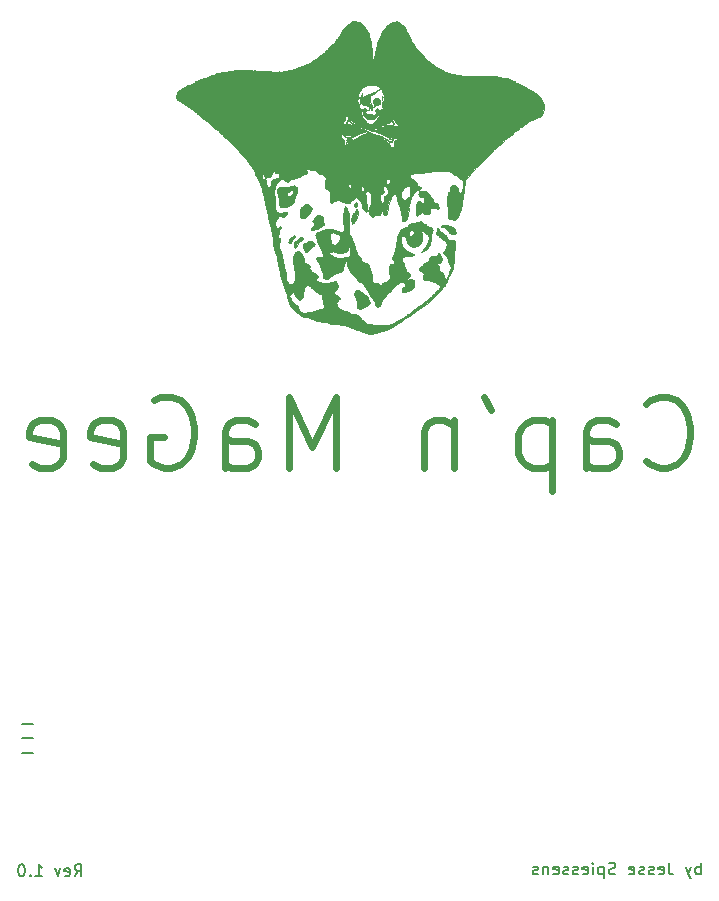
<source format=gbr>
G04 #@! TF.FileFunction,Legend,Bot*
%FSLAX46Y46*%
G04 Gerber Fmt 4.6, Leading zero omitted, Abs format (unit mm)*
G04 Created by KiCad (PCBNEW 4.0.7) date 04/10/18 15:24:13*
%MOMM*%
%LPD*%
G01*
G04 APERTURE LIST*
%ADD10C,0.100000*%
%ADD11C,0.600000*%
%ADD12C,0.200000*%
%ADD13C,0.010000*%
G04 APERTURE END LIST*
D10*
D11*
X250685713Y-86792857D02*
X250971427Y-87078571D01*
X251828570Y-87364286D01*
X252399999Y-87364286D01*
X253257142Y-87078571D01*
X253828570Y-86507143D01*
X254114285Y-85935714D01*
X254399999Y-84792857D01*
X254399999Y-83935714D01*
X254114285Y-82792857D01*
X253828570Y-82221429D01*
X253257142Y-81650000D01*
X252399999Y-81364286D01*
X251828570Y-81364286D01*
X250971427Y-81650000D01*
X250685713Y-81935714D01*
X245542856Y-87364286D02*
X245542856Y-84221429D01*
X245828570Y-83650000D01*
X246399999Y-83364286D01*
X247542856Y-83364286D01*
X248114285Y-83650000D01*
X245542856Y-87078571D02*
X246114285Y-87364286D01*
X247542856Y-87364286D01*
X248114285Y-87078571D01*
X248399999Y-86507143D01*
X248399999Y-85935714D01*
X248114285Y-85364286D01*
X247542856Y-85078571D01*
X246114285Y-85078571D01*
X245542856Y-84792857D01*
X242685714Y-83364286D02*
X242685714Y-89364286D01*
X242685714Y-83650000D02*
X242114285Y-83364286D01*
X240971428Y-83364286D01*
X240399999Y-83650000D01*
X240114285Y-83935714D01*
X239828571Y-84507143D01*
X239828571Y-86221429D01*
X240114285Y-86792857D01*
X240399999Y-87078571D01*
X240971428Y-87364286D01*
X242114285Y-87364286D01*
X242685714Y-87078571D01*
X236971428Y-81364286D02*
X237542857Y-82507143D01*
X234400000Y-83364286D02*
X234400000Y-87364286D01*
X234400000Y-83935714D02*
X234114285Y-83650000D01*
X233542857Y-83364286D01*
X232685714Y-83364286D01*
X232114285Y-83650000D01*
X231828571Y-84221429D01*
X231828571Y-87364286D01*
X224400000Y-87364286D02*
X224400000Y-81364286D01*
X222400000Y-85650000D01*
X220400000Y-81364286D01*
X220400000Y-87364286D01*
X214971428Y-87364286D02*
X214971428Y-84221429D01*
X215257142Y-83650000D01*
X215828571Y-83364286D01*
X216971428Y-83364286D01*
X217542857Y-83650000D01*
X214971428Y-87078571D02*
X215542857Y-87364286D01*
X216971428Y-87364286D01*
X217542857Y-87078571D01*
X217828571Y-86507143D01*
X217828571Y-85935714D01*
X217542857Y-85364286D01*
X216971428Y-85078571D01*
X215542857Y-85078571D01*
X214971428Y-84792857D01*
X208971428Y-81650000D02*
X209542857Y-81364286D01*
X210400000Y-81364286D01*
X211257143Y-81650000D01*
X211828571Y-82221429D01*
X212114286Y-82792857D01*
X212400000Y-83935714D01*
X212400000Y-84792857D01*
X212114286Y-85935714D01*
X211828571Y-86507143D01*
X211257143Y-87078571D01*
X210400000Y-87364286D01*
X209828571Y-87364286D01*
X208971428Y-87078571D01*
X208685714Y-86792857D01*
X208685714Y-84792857D01*
X209828571Y-84792857D01*
X203828571Y-87078571D02*
X204400000Y-87364286D01*
X205542857Y-87364286D01*
X206114286Y-87078571D01*
X206400000Y-86507143D01*
X206400000Y-84221429D01*
X206114286Y-83650000D01*
X205542857Y-83364286D01*
X204400000Y-83364286D01*
X203828571Y-83650000D01*
X203542857Y-84221429D01*
X203542857Y-84792857D01*
X206400000Y-85364286D01*
X198685714Y-87078571D02*
X199257143Y-87364286D01*
X200400000Y-87364286D01*
X200971429Y-87078571D01*
X201257143Y-86507143D01*
X201257143Y-84221429D01*
X200971429Y-83650000D01*
X200400000Y-83364286D01*
X199257143Y-83364286D01*
X198685714Y-83650000D01*
X198400000Y-84221429D01*
X198400000Y-84792857D01*
X201257143Y-85364286D01*
D12*
X202271428Y-121952381D02*
X202604762Y-121476190D01*
X202842857Y-121952381D02*
X202842857Y-120952381D01*
X202461904Y-120952381D01*
X202366666Y-121000000D01*
X202319047Y-121047619D01*
X202271428Y-121142857D01*
X202271428Y-121285714D01*
X202319047Y-121380952D01*
X202366666Y-121428571D01*
X202461904Y-121476190D01*
X202842857Y-121476190D01*
X201461904Y-121904762D02*
X201557142Y-121952381D01*
X201747619Y-121952381D01*
X201842857Y-121904762D01*
X201890476Y-121809524D01*
X201890476Y-121428571D01*
X201842857Y-121333333D01*
X201747619Y-121285714D01*
X201557142Y-121285714D01*
X201461904Y-121333333D01*
X201414285Y-121428571D01*
X201414285Y-121523810D01*
X201890476Y-121619048D01*
X201080952Y-121285714D02*
X200842857Y-121952381D01*
X200604761Y-121285714D01*
X198938094Y-121952381D02*
X199509523Y-121952381D01*
X199223809Y-121952381D02*
X199223809Y-120952381D01*
X199319047Y-121095238D01*
X199414285Y-121190476D01*
X199509523Y-121238095D01*
X198509523Y-121857143D02*
X198461904Y-121904762D01*
X198509523Y-121952381D01*
X198557142Y-121904762D01*
X198509523Y-121857143D01*
X198509523Y-121952381D01*
X197842857Y-120952381D02*
X197747618Y-120952381D01*
X197652380Y-121000000D01*
X197604761Y-121047619D01*
X197557142Y-121142857D01*
X197509523Y-121333333D01*
X197509523Y-121571429D01*
X197557142Y-121761905D01*
X197604761Y-121857143D01*
X197652380Y-121904762D01*
X197747618Y-121952381D01*
X197842857Y-121952381D01*
X197938095Y-121904762D01*
X197985714Y-121857143D01*
X198033333Y-121761905D01*
X198080952Y-121571429D01*
X198080952Y-121333333D01*
X198033333Y-121142857D01*
X197985714Y-121047619D01*
X197938095Y-121000000D01*
X197842857Y-120952381D01*
X255295239Y-121802381D02*
X255295239Y-120802381D01*
X255295239Y-121183333D02*
X255200001Y-121135714D01*
X255009524Y-121135714D01*
X254914286Y-121183333D01*
X254866667Y-121230952D01*
X254819048Y-121326190D01*
X254819048Y-121611905D01*
X254866667Y-121707143D01*
X254914286Y-121754762D01*
X255009524Y-121802381D01*
X255200001Y-121802381D01*
X255295239Y-121754762D01*
X254485715Y-121135714D02*
X254247620Y-121802381D01*
X254009524Y-121135714D02*
X254247620Y-121802381D01*
X254342858Y-122040476D01*
X254390477Y-122088095D01*
X254485715Y-122135714D01*
X252580952Y-120802381D02*
X252580952Y-121516667D01*
X252628572Y-121659524D01*
X252723810Y-121754762D01*
X252866667Y-121802381D01*
X252961905Y-121802381D01*
X251723809Y-121754762D02*
X251819047Y-121802381D01*
X252009524Y-121802381D01*
X252104762Y-121754762D01*
X252152381Y-121659524D01*
X252152381Y-121278571D01*
X252104762Y-121183333D01*
X252009524Y-121135714D01*
X251819047Y-121135714D01*
X251723809Y-121183333D01*
X251676190Y-121278571D01*
X251676190Y-121373810D01*
X252152381Y-121469048D01*
X251295238Y-121754762D02*
X251200000Y-121802381D01*
X251009524Y-121802381D01*
X250914285Y-121754762D01*
X250866666Y-121659524D01*
X250866666Y-121611905D01*
X250914285Y-121516667D01*
X251009524Y-121469048D01*
X251152381Y-121469048D01*
X251247619Y-121421429D01*
X251295238Y-121326190D01*
X251295238Y-121278571D01*
X251247619Y-121183333D01*
X251152381Y-121135714D01*
X251009524Y-121135714D01*
X250914285Y-121183333D01*
X250485714Y-121754762D02*
X250390476Y-121802381D01*
X250200000Y-121802381D01*
X250104761Y-121754762D01*
X250057142Y-121659524D01*
X250057142Y-121611905D01*
X250104761Y-121516667D01*
X250200000Y-121469048D01*
X250342857Y-121469048D01*
X250438095Y-121421429D01*
X250485714Y-121326190D01*
X250485714Y-121278571D01*
X250438095Y-121183333D01*
X250342857Y-121135714D01*
X250200000Y-121135714D01*
X250104761Y-121183333D01*
X249247618Y-121754762D02*
X249342856Y-121802381D01*
X249533333Y-121802381D01*
X249628571Y-121754762D01*
X249676190Y-121659524D01*
X249676190Y-121278571D01*
X249628571Y-121183333D01*
X249533333Y-121135714D01*
X249342856Y-121135714D01*
X249247618Y-121183333D01*
X249199999Y-121278571D01*
X249199999Y-121373810D01*
X249676190Y-121469048D01*
X248057142Y-121754762D02*
X247914285Y-121802381D01*
X247676189Y-121802381D01*
X247580951Y-121754762D01*
X247533332Y-121707143D01*
X247485713Y-121611905D01*
X247485713Y-121516667D01*
X247533332Y-121421429D01*
X247580951Y-121373810D01*
X247676189Y-121326190D01*
X247866666Y-121278571D01*
X247961904Y-121230952D01*
X248009523Y-121183333D01*
X248057142Y-121088095D01*
X248057142Y-120992857D01*
X248009523Y-120897619D01*
X247961904Y-120850000D01*
X247866666Y-120802381D01*
X247628570Y-120802381D01*
X247485713Y-120850000D01*
X247057142Y-121135714D02*
X247057142Y-122135714D01*
X247057142Y-121183333D02*
X246961904Y-121135714D01*
X246771427Y-121135714D01*
X246676189Y-121183333D01*
X246628570Y-121230952D01*
X246580951Y-121326190D01*
X246580951Y-121611905D01*
X246628570Y-121707143D01*
X246676189Y-121754762D01*
X246771427Y-121802381D01*
X246961904Y-121802381D01*
X247057142Y-121754762D01*
X246152380Y-121802381D02*
X246152380Y-121135714D01*
X246152380Y-120802381D02*
X246199999Y-120850000D01*
X246152380Y-120897619D01*
X246104761Y-120850000D01*
X246152380Y-120802381D01*
X246152380Y-120897619D01*
X245295237Y-121754762D02*
X245390475Y-121802381D01*
X245580952Y-121802381D01*
X245676190Y-121754762D01*
X245723809Y-121659524D01*
X245723809Y-121278571D01*
X245676190Y-121183333D01*
X245580952Y-121135714D01*
X245390475Y-121135714D01*
X245295237Y-121183333D01*
X245247618Y-121278571D01*
X245247618Y-121373810D01*
X245723809Y-121469048D01*
X244866666Y-121754762D02*
X244771428Y-121802381D01*
X244580952Y-121802381D01*
X244485713Y-121754762D01*
X244438094Y-121659524D01*
X244438094Y-121611905D01*
X244485713Y-121516667D01*
X244580952Y-121469048D01*
X244723809Y-121469048D01*
X244819047Y-121421429D01*
X244866666Y-121326190D01*
X244866666Y-121278571D01*
X244819047Y-121183333D01*
X244723809Y-121135714D01*
X244580952Y-121135714D01*
X244485713Y-121183333D01*
X244057142Y-121754762D02*
X243961904Y-121802381D01*
X243771428Y-121802381D01*
X243676189Y-121754762D01*
X243628570Y-121659524D01*
X243628570Y-121611905D01*
X243676189Y-121516667D01*
X243771428Y-121469048D01*
X243914285Y-121469048D01*
X244009523Y-121421429D01*
X244057142Y-121326190D01*
X244057142Y-121278571D01*
X244009523Y-121183333D01*
X243914285Y-121135714D01*
X243771428Y-121135714D01*
X243676189Y-121183333D01*
X242819046Y-121754762D02*
X242914284Y-121802381D01*
X243104761Y-121802381D01*
X243199999Y-121754762D01*
X243247618Y-121659524D01*
X243247618Y-121278571D01*
X243199999Y-121183333D01*
X243104761Y-121135714D01*
X242914284Y-121135714D01*
X242819046Y-121183333D01*
X242771427Y-121278571D01*
X242771427Y-121373810D01*
X243247618Y-121469048D01*
X242342856Y-121135714D02*
X242342856Y-121802381D01*
X242342856Y-121230952D02*
X242295237Y-121183333D01*
X242199999Y-121135714D01*
X242057141Y-121135714D01*
X241961903Y-121183333D01*
X241914284Y-121278571D01*
X241914284Y-121802381D01*
X241485713Y-121754762D02*
X241390475Y-121802381D01*
X241199999Y-121802381D01*
X241104760Y-121754762D01*
X241057141Y-121659524D01*
X241057141Y-121611905D01*
X241104760Y-121516667D01*
X241199999Y-121469048D01*
X241342856Y-121469048D01*
X241438094Y-121421429D01*
X241485713Y-121326190D01*
X241485713Y-121278571D01*
X241438094Y-121183333D01*
X241342856Y-121135714D01*
X241199999Y-121135714D01*
X241104760Y-121183333D01*
X198790901Y-110265901D02*
X197790901Y-110265900D01*
X198790901Y-111515901D02*
X197790901Y-111515901D01*
X198790901Y-109065901D02*
X197790901Y-109065901D01*
D13*
G36*
X225860183Y-49562515D02*
X225791780Y-49585828D01*
X225707864Y-49633493D01*
X225620224Y-49690353D01*
X225497486Y-49776886D01*
X225378368Y-49870291D01*
X225287260Y-49951366D01*
X225282174Y-49956477D01*
X225239170Y-50001192D01*
X225198848Y-50046401D01*
X225155836Y-50099544D01*
X225104760Y-50168061D01*
X225040248Y-50259388D01*
X224956924Y-50380967D01*
X224849417Y-50540235D01*
X224712352Y-50744632D01*
X224705871Y-50754312D01*
X224616027Y-50885245D01*
X224536829Y-50994619D01*
X224475637Y-51072707D01*
X224439813Y-51109779D01*
X224435607Y-51111499D01*
X224405605Y-51135856D01*
X224404500Y-51144577D01*
X224384551Y-51189491D01*
X224338675Y-51247765D01*
X224287848Y-51302862D01*
X224208617Y-51389821D01*
X224114987Y-51493246D01*
X224076737Y-51535671D01*
X223962648Y-51659082D01*
X223838404Y-51788341D01*
X223727585Y-51899009D01*
X223709200Y-51916671D01*
X223607888Y-52013869D01*
X223509856Y-52109148D01*
X223439325Y-52178891D01*
X223367714Y-52243250D01*
X223262739Y-52328415D01*
X223143350Y-52419195D01*
X223102665Y-52448766D01*
X222987705Y-52532551D01*
X222884970Y-52609785D01*
X222810984Y-52667960D01*
X222793103Y-52683125D01*
X222718829Y-52748700D01*
X222663335Y-52797102D01*
X222558785Y-52872178D01*
X222404472Y-52962568D01*
X222210868Y-53063497D01*
X221988449Y-53170187D01*
X221747687Y-53277862D01*
X221499056Y-53381745D01*
X221253031Y-53477060D01*
X221020086Y-53559029D01*
X220927875Y-53588573D01*
X220827519Y-53620868D01*
X220741118Y-53650671D01*
X220727944Y-53655560D01*
X220643549Y-53675304D01*
X220547255Y-53683250D01*
X220468701Y-53691775D01*
X220421712Y-53712546D01*
X220419875Y-53715000D01*
X220378567Y-53734656D01*
X220298607Y-53745801D01*
X220265320Y-53746750D01*
X220166920Y-53756046D01*
X220088799Y-53779179D01*
X220074868Y-53787346D01*
X220009896Y-53810491D01*
X219906889Y-53822333D01*
X219846549Y-53822735D01*
X219735960Y-53825725D01*
X219679496Y-53842202D01*
X219673264Y-53853576D01*
X219660539Y-53864080D01*
X219644254Y-53844558D01*
X219607095Y-53816585D01*
X219539765Y-53821886D01*
X219512331Y-53829147D01*
X219430247Y-53840461D01*
X219302799Y-53843563D01*
X219147613Y-53838237D01*
X219088904Y-53834259D01*
X218794458Y-53813468D01*
X218454919Y-53792888D01*
X218062685Y-53772072D01*
X217879875Y-53763125D01*
X217752463Y-53754741D01*
X217644908Y-53743544D01*
X217576987Y-53731687D01*
X217569743Y-53729366D01*
X217501721Y-53725600D01*
X217420050Y-53746522D01*
X217347397Y-53768645D01*
X217299013Y-53754726D01*
X217274382Y-53733167D01*
X217219181Y-53700088D01*
X217183028Y-53713628D01*
X217138547Y-53731880D01*
X217123967Y-53726383D01*
X217087349Y-53720377D01*
X216997637Y-53715732D01*
X216865227Y-53712691D01*
X216700514Y-53711500D01*
X216523639Y-53712302D01*
X216285947Y-53714698D01*
X216104236Y-53716844D01*
X215970987Y-53719129D01*
X215878686Y-53721940D01*
X215819814Y-53725667D01*
X215786856Y-53730696D01*
X215772293Y-53737416D01*
X215768611Y-53746215D01*
X215768500Y-53751287D01*
X215740746Y-53769430D01*
X215673140Y-53777175D01*
X215665313Y-53777154D01*
X215492320Y-53776273D01*
X215374082Y-53779307D01*
X215301933Y-53787046D01*
X215267205Y-53800282D01*
X215260500Y-53814083D01*
X215234970Y-53834680D01*
X215155387Y-53835190D01*
X215104107Y-53829434D01*
X215010619Y-53822781D01*
X214945737Y-53828834D01*
X214929902Y-53837508D01*
X214890902Y-53856913D01*
X214808901Y-53876818D01*
X214733200Y-53888679D01*
X214606949Y-53909572D01*
X214485183Y-53937824D01*
X214434026Y-53953468D01*
X214352913Y-53975436D01*
X214298502Y-53978060D01*
X214291052Y-53974516D01*
X214281456Y-53983753D01*
X214290261Y-54032500D01*
X214299142Y-54080553D01*
X214283938Y-54071318D01*
X214283256Y-54070346D01*
X214240298Y-54047968D01*
X214177612Y-54048389D01*
X214120442Y-54066561D01*
X214094031Y-54097436D01*
X214095655Y-54107854D01*
X214075735Y-54131408D01*
X213994385Y-54143592D01*
X213940308Y-54145275D01*
X213796192Y-54160611D01*
X213711697Y-54200838D01*
X213639656Y-54243242D01*
X213586585Y-54254749D01*
X213524688Y-54276097D01*
X213501929Y-54304564D01*
X213461168Y-54339357D01*
X213419157Y-54334174D01*
X213367171Y-54331467D01*
X213355500Y-54349734D01*
X213336851Y-54371433D01*
X213325944Y-54367230D01*
X213284919Y-54370728D01*
X213277768Y-54379092D01*
X213235978Y-54399408D01*
X213161173Y-54406432D01*
X213159717Y-54406394D01*
X213066178Y-54423578D01*
X213019506Y-54459338D01*
X212973998Y-54495306D01*
X212944863Y-54494180D01*
X212914111Y-54494761D01*
X212911000Y-54506876D01*
X212893932Y-54536423D01*
X212887188Y-54536740D01*
X212782061Y-54537652D01*
X212713801Y-54574880D01*
X212697248Y-54606683D01*
X212676393Y-54648133D01*
X212656559Y-54635036D01*
X212612435Y-54613177D01*
X212551945Y-54624229D01*
X212506060Y-54658771D01*
X212498250Y-54683189D01*
X212472678Y-54726934D01*
X212411168Y-54771642D01*
X212410938Y-54771762D01*
X212239970Y-54859900D01*
X212114706Y-54922226D01*
X212025073Y-54963281D01*
X211960998Y-54987602D01*
X211912407Y-54999728D01*
X211901231Y-55001422D01*
X211744554Y-55038890D01*
X211592197Y-55103442D01*
X211472804Y-55182765D01*
X211466835Y-55188168D01*
X211401601Y-55241756D01*
X211353198Y-55269628D01*
X211346931Y-55270750D01*
X211289190Y-55292655D01*
X211205937Y-55349321D01*
X211112837Y-55427167D01*
X211025555Y-55512616D01*
X210959759Y-55592090D01*
X210941327Y-55622300D01*
X210904434Y-55728947D01*
X210883423Y-55859671D01*
X210879202Y-55992504D01*
X210892680Y-56105480D01*
X210918688Y-56169430D01*
X210965528Y-56208457D01*
X211052925Y-56262484D01*
X211163356Y-56320836D01*
X211182020Y-56329873D01*
X211311803Y-56399467D01*
X211437216Y-56479254D01*
X211531144Y-56551982D01*
X211531270Y-56552097D01*
X211605178Y-56616546D01*
X211660418Y-56658481D01*
X211678757Y-56667598D01*
X211712689Y-56686908D01*
X211778206Y-56736794D01*
X211842636Y-56790647D01*
X211936371Y-56862287D01*
X212064468Y-56947830D01*
X212204563Y-57032638D01*
X212257702Y-57062395D01*
X212411821Y-57152563D01*
X212524880Y-57235781D01*
X212615474Y-57326860D01*
X212660815Y-57383486D01*
X212725534Y-57461504D01*
X212804882Y-57540687D01*
X212906963Y-57627559D01*
X213039881Y-57728641D01*
X213211740Y-57850458D01*
X213403125Y-57981002D01*
X213498296Y-58050957D01*
X213619538Y-58148200D01*
X213746777Y-58256393D01*
X213803164Y-58306580D01*
X213942730Y-58430842D01*
X214100941Y-58568428D01*
X214249407Y-58694725D01*
X214287351Y-58726359D01*
X214390119Y-58813725D01*
X214471353Y-58887024D01*
X214520504Y-58936491D01*
X214530250Y-58951164D01*
X214553731Y-58981717D01*
X214613968Y-59034667D01*
X214665188Y-59074195D01*
X214730544Y-59128361D01*
X214831700Y-59219579D01*
X214960046Y-59339519D01*
X215106969Y-59479849D01*
X215263856Y-59632237D01*
X215422095Y-59788354D01*
X215573075Y-59939867D01*
X215708182Y-60078445D01*
X215765711Y-60138815D01*
X215841236Y-60215360D01*
X215900396Y-60268958D01*
X215928584Y-60287250D01*
X215957456Y-60310817D01*
X216012227Y-60372903D01*
X216081572Y-60460581D01*
X216088536Y-60469812D01*
X216186263Y-60589588D01*
X216298607Y-60712446D01*
X216379421Y-60791441D01*
X216467863Y-60878057D01*
X216541325Y-60961659D01*
X216577572Y-61013691D01*
X216623676Y-61082872D01*
X216695870Y-61173846D01*
X216753816Y-61239750D01*
X216845737Y-61343878D01*
X216936585Y-61453840D01*
X216979670Y-61509625D01*
X217250554Y-61857119D01*
X217327552Y-61950377D01*
X217384132Y-62035427D01*
X217443801Y-62151542D01*
X217480669Y-62239875D01*
X217524770Y-62349965D01*
X217587596Y-62495124D01*
X217659558Y-62653584D01*
X217709169Y-62758555D01*
X217781411Y-62909878D01*
X217851437Y-63058847D01*
X217909819Y-63185298D01*
X217939180Y-63250680D01*
X217988900Y-63377337D01*
X218046598Y-63546060D01*
X218109276Y-63745735D01*
X218173934Y-63965247D01*
X218237573Y-64193481D01*
X218297194Y-64419322D01*
X218349797Y-64631656D01*
X218392384Y-64819367D01*
X218421955Y-64971341D01*
X218435510Y-65076464D01*
X218436045Y-65092001D01*
X218444733Y-65172033D01*
X218467112Y-65288877D01*
X218498526Y-65418552D01*
X218501833Y-65430750D01*
X218534345Y-65560130D01*
X218572583Y-65728758D01*
X218611430Y-65913315D01*
X218641191Y-66065750D01*
X218674359Y-66232415D01*
X218709410Y-66390320D01*
X218742100Y-66521335D01*
X218767511Y-66605500D01*
X218795661Y-66698679D01*
X218828943Y-66833182D01*
X218862297Y-66987654D01*
X218880368Y-67081750D01*
X218914092Y-67253564D01*
X218953420Y-67433460D01*
X218991963Y-67592861D01*
X219008180Y-67653250D01*
X219046813Y-67814843D01*
X219062882Y-67961205D01*
X219060110Y-68128848D01*
X219058827Y-68149972D01*
X219053438Y-68305739D01*
X219062267Y-68423225D01*
X219087757Y-68526547D01*
X219100649Y-68562722D01*
X219145029Y-68692248D01*
X219199260Y-68869412D01*
X219259541Y-69079839D01*
X219322071Y-69309151D01*
X219383050Y-69542973D01*
X219438678Y-69766928D01*
X219485154Y-69966639D01*
X219518677Y-70127730D01*
X219527484Y-70177375D01*
X219580171Y-70476887D01*
X219637440Y-70764918D01*
X219696799Y-71030853D01*
X219755754Y-71264078D01*
X219811810Y-71453979D01*
X219855731Y-71574392D01*
X219909849Y-71713714D01*
X219959225Y-71859285D01*
X219991000Y-71971267D01*
X220026504Y-72099812D01*
X220069410Y-72228084D01*
X220089752Y-72279795D01*
X220127830Y-72381597D01*
X220175662Y-72527652D01*
X220228139Y-72700480D01*
X220280150Y-72882597D01*
X220326586Y-73056521D01*
X220362337Y-73204772D01*
X220368586Y-73233759D01*
X220397733Y-73352400D01*
X220431881Y-73463018D01*
X220447380Y-73503634D01*
X220505889Y-73604651D01*
X220603282Y-73733542D01*
X220728844Y-73878529D01*
X220871860Y-74027835D01*
X221021616Y-74169680D01*
X221158416Y-74285261D01*
X221354685Y-74430114D01*
X221518960Y-74529315D01*
X221658938Y-74586784D01*
X221782313Y-74606437D01*
X221789441Y-74606500D01*
X221878879Y-74617710D01*
X222009905Y-74647943D01*
X222165368Y-74692099D01*
X222328117Y-74745081D01*
X222481001Y-74801790D01*
X222563000Y-74836445D01*
X222765589Y-74913896D01*
X222981862Y-74966859D01*
X223232606Y-74999992D01*
X223325000Y-75007270D01*
X223612428Y-75044107D01*
X223833000Y-75105382D01*
X224020148Y-75160009D01*
X224258633Y-75204367D01*
X224536874Y-75236745D01*
X224843288Y-75255432D01*
X224850202Y-75255674D01*
X225114825Y-75279610D01*
X225335191Y-75330677D01*
X225504911Y-75407215D01*
X225547500Y-75436831D01*
X225620495Y-75487429D01*
X225707848Y-75533948D01*
X225821239Y-75581240D01*
X225972352Y-75634154D01*
X226172867Y-75697541D01*
X226182500Y-75700491D01*
X226317659Y-75743969D01*
X226447269Y-75789208D01*
X226544255Y-75826738D01*
X226547625Y-75828183D01*
X226645683Y-75867289D01*
X226770766Y-75912668D01*
X226907816Y-75959427D01*
X227041778Y-76002669D01*
X227157594Y-76037501D01*
X227240208Y-76059028D01*
X227271400Y-76063489D01*
X227322508Y-76053846D01*
X227410612Y-76033128D01*
X227468375Y-76018414D01*
X227588603Y-75987259D01*
X227733095Y-75950260D01*
X227833500Y-75924796D01*
X228269792Y-75805361D01*
X228649616Y-75681565D01*
X228971263Y-75554093D01*
X229233021Y-75423631D01*
X229433181Y-75290863D01*
X229449805Y-75277436D01*
X229562751Y-75193296D01*
X229688381Y-75112399D01*
X229741118Y-75082750D01*
X229847197Y-75020302D01*
X229972773Y-74936672D01*
X230076736Y-74860500D01*
X230251467Y-74730389D01*
X230408631Y-74627256D01*
X230575883Y-74533498D01*
X230650531Y-74495315D01*
X230753922Y-74435381D01*
X230841118Y-74370883D01*
X230877351Y-74334689D01*
X230928167Y-74280017D01*
X230965267Y-74256752D01*
X230965445Y-74256747D01*
X230999586Y-74237940D01*
X231072562Y-74187083D01*
X231173705Y-74111900D01*
X231292351Y-74020116D01*
X231294250Y-74018619D01*
X231427500Y-73917333D01*
X231558241Y-73824339D01*
X231670187Y-73750872D01*
X231738750Y-73711999D01*
X231966786Y-73579524D01*
X232199468Y-73403957D01*
X232416817Y-73200734D01*
X232459169Y-73155410D01*
X232543059Y-73065186D01*
X232661106Y-72940822D01*
X232802774Y-72793283D01*
X232957524Y-72633537D01*
X233114822Y-72472551D01*
X233133856Y-72453174D01*
X233274785Y-72308504D01*
X233399261Y-72178247D01*
X233500790Y-72069404D01*
X233572878Y-71988977D01*
X233609032Y-71943966D01*
X233612000Y-71937714D01*
X233627531Y-71896673D01*
X233667640Y-71820951D01*
X233707616Y-71753309D01*
X233771473Y-71636674D01*
X233826740Y-71514146D01*
X233846626Y-71459144D01*
X233878749Y-71371765D01*
X233930843Y-71246569D01*
X233994754Y-71102671D01*
X234041286Y-71002875D01*
X234143650Y-70784378D01*
X234220850Y-70606172D01*
X234276824Y-70452108D01*
X234315509Y-70306037D01*
X234340844Y-70151812D01*
X234356767Y-69973283D01*
X234367215Y-69754303D01*
X234370738Y-69651914D01*
X234379379Y-69425518D01*
X234389156Y-69254598D01*
X234400888Y-69131133D01*
X234415395Y-69047100D01*
X234433493Y-68994476D01*
X234438752Y-68985164D01*
X234459618Y-68920199D01*
X234473380Y-68812797D01*
X234480404Y-68677027D01*
X234481056Y-68526960D01*
X234475703Y-68376665D01*
X234464710Y-68240212D01*
X234448443Y-68131670D01*
X234427268Y-68065110D01*
X234414469Y-68051772D01*
X234350470Y-68052465D01*
X234327839Y-68064785D01*
X234271678Y-68081962D01*
X234177163Y-68086036D01*
X234067755Y-68078427D01*
X233966915Y-68060556D01*
X233907217Y-68039316D01*
X233838094Y-67968699D01*
X233781928Y-67837290D01*
X233756275Y-67738265D01*
X233730243Y-67677862D01*
X233672802Y-67626723D01*
X233569382Y-67572095D01*
X233563194Y-67569250D01*
X233471207Y-67522720D01*
X233408319Y-67482462D01*
X233389750Y-67461027D01*
X233362893Y-67432465D01*
X233312712Y-67412874D01*
X233207044Y-67355590D01*
X233138098Y-67248880D01*
X233123765Y-67201728D01*
X233091983Y-67137250D01*
X233039813Y-67082883D01*
X232986259Y-67054519D01*
X232955447Y-67060970D01*
X232946138Y-67098358D01*
X232936529Y-67182031D01*
X232928530Y-67294814D01*
X232927763Y-67309605D01*
X232916195Y-67542125D01*
X233041848Y-67679781D01*
X233109350Y-67757016D01*
X233155047Y-67815584D01*
X233167717Y-67838531D01*
X233193039Y-67867199D01*
X233258869Y-67917723D01*
X233350455Y-67980675D01*
X233453045Y-68046630D01*
X233551886Y-68106161D01*
X233632227Y-68149842D01*
X233679316Y-68168247D01*
X233683438Y-68168068D01*
X233702585Y-68182058D01*
X233702123Y-68185062D01*
X233709503Y-68228731D01*
X233733873Y-68298254D01*
X233763806Y-68404012D01*
X233765471Y-68520742D01*
X233737931Y-68665758D01*
X233708380Y-68769093D01*
X233652195Y-68912286D01*
X233586585Y-69017447D01*
X233518642Y-69074574D01*
X233486511Y-69082000D01*
X233442915Y-69100534D01*
X233447926Y-69152289D01*
X233500031Y-69231492D01*
X233536368Y-69272371D01*
X233604404Y-69338957D01*
X233654256Y-69378128D01*
X233670944Y-69382889D01*
X233696645Y-69393928D01*
X233735901Y-69449662D01*
X233781009Y-69534949D01*
X233824267Y-69634649D01*
X233857970Y-69733618D01*
X233866554Y-69767366D01*
X233901921Y-69894701D01*
X233949200Y-70024128D01*
X234001734Y-70141433D01*
X234052868Y-70232402D01*
X234095946Y-70282823D01*
X234110601Y-70288500D01*
X234136785Y-70301397D01*
X234137281Y-70345761D01*
X234110526Y-70430097D01*
X234063910Y-70542500D01*
X234029478Y-70628130D01*
X234007810Y-70694285D01*
X234006247Y-70701250D01*
X233981387Y-70801030D01*
X233942436Y-70928149D01*
X233898021Y-71056826D01*
X233856767Y-71161281D01*
X233841605Y-71193375D01*
X233797332Y-71277933D01*
X233740235Y-71386570D01*
X233709901Y-71444143D01*
X233627875Y-71599661D01*
X233607307Y-71372602D01*
X233586542Y-71222272D01*
X233549638Y-71103854D01*
X233486654Y-70986060D01*
X233482223Y-70978959D01*
X233427059Y-70890871D01*
X233387753Y-70827800D01*
X233373864Y-70805155D01*
X233343653Y-70795641D01*
X233292573Y-70786514D01*
X233216436Y-70745026D01*
X233156211Y-70652678D01*
X233117447Y-70521258D01*
X233105526Y-70389041D01*
X233099504Y-70284536D01*
X233082760Y-70236527D01*
X233064596Y-70232843D01*
X233010823Y-70224375D01*
X232985221Y-70206006D01*
X232948899Y-70138063D01*
X232961826Y-70074837D01*
X233010525Y-70030918D01*
X233081517Y-70020893D01*
X233137024Y-70041711D01*
X233186428Y-70062547D01*
X233229033Y-70046195D01*
X233280630Y-69993042D01*
X233334139Y-69893591D01*
X233360801Y-69764388D01*
X233360130Y-69628522D01*
X233331639Y-69509080D01*
X233292196Y-69444671D01*
X233241392Y-69375144D01*
X233217982Y-69317334D01*
X233185466Y-69252467D01*
X233156787Y-69226746D01*
X233084411Y-69213722D01*
X233010689Y-69259954D01*
X232945250Y-69355011D01*
X232907375Y-69421934D01*
X232868542Y-69460284D01*
X232811736Y-69476337D01*
X232719941Y-69476371D01*
X232631764Y-69470656D01*
X232418818Y-69455420D01*
X232332784Y-69568216D01*
X232279608Y-69651140D01*
X232249378Y-69723881D01*
X232246750Y-69742349D01*
X232218731Y-69832342D01*
X232145874Y-69919806D01*
X232044985Y-69986965D01*
X231998781Y-70004694D01*
X231876361Y-70051380D01*
X231800530Y-70109915D01*
X231754405Y-70194042D01*
X231749770Y-70207393D01*
X231693684Y-70293045D01*
X231628263Y-70325109D01*
X231554117Y-70355850D01*
X231512427Y-70390340D01*
X231467569Y-70427557D01*
X231449385Y-70431375D01*
X231415938Y-70457687D01*
X231399847Y-70516778D01*
X231407526Y-70578874D01*
X231414674Y-70592544D01*
X231451186Y-70626023D01*
X231525231Y-70681457D01*
X231619892Y-70746252D01*
X231737834Y-70833483D01*
X231804149Y-70914521D01*
X231826149Y-71006803D01*
X231811146Y-71127768D01*
X231799765Y-71175226D01*
X231777279Y-71287937D01*
X231780140Y-71367529D01*
X231796767Y-71416268D01*
X231826774Y-71467511D01*
X231868156Y-71486850D01*
X231943540Y-71482503D01*
X231969131Y-71478859D01*
X232090948Y-71473687D01*
X232214431Y-71487016D01*
X232230875Y-71490742D01*
X232426786Y-71540866D01*
X232575336Y-71581674D01*
X232691131Y-71617733D01*
X232788773Y-71653611D01*
X232882868Y-71693874D01*
X232888288Y-71696333D01*
X233033433Y-71777649D01*
X233125893Y-71870646D01*
X233176475Y-71987750D01*
X233186688Y-72039329D01*
X233190520Y-72085545D01*
X233181792Y-72128314D01*
X233153640Y-72177365D01*
X233099200Y-72242423D01*
X233011609Y-72333216D01*
X232904264Y-72439562D01*
X232792460Y-72548371D01*
X232697228Y-72638948D01*
X232627436Y-72703016D01*
X232591950Y-72732295D01*
X232589701Y-72733250D01*
X232562033Y-72754134D01*
X232499149Y-72810757D01*
X232410852Y-72894077D01*
X232322957Y-72979312D01*
X232181978Y-73108425D01*
X232017630Y-73245131D01*
X231857111Y-73367227D01*
X231794284Y-73410882D01*
X231679912Y-73489285D01*
X231588410Y-73555866D01*
X231530811Y-73602352D01*
X231516500Y-73619084D01*
X231490211Y-73644507D01*
X231424050Y-73681738D01*
X231390286Y-73697465D01*
X231310616Y-73744275D01*
X231204057Y-73822487D01*
X231088538Y-73918517D01*
X231037694Y-73964591D01*
X230868723Y-74118327D01*
X230738710Y-74227140D01*
X230644390Y-74293536D01*
X230582500Y-74320021D01*
X230573799Y-74320750D01*
X230527629Y-74340598D01*
X230456147Y-74391164D01*
X230413279Y-74427292D01*
X230325705Y-74499585D01*
X230242752Y-74558570D01*
X230214750Y-74575005D01*
X230148155Y-74613442D01*
X230050449Y-74674321D01*
X229944875Y-74743086D01*
X229845678Y-74804725D01*
X229706282Y-74885402D01*
X229543296Y-74975774D01*
X229373326Y-75066503D01*
X229327913Y-75090095D01*
X229151594Y-75179242D01*
X229021399Y-75240133D01*
X228928444Y-75276233D01*
X228863845Y-75291009D01*
X228819913Y-75288256D01*
X228765166Y-75281524D01*
X228657297Y-75274894D01*
X228506680Y-75268757D01*
X228323693Y-75263504D01*
X228118711Y-75259526D01*
X228024000Y-75258277D01*
X227741240Y-75254317D01*
X227512585Y-75247413D01*
X227328638Y-75234468D01*
X227180006Y-75212385D01*
X227057292Y-75178066D01*
X226951102Y-75128412D01*
X226852040Y-75060327D01*
X226750711Y-74970712D01*
X226637719Y-74856470D01*
X226561646Y-74776120D01*
X226483716Y-74688514D01*
X226423505Y-74611975D01*
X226396024Y-74566994D01*
X226333109Y-74485493D01*
X226220195Y-74425122D01*
X226068642Y-74390648D01*
X225960754Y-74384368D01*
X225795597Y-74372894D01*
X225655538Y-74333746D01*
X225595629Y-74307205D01*
X225407715Y-74219121D01*
X225228905Y-74140488D01*
X225071928Y-74076555D01*
X224949513Y-74032568D01*
X224889731Y-74016158D01*
X224774328Y-73964555D01*
X224658846Y-73862000D01*
X224561167Y-73728623D01*
X223360477Y-73728623D01*
X223342999Y-73828708D01*
X223325225Y-73860103D01*
X223276301Y-73891236D01*
X223190127Y-73924549D01*
X223141835Y-73938447D01*
X223026933Y-73972490D01*
X222890185Y-74019512D01*
X222801125Y-74053499D01*
X222666880Y-74098018D01*
X222506628Y-74137712D01*
X222372500Y-74161356D01*
X222241520Y-74180783D01*
X222122976Y-74202301D01*
X222041617Y-74221396D01*
X222039125Y-74222157D01*
X221849897Y-74252308D01*
X221639072Y-74236608D01*
X221524546Y-74209444D01*
X221416077Y-74167473D01*
X221337021Y-74107922D01*
X221276233Y-74017285D01*
X221222569Y-73882059D01*
X221202722Y-73819449D01*
X221156743Y-73700657D01*
X221106351Y-73623806D01*
X221084261Y-73606714D01*
X221009774Y-73561359D01*
X220974336Y-73534313D01*
X220847353Y-73427460D01*
X220759303Y-73360808D01*
X220713154Y-73336595D01*
X220712011Y-73336538D01*
X220682974Y-73309436D01*
X220644760Y-73241701D01*
X220606211Y-73153589D01*
X220576165Y-73065358D01*
X220563465Y-72997263D01*
X220563448Y-72996138D01*
X220536876Y-72926847D01*
X220470099Y-72857172D01*
X220467500Y-72855229D01*
X220394913Y-72788374D01*
X220371941Y-72737187D01*
X220398688Y-72709788D01*
X220465656Y-72712243D01*
X220538008Y-72715282D01*
X220596894Y-72681343D01*
X220638087Y-72637008D01*
X220695905Y-72558151D01*
X220734425Y-72487488D01*
X220737321Y-72479421D01*
X220769413Y-72419008D01*
X220804385Y-72416779D01*
X220837025Y-72467936D01*
X220862122Y-72567679D01*
X220866443Y-72598312D01*
X220880159Y-72688527D01*
X220901729Y-72756682D01*
X220941314Y-72819582D01*
X221009075Y-72894035D01*
X221096786Y-72979312D01*
X221191856Y-73067143D01*
X221271241Y-73135062D01*
X221322969Y-73173066D01*
X221334274Y-73177750D01*
X221371223Y-73156614D01*
X221434768Y-73102233D01*
X221485441Y-73052542D01*
X221544008Y-72987445D01*
X221585081Y-72924358D01*
X221612925Y-72849097D01*
X221631810Y-72747476D01*
X221646002Y-72605313D01*
X221654258Y-72491442D01*
X221680524Y-72286688D01*
X221731363Y-72127329D01*
X221812180Y-71998223D01*
X221842616Y-71963618D01*
X221898273Y-71913639D01*
X221951328Y-71896451D01*
X222015709Y-71914580D01*
X222105344Y-71970549D01*
X222178629Y-72024546D01*
X222262523Y-72083223D01*
X222329292Y-72121509D01*
X222354963Y-72130000D01*
X222400006Y-72152977D01*
X222466308Y-72210944D01*
X222537892Y-72287458D01*
X222598780Y-72366070D01*
X222622503Y-72405375D01*
X222674272Y-72463233D01*
X222766758Y-72531447D01*
X222880977Y-72598744D01*
X222997943Y-72653853D01*
X223092161Y-72684205D01*
X223151644Y-72701601D01*
X223191642Y-72732014D01*
X223217426Y-72787633D01*
X223234268Y-72880649D01*
X223247438Y-73023252D01*
X223249261Y-73047496D01*
X223265354Y-73192582D01*
X223290044Y-73337478D01*
X223316841Y-73446700D01*
X223351644Y-73595711D01*
X223360477Y-73728623D01*
X224561167Y-73728623D01*
X224554829Y-73719969D01*
X224512328Y-73641066D01*
X224456177Y-73507125D01*
X224440451Y-73405724D01*
X224467894Y-73318294D01*
X224541247Y-73226265D01*
X224579125Y-73188716D01*
X224654391Y-73109823D01*
X224706155Y-73042607D01*
X224722000Y-73006948D01*
X224697681Y-72961006D01*
X224632351Y-72889642D01*
X224537456Y-72803225D01*
X224424440Y-72712121D01*
X224304748Y-72626696D01*
X224295471Y-72620578D01*
X224227874Y-72552382D01*
X224222789Y-72480614D01*
X224279757Y-72409890D01*
X224319016Y-72383398D01*
X224411446Y-72304414D01*
X224495178Y-72192318D01*
X224552253Y-72073683D01*
X224565356Y-72018875D01*
X224563542Y-71941792D01*
X224545896Y-71860575D01*
X224519392Y-71799279D01*
X224496309Y-71780750D01*
X224472819Y-71754302D01*
X224468000Y-71721137D01*
X224441856Y-71643139D01*
X224371706Y-71597416D01*
X224269974Y-71587129D01*
X224149087Y-71615435D01*
X224113067Y-71630910D01*
X223969860Y-71685760D01*
X223802530Y-71730147D01*
X223634209Y-71759549D01*
X223488032Y-71769444D01*
X223426652Y-71765113D01*
X223323816Y-71739958D01*
X223195885Y-71695499D01*
X223092964Y-71651552D01*
X222975418Y-71603179D01*
X222864446Y-71569537D01*
X222792192Y-71558525D01*
X222702150Y-71543223D01*
X222667832Y-71500278D01*
X222690110Y-71434046D01*
X222753087Y-71363704D01*
X222818286Y-71296222D01*
X222843774Y-71236326D01*
X222841150Y-71154189D01*
X222839504Y-71141478D01*
X222807298Y-71020202D01*
X222741281Y-70934665D01*
X222629764Y-70872943D01*
X222550270Y-70846405D01*
X222409853Y-70784569D01*
X222292007Y-70693442D01*
X222206567Y-70585153D01*
X222163366Y-70471828D01*
X222168657Y-70375773D01*
X222167196Y-70282097D01*
X222105321Y-70191338D01*
X221986106Y-70107484D01*
X221946362Y-70087430D01*
X221822249Y-70010586D01*
X221732785Y-69919138D01*
X221685546Y-69824398D01*
X221688105Y-69737677D01*
X221698337Y-69717072D01*
X221725953Y-69659666D01*
X221737431Y-69611500D01*
X221729776Y-69592026D01*
X221716265Y-69600652D01*
X221679202Y-69601620D01*
X221632786Y-69563344D01*
X221593753Y-69504471D01*
X221578750Y-69447452D01*
X221556610Y-69380566D01*
X221502238Y-69306363D01*
X221491438Y-69295612D01*
X221402098Y-69206367D01*
X221348412Y-69138475D01*
X221316208Y-69074062D01*
X221268917Y-69028806D01*
X221187064Y-69017082D01*
X221089084Y-69037443D01*
X220993413Y-69088440D01*
X220978024Y-69100623D01*
X220895542Y-69194490D01*
X220837830Y-69320469D01*
X220803223Y-69486011D01*
X220790057Y-69698564D01*
X220794471Y-69921614D01*
X220805538Y-70087737D01*
X220822125Y-70245786D01*
X220841855Y-70376373D01*
X220859485Y-70451810D01*
X220884663Y-70550625D01*
X220911436Y-70688785D01*
X220935383Y-70842422D01*
X220943490Y-70905439D01*
X220959627Y-71053341D01*
X220965168Y-71160393D01*
X220958724Y-71248574D01*
X220938906Y-71339863D01*
X220909800Y-71438608D01*
X220848461Y-71606038D01*
X220781670Y-71718242D01*
X220701623Y-71783447D01*
X220600519Y-71809885D01*
X220556256Y-71811490D01*
X220453415Y-71802877D01*
X220379526Y-71770912D01*
X220319516Y-71703688D01*
X220258313Y-71589297D01*
X220248614Y-71568456D01*
X220200722Y-71443581D01*
X220187255Y-71341350D01*
X220193001Y-71282706D01*
X220196192Y-71197721D01*
X220187181Y-71077323D01*
X220168905Y-70938769D01*
X220144303Y-70799315D01*
X220116313Y-70676218D01*
X220087874Y-70586736D01*
X220068716Y-70552756D01*
X220040278Y-70495243D01*
X220010302Y-70384791D01*
X219980944Y-70231855D01*
X219954361Y-70046887D01*
X219942115Y-69939250D01*
X219926776Y-69827158D01*
X219907966Y-69738873D01*
X219891505Y-69696716D01*
X219873338Y-69650303D01*
X219850315Y-69558107D01*
X219826508Y-69437213D01*
X219818811Y-69391702D01*
X219784274Y-69229001D01*
X219734550Y-69055024D01*
X219680048Y-68905934D01*
X219676895Y-68898664D01*
X219617651Y-68747638D01*
X219587493Y-68618021D01*
X219584725Y-68486791D01*
X219607651Y-68330925D01*
X219628139Y-68236903D01*
X219650872Y-68116968D01*
X219661859Y-68012301D01*
X219659109Y-67948483D01*
X219636943Y-67896894D01*
X219597144Y-67898124D01*
X219577249Y-67907919D01*
X219519197Y-67918547D01*
X219490156Y-67877147D01*
X219492180Y-67789187D01*
X219507454Y-67722326D01*
X219532044Y-67630382D01*
X219564007Y-67504995D01*
X219593936Y-67383515D01*
X219623436Y-67272289D01*
X219650819Y-67187553D01*
X219670523Y-67146341D01*
X219671666Y-67145390D01*
X219696324Y-67105480D01*
X219716603Y-67044008D01*
X219721223Y-66965022D01*
X219691609Y-66934728D01*
X219637634Y-66956134D01*
X219589278Y-67005190D01*
X219542624Y-67054742D01*
X219516901Y-67065060D01*
X219515158Y-67058933D01*
X219492149Y-67034440D01*
X219468427Y-67038114D01*
X219410155Y-67030495D01*
X219350926Y-66975289D01*
X219297393Y-66887950D01*
X219256213Y-66783933D01*
X219234040Y-66678694D01*
X219237529Y-66587687D01*
X219255914Y-66544596D01*
X219289214Y-66492576D01*
X219342433Y-66404448D01*
X219404057Y-66299278D01*
X219404135Y-66299143D01*
X219495606Y-66166890D01*
X219583964Y-66089493D01*
X219665251Y-66069580D01*
X219716475Y-66091754D01*
X219827763Y-66142427D01*
X219950793Y-66136552D01*
X220075098Y-66077073D01*
X220190212Y-65966935D01*
X220198603Y-65956166D01*
X220260129Y-65850736D01*
X220266942Y-65772959D01*
X220222897Y-65725952D01*
X220131847Y-65712831D01*
X219997647Y-65736715D01*
X219946750Y-65752503D01*
X219819154Y-65786534D01*
X219707234Y-65790661D01*
X219589948Y-65762211D01*
X219446252Y-65698509D01*
X219420981Y-65685676D01*
X219366330Y-65652685D01*
X219325314Y-65611462D01*
X219295780Y-65552837D01*
X219275572Y-65467637D01*
X219262537Y-65346689D01*
X219254521Y-65180822D01*
X219249368Y-64960863D01*
X219249256Y-64954500D01*
X219243736Y-64743021D01*
X219234947Y-64584434D01*
X219221825Y-64468169D01*
X219203306Y-64383656D01*
X219187306Y-64339435D01*
X219151543Y-64235074D01*
X219138113Y-64127579D01*
X219147993Y-64002880D01*
X219182162Y-63846909D01*
X219233837Y-63670254D01*
X219276159Y-63534332D01*
X219311595Y-63419325D01*
X219335676Y-63339813D01*
X219343476Y-63312713D01*
X219373173Y-63273396D01*
X219438446Y-63214770D01*
X219488342Y-63176461D01*
X219576897Y-63105689D01*
X219649291Y-63036421D01*
X219672390Y-63008498D01*
X219725128Y-62957494D01*
X219769000Y-62942650D01*
X219835676Y-62947115D01*
X219906910Y-62950587D01*
X219985618Y-62973253D01*
X220013669Y-63017243D01*
X220058663Y-63073451D01*
X220145634Y-63112316D01*
X220251350Y-63137692D01*
X220319523Y-63138287D01*
X220372393Y-63110714D01*
X220413454Y-63071537D01*
X220487119Y-63015352D01*
X220588419Y-62961839D01*
X220626250Y-62946636D01*
X220767368Y-62898542D01*
X220918417Y-62851862D01*
X221063278Y-62811055D01*
X221185832Y-62780585D01*
X221269963Y-62764914D01*
X221286908Y-62763750D01*
X221352598Y-62746042D01*
X221378735Y-62722920D01*
X221442700Y-62653022D01*
X221507690Y-62607191D01*
X219608589Y-62607191D01*
X219573645Y-62745853D01*
X219516371Y-62813457D01*
X219422832Y-62845601D01*
X219218621Y-62893037D01*
X219069649Y-62959142D01*
X218969138Y-63048949D01*
X218910308Y-63167490D01*
X218894621Y-63237729D01*
X218864465Y-63405192D01*
X218833591Y-63518667D01*
X218797918Y-63587578D01*
X218753367Y-63621349D01*
X218725554Y-63628123D01*
X218644296Y-63627081D01*
X218590351Y-63591165D01*
X218551626Y-63508941D01*
X218534278Y-63447230D01*
X218512187Y-63341632D01*
X218499900Y-63248207D01*
X218499000Y-63226582D01*
X218486877Y-63138510D01*
X218456266Y-63041623D01*
X218415807Y-62955749D01*
X218374140Y-62900720D01*
X218352678Y-62890750D01*
X218312801Y-62908827D01*
X218318977Y-62944449D01*
X218348188Y-62963672D01*
X218368112Y-62986959D01*
X218337395Y-63031540D01*
X218302190Y-63060698D01*
X218270495Y-63053569D01*
X218224984Y-63003232D01*
X218206500Y-62979265D01*
X218141033Y-62855287D01*
X218113004Y-62736671D01*
X218109491Y-62649453D01*
X218128217Y-62591340D01*
X218181430Y-62535758D01*
X218220087Y-62504335D01*
X218340250Y-62409164D01*
X218340250Y-62518988D01*
X218347893Y-62651042D01*
X218368514Y-62754493D01*
X218398658Y-62816010D01*
X218420197Y-62827250D01*
X218467104Y-62802060D01*
X218476020Y-62786691D01*
X218516008Y-62760026D01*
X218601036Y-62742685D01*
X218643082Y-62739539D01*
X218778840Y-62717279D01*
X218870214Y-62657836D01*
X218929545Y-62551053D01*
X218948183Y-62488431D01*
X218978534Y-62400831D01*
X219009879Y-62370755D01*
X219018608Y-62373364D01*
X219031714Y-62371832D01*
X219013490Y-62344159D01*
X218994311Y-62308010D01*
X219017478Y-62282103D01*
X219082850Y-62256913D01*
X219158101Y-62238911D01*
X219228650Y-62244067D01*
X219320827Y-62275605D01*
X219355724Y-62290300D01*
X219497926Y-62375576D01*
X219582804Y-62482438D01*
X219608589Y-62607191D01*
X221507690Y-62607191D01*
X221533254Y-62589164D01*
X221623946Y-62548186D01*
X221663693Y-62541500D01*
X221740843Y-62522856D01*
X221826502Y-62477429D01*
X221834036Y-62472029D01*
X221911354Y-62387845D01*
X221926573Y-62294675D01*
X221879617Y-62191291D01*
X221812084Y-62114479D01*
X221696167Y-62001903D01*
X221851771Y-62049107D01*
X221959305Y-62077000D01*
X222054385Y-62093854D01*
X222086750Y-62096145D01*
X222152323Y-62103319D01*
X222260609Y-62122654D01*
X222392791Y-62150625D01*
X222455301Y-62165150D01*
X222591604Y-62199064D01*
X222679153Y-62226448D01*
X222731250Y-62254250D01*
X222761194Y-62289417D01*
X222780993Y-62335306D01*
X222848919Y-62435928D01*
X222960486Y-62495364D01*
X223069898Y-62509750D01*
X223157250Y-62516064D01*
X223226620Y-62542096D01*
X223294967Y-62598476D01*
X223379253Y-62695838D01*
X223391888Y-62711586D01*
X223522265Y-62874875D01*
X223500324Y-63246224D01*
X223493333Y-63399264D01*
X223490950Y-63533854D01*
X223493213Y-63634519D01*
X223499253Y-63683326D01*
X223541594Y-63740397D01*
X223615857Y-63789247D01*
X223620999Y-63791481D01*
X223710275Y-63841619D01*
X223804998Y-63912699D01*
X223825063Y-63930680D01*
X223893165Y-64006387D01*
X223922696Y-64082945D01*
X223928250Y-64171066D01*
X223920383Y-64294390D01*
X223900690Y-64429979D01*
X223892168Y-64470974D01*
X223873562Y-64610324D01*
X223875324Y-64751615D01*
X223878238Y-64775021D01*
X223902965Y-64872839D01*
X223945247Y-64918723D01*
X224013220Y-64914611D01*
X224115015Y-64862439D01*
X224150213Y-64839796D01*
X224268026Y-64780436D01*
X224411229Y-64747695D01*
X224481906Y-64740280D01*
X224582060Y-64734300D01*
X224664568Y-64737413D01*
X224746110Y-64753617D01*
X224843368Y-64786908D01*
X224973022Y-64841285D01*
X225055375Y-64877703D01*
X225192008Y-64932534D01*
X225290950Y-64955752D01*
X225367869Y-64950167D01*
X225398822Y-64939288D01*
X225466010Y-64934660D01*
X225492485Y-64950284D01*
X225545332Y-64984126D01*
X225575781Y-64965628D01*
X225579250Y-64941493D01*
X225600076Y-64900138D01*
X225655910Y-64826543D01*
X225736787Y-64733296D01*
X225784492Y-64682201D01*
X225889648Y-64576227D01*
X225976537Y-64504545D01*
X226053397Y-64469513D01*
X226128467Y-64473488D01*
X226209984Y-64518828D01*
X226306186Y-64607891D01*
X226425311Y-64743035D01*
X226556650Y-64903192D01*
X226566041Y-64937956D01*
X226581426Y-65017233D01*
X226596799Y-65107607D01*
X226638383Y-65294526D01*
X226695814Y-65452434D01*
X226764275Y-65574162D01*
X226838946Y-65652536D01*
X226915009Y-65680385D01*
X226970380Y-65663605D01*
X227007717Y-65613709D01*
X227019679Y-65520416D01*
X227019207Y-65490446D01*
X227004801Y-65172985D01*
X226984381Y-64889080D01*
X226958831Y-64649010D01*
X226932053Y-64478250D01*
X226911591Y-64348516D01*
X226901053Y-64230746D01*
X226902519Y-64148975D01*
X226903187Y-64144875D01*
X226947727Y-64038612D01*
X227024751Y-63976442D01*
X227118572Y-63961079D01*
X227213506Y-63995237D01*
X227291466Y-64077678D01*
X227335053Y-64186950D01*
X227369394Y-64358536D01*
X227384787Y-64484042D01*
X227398369Y-64631261D01*
X227401825Y-64739524D01*
X227392846Y-64832892D01*
X227369125Y-64935428D01*
X227328500Y-65070721D01*
X227282196Y-65210482D01*
X227234530Y-65340298D01*
X227193571Y-65438607D01*
X227181828Y-65462500D01*
X227145085Y-65555748D01*
X227131092Y-65641424D01*
X227131767Y-65653000D01*
X227160956Y-65748567D01*
X227221339Y-65857408D01*
X227300728Y-65964485D01*
X227386933Y-66054758D01*
X227467768Y-66113187D01*
X227516000Y-66127096D01*
X227562781Y-66102151D01*
X227617717Y-66040910D01*
X227628541Y-66024839D01*
X227687638Y-65953315D01*
X227749541Y-65931401D01*
X227771416Y-65932717D01*
X227854427Y-65943277D01*
X227959539Y-65956746D01*
X227980112Y-65959392D01*
X228068520Y-65965062D01*
X228122873Y-65945545D01*
X228170895Y-65890353D01*
X228173920Y-65886050D01*
X228225529Y-65794567D01*
X228258666Y-65706306D01*
X228286824Y-65637306D01*
X228320892Y-65627826D01*
X228357773Y-65674530D01*
X228394367Y-65774080D01*
X228419358Y-65879393D01*
X228458605Y-65955617D01*
X228524990Y-65982173D01*
X228601234Y-65954775D01*
X228627608Y-65931052D01*
X228689791Y-65832149D01*
X228743489Y-65684486D01*
X228784085Y-65502686D01*
X228800092Y-65384665D01*
X228835288Y-65176614D01*
X228895997Y-64945889D01*
X228973278Y-64723157D01*
X229031976Y-64589375D01*
X229101639Y-64469890D01*
X229185857Y-64357609D01*
X229272712Y-64265581D01*
X229350283Y-64206851D01*
X229394577Y-64192500D01*
X229438218Y-64203868D01*
X229472683Y-64244417D01*
X229502202Y-64323811D01*
X229531004Y-64451714D01*
X229547238Y-64541399D01*
X229573259Y-64667107D01*
X229603428Y-64775650D01*
X229631579Y-64845138D01*
X229633786Y-64848702D01*
X229659741Y-64905904D01*
X229697818Y-65012404D01*
X229744327Y-65155999D01*
X229795578Y-65324488D01*
X229847880Y-65505669D01*
X229897545Y-65687339D01*
X229940882Y-65857297D01*
X229949015Y-65891125D01*
X229972881Y-66034988D01*
X229979878Y-66177095D01*
X229976397Y-66232472D01*
X229972893Y-66371422D01*
X230003387Y-66460017D01*
X230070566Y-66503144D01*
X230128555Y-66509241D01*
X230226551Y-66486224D01*
X230321522Y-66412655D01*
X230327888Y-66406054D01*
X230397608Y-66301016D01*
X230459136Y-66149444D01*
X230508518Y-65968160D01*
X230541802Y-65773988D01*
X230555034Y-65583751D01*
X230550101Y-65460423D01*
X230542794Y-65325903D01*
X230549041Y-65224345D01*
X230560972Y-65182409D01*
X230588205Y-65108368D01*
X230608444Y-65014850D01*
X230608500Y-65014450D01*
X230638419Y-64849128D01*
X230678369Y-64692507D01*
X230723372Y-64560496D01*
X230768448Y-64469008D01*
X230786200Y-64446500D01*
X230823625Y-64395877D01*
X230859529Y-64335625D01*
X230697995Y-64335625D01*
X230565339Y-64410183D01*
X230476870Y-64473017D01*
X230410328Y-64543423D01*
X230395378Y-64568807D01*
X230351153Y-64655350D01*
X230305338Y-64694637D01*
X230237966Y-64694772D01*
X230147067Y-64669597D01*
X230061711Y-64639297D01*
X230008859Y-64604217D01*
X229972105Y-64546458D01*
X229935044Y-64448117D01*
X229929681Y-64432397D01*
X229887412Y-64295601D01*
X229871580Y-64191497D01*
X229886027Y-64101297D01*
X229934590Y-64006217D01*
X229989036Y-63931490D01*
X228844650Y-63931490D01*
X228830930Y-64029596D01*
X228801307Y-64109588D01*
X228733827Y-64212395D01*
X228629843Y-64278335D01*
X228552026Y-64324525D01*
X228503184Y-64390592D01*
X228477455Y-64490289D01*
X228468978Y-64637372D01*
X228468850Y-64656074D01*
X228454285Y-64799762D01*
X228416251Y-64898125D01*
X228361485Y-64947321D01*
X228296721Y-64943507D01*
X228228694Y-64882841D01*
X228188378Y-64816084D01*
X228144294Y-64690201D01*
X228121500Y-64545681D01*
X228121642Y-64406751D01*
X228146362Y-64297637D01*
X228152366Y-64285199D01*
X228198550Y-64231418D01*
X228276725Y-64167459D01*
X228315507Y-64141241D01*
X228445532Y-64059159D01*
X228425532Y-63822560D01*
X228415575Y-63704766D01*
X226754000Y-63704766D01*
X226740176Y-63820252D01*
X226703180Y-63902735D01*
X226649726Y-63938093D01*
X226642875Y-63938500D01*
X226592849Y-63913356D01*
X226564618Y-63877087D01*
X226541862Y-63794566D01*
X226534912Y-63682025D01*
X226544266Y-63571069D01*
X226558911Y-63515814D01*
X226574113Y-63487852D01*
X225703772Y-63487852D01*
X225690228Y-63569547D01*
X225637842Y-63633564D01*
X225555654Y-63661257D01*
X225484240Y-63631340D01*
X225435954Y-63549685D01*
X225432075Y-63535794D01*
X225431060Y-63435034D01*
X225480696Y-63365671D01*
X225548964Y-63340172D01*
X225627387Y-63354174D01*
X225680907Y-63409731D01*
X225703772Y-63487852D01*
X226574113Y-63487852D01*
X226578196Y-63480343D01*
X226606682Y-63482041D01*
X226663547Y-63522712D01*
X226667804Y-63526056D01*
X226734511Y-63602251D01*
X226753989Y-63701558D01*
X226754000Y-63704766D01*
X228415575Y-63704766D01*
X228405532Y-63585960D01*
X228508454Y-63542361D01*
X228577869Y-63516552D01*
X228609182Y-63520974D01*
X228621036Y-63556179D01*
X228646440Y-63612288D01*
X228700688Y-63692354D01*
X228740099Y-63741407D01*
X228815713Y-63843484D01*
X228844650Y-63931490D01*
X229989036Y-63931490D01*
X230021110Y-63887470D01*
X230048063Y-63853219D01*
X230106736Y-63772896D01*
X230144116Y-63709671D01*
X230151250Y-63687868D01*
X230175738Y-63654401D01*
X230186355Y-63652750D01*
X230231613Y-63633777D01*
X230299302Y-63586822D01*
X230315791Y-63573375D01*
X230415215Y-63514913D01*
X230514643Y-63496561D01*
X230600600Y-63514227D01*
X230659612Y-63563821D01*
X230678206Y-63641252D01*
X230670710Y-63681126D01*
X230650314Y-63814191D01*
X230652670Y-63992668D01*
X230673570Y-64176750D01*
X230697995Y-64335625D01*
X230859529Y-64335625D01*
X230870733Y-64316825D01*
X230910019Y-64238820D01*
X230957100Y-64165135D01*
X230989318Y-64131745D01*
X231031494Y-64077009D01*
X231040250Y-64044740D01*
X231065818Y-63994993D01*
X231086667Y-63982195D01*
X231134626Y-63939216D01*
X231152306Y-63903816D01*
X231189276Y-63859395D01*
X231245129Y-63843069D01*
X231291192Y-63860408D01*
X231299613Y-63875211D01*
X231331730Y-63887845D01*
X231393153Y-63875466D01*
X231459704Y-63847288D01*
X231507203Y-63812527D01*
X231516500Y-63792551D01*
X231538604Y-63743196D01*
X231564125Y-63716250D01*
X231602439Y-63675046D01*
X231599398Y-63639758D01*
X231548680Y-63601242D01*
X231451908Y-63553933D01*
X231356553Y-63505895D01*
X231302367Y-63458546D01*
X231270659Y-63391384D01*
X231256214Y-63339314D01*
X231209379Y-63220420D01*
X231136557Y-63107984D01*
X231104877Y-63074406D01*
X229017344Y-63074406D01*
X228979142Y-63189472D01*
X228907174Y-63264366D01*
X228879095Y-63277259D01*
X228813803Y-63312880D01*
X228786011Y-63353568D01*
X228786000Y-63354230D01*
X228767804Y-63394240D01*
X228727793Y-63393804D01*
X228687836Y-63358562D01*
X228673503Y-63325208D01*
X228664368Y-63249144D01*
X228662937Y-63143439D01*
X228664960Y-63097885D01*
X228674875Y-62944103D01*
X228838401Y-62888685D01*
X229001926Y-62833266D01*
X229016485Y-62932459D01*
X229017344Y-63074406D01*
X231104877Y-63074406D01*
X231050826Y-63017118D01*
X230965266Y-62962937D01*
X230922989Y-62954250D01*
X230836268Y-62927132D01*
X230750637Y-62859063D01*
X230685246Y-62769966D01*
X230659250Y-62679890D01*
X230678967Y-62591510D01*
X230740931Y-62521625D01*
X230849360Y-62468705D01*
X231008475Y-62431219D01*
X231222494Y-62407637D01*
X231437125Y-62397727D01*
X231594712Y-62390790D01*
X231778776Y-62378327D01*
X231973936Y-62361848D01*
X232164806Y-62342867D01*
X232336003Y-62322893D01*
X232472144Y-62303438D01*
X232548375Y-62288548D01*
X232621818Y-62276979D01*
X232745392Y-62264984D01*
X232905745Y-62253548D01*
X233089525Y-62243655D01*
X233238714Y-62237703D01*
X233484711Y-62231665D01*
X233678672Y-62233413D01*
X233831790Y-62244908D01*
X233955262Y-62268110D01*
X234060282Y-62304977D01*
X234158046Y-62357470D01*
X234239814Y-62412943D01*
X234341756Y-62481666D01*
X234445016Y-62543669D01*
X234472294Y-62558277D01*
X234568863Y-62616871D01*
X234695547Y-62706618D01*
X234836214Y-62815160D01*
X234974729Y-62930139D01*
X235073702Y-63018969D01*
X235193312Y-63131313D01*
X235176171Y-63415844D01*
X235162909Y-63573020D01*
X235140931Y-63693325D01*
X235103610Y-63803350D01*
X235051866Y-63914687D01*
X234994690Y-64017698D01*
X234941747Y-64093626D01*
X234903186Y-64128244D01*
X234898966Y-64129000D01*
X234854312Y-64100182D01*
X234806947Y-64023768D01*
X234764477Y-63914820D01*
X234738590Y-63811500D01*
X234699108Y-63690019D01*
X234634463Y-63575675D01*
X234557500Y-63487005D01*
X234483342Y-63443090D01*
X234368186Y-63431340D01*
X234258247Y-63448517D01*
X234167706Y-63488153D01*
X234110744Y-63543776D01*
X234101542Y-63608917D01*
X234103973Y-63616175D01*
X234100672Y-63676739D01*
X234085051Y-63704230D01*
X234063334Y-63767904D01*
X234066998Y-63816464D01*
X234067890Y-63899009D01*
X234035899Y-63968634D01*
X233982653Y-64001625D01*
X233976008Y-64002000D01*
X233934667Y-64027362D01*
X233929500Y-64048684D01*
X233916907Y-64101370D01*
X233884313Y-64189576D01*
X233850125Y-64268899D01*
X233804682Y-64402173D01*
X233776654Y-64553673D01*
X233767758Y-64702326D01*
X233779709Y-64827060D01*
X233799875Y-64886093D01*
X233816933Y-64946410D01*
X233830647Y-65045509D01*
X233836493Y-65130068D01*
X233845802Y-65239275D01*
X233862127Y-65325576D01*
X233876914Y-65361912D01*
X233897060Y-65423912D01*
X233906633Y-65536951D01*
X233905521Y-65689433D01*
X233893616Y-65869765D01*
X233882689Y-65974413D01*
X233874007Y-66111188D01*
X233892148Y-66205743D01*
X233946368Y-66269161D01*
X234045925Y-66312525D01*
X234192687Y-66345567D01*
X234314251Y-66365138D01*
X234394757Y-66368582D01*
X234454713Y-66355318D01*
X234493102Y-66337067D01*
X234576122Y-66286422D01*
X234640788Y-66230228D01*
X234694546Y-66156610D01*
X234744847Y-66053695D01*
X234799138Y-65909607D01*
X234843105Y-65779107D01*
X234897235Y-65617431D01*
X234949712Y-65465844D01*
X234994714Y-65340845D01*
X235026420Y-65258932D01*
X235027611Y-65256125D01*
X235057539Y-65154093D01*
X235081694Y-65010362D01*
X235096438Y-64846696D01*
X235096612Y-64843375D01*
X235106537Y-64708619D01*
X235120447Y-64593354D01*
X235135925Y-64515857D01*
X235142110Y-64499343D01*
X235160583Y-64445734D01*
X235157350Y-64425515D01*
X235154813Y-64387660D01*
X235169543Y-64316426D01*
X235171639Y-64309172D01*
X235191692Y-64218359D01*
X235214005Y-64080426D01*
X235236712Y-63911619D01*
X235257949Y-63728182D01*
X235275853Y-63546361D01*
X235288560Y-63382403D01*
X235294205Y-63252552D01*
X235294319Y-63240000D01*
X235295145Y-63033625D01*
X235550286Y-62763750D01*
X235853840Y-62436232D01*
X236127494Y-62126646D01*
X236300486Y-61922375D01*
X236409091Y-61799148D01*
X236536548Y-61664812D01*
X236646063Y-61557250D01*
X236762506Y-61446181D01*
X236885708Y-61325131D01*
X236985523Y-61223875D01*
X237168966Y-61034261D01*
X237321760Y-60879684D01*
X237456145Y-60748351D01*
X237584360Y-60628470D01*
X237718645Y-60508248D01*
X237818875Y-60420974D01*
X237962809Y-60294194D01*
X238112274Y-60158398D01*
X238248484Y-60030871D01*
X238342750Y-59938928D01*
X238526292Y-59763844D01*
X238739351Y-59576125D01*
X238796768Y-59528844D01*
X229572310Y-59528844D01*
X229560660Y-59576173D01*
X229523536Y-59653451D01*
X229483527Y-59728887D01*
X229429388Y-59826296D01*
X229386991Y-59895296D01*
X229364433Y-59922843D01*
X229363274Y-59922606D01*
X229367676Y-59889941D01*
X229386678Y-59847556D01*
X229409693Y-59778851D01*
X229419788Y-59697582D01*
X229416365Y-59626919D01*
X229398824Y-59590035D01*
X229393380Y-59588750D01*
X229372744Y-59617585D01*
X229352626Y-59692519D01*
X229335916Y-59796198D01*
X229325503Y-59911263D01*
X229323802Y-60006688D01*
X229312358Y-60103239D01*
X229262290Y-60172815D01*
X229242659Y-60189251D01*
X229153312Y-60244658D01*
X229089013Y-60246322D01*
X229041310Y-60194446D01*
X229041118Y-60194087D01*
X229013325Y-60109652D01*
X229008250Y-60063199D01*
X229001553Y-60015930D01*
X228972971Y-60023491D01*
X228960625Y-60033250D01*
X228923462Y-60054103D01*
X228913120Y-60020227D01*
X228913000Y-60010245D01*
X228892327Y-59939025D01*
X228857438Y-59886853D01*
X228801778Y-59837534D01*
X228713303Y-59770161D01*
X228613297Y-59699927D01*
X228523044Y-59642029D01*
X228484375Y-59620500D01*
X228441023Y-59595062D01*
X228365306Y-59547597D01*
X228314351Y-59514807D01*
X228232820Y-59466142D01*
X228110224Y-59398230D01*
X227962545Y-59319714D01*
X227805767Y-59239236D01*
X227790476Y-59231549D01*
X227639898Y-59154812D01*
X227502808Y-59082764D01*
X227423255Y-59039325D01*
X227255816Y-59039325D01*
X227233411Y-59054866D01*
X227230250Y-59056002D01*
X227179790Y-59074495D01*
X227087137Y-59108997D01*
X226969503Y-59153091D01*
X226928625Y-59168469D01*
X226778830Y-59223400D01*
X226685627Y-59254197D01*
X226649486Y-59260857D01*
X226670879Y-59243377D01*
X226750277Y-59201753D01*
X226817500Y-59169204D01*
X226961159Y-59101194D01*
X227059230Y-59056524D01*
X227123351Y-59031009D01*
X227165159Y-59020462D01*
X227196289Y-59020698D01*
X227218140Y-59025079D01*
X227255816Y-59039325D01*
X227423255Y-59039325D01*
X227392947Y-59022776D01*
X227324055Y-58982217D01*
X227317563Y-58977892D01*
X227275378Y-58952828D01*
X227073289Y-58952828D01*
X227069129Y-58974945D01*
X227034179Y-59004646D01*
X226960968Y-59047369D01*
X226842029Y-59108556D01*
X226750633Y-59153917D01*
X226584701Y-59236911D01*
X226413322Y-59324535D01*
X226258616Y-59405383D01*
X226158688Y-59459185D01*
X226053699Y-59515345D01*
X225973815Y-59554882D01*
X225931855Y-59571578D01*
X225928500Y-59570851D01*
X225903472Y-59574580D01*
X225840161Y-59601464D01*
X225802765Y-59619854D01*
X225710550Y-59659818D01*
X225631878Y-59682240D01*
X225613720Y-59684000D01*
X225555411Y-59710150D01*
X225479208Y-59781603D01*
X225435382Y-59834812D01*
X225361264Y-59923436D01*
X225290946Y-59993569D01*
X225253190Y-60021763D01*
X225170227Y-60038601D01*
X225105244Y-60001919D01*
X225072652Y-59921595D01*
X225071250Y-59897035D01*
X225056211Y-59804322D01*
X225021284Y-59711222D01*
X224992303Y-59641848D01*
X224987249Y-59599450D01*
X224988787Y-59597130D01*
X225012514Y-59606228D01*
X225026275Y-59631830D01*
X225056799Y-59673782D01*
X225090156Y-59683494D01*
X225103000Y-59659445D01*
X225083014Y-59625685D01*
X225030257Y-59559224D01*
X224955529Y-59473552D01*
X224944125Y-59461008D01*
X224857107Y-59359480D01*
X224809504Y-59284625D01*
X224792873Y-59221379D01*
X224793313Y-59191875D01*
X224817161Y-59109800D01*
X224868975Y-59083654D01*
X224947123Y-59113181D01*
X225049974Y-59198129D01*
X225088497Y-59237681D01*
X225185507Y-59332513D01*
X225261069Y-59383078D01*
X225328503Y-59398246D01*
X225329595Y-59398250D01*
X225398693Y-59405710D01*
X225413938Y-59432563D01*
X225375934Y-59485520D01*
X225340577Y-59520644D01*
X225286947Y-59580748D01*
X225261981Y-59626924D01*
X225261750Y-59629772D01*
X225281243Y-59632678D01*
X225329900Y-59598015D01*
X225349063Y-59580499D01*
X225415408Y-59525726D01*
X225498848Y-59476031D01*
X225611016Y-59426127D01*
X225763541Y-59370725D01*
X225929400Y-59316691D01*
X226045072Y-59276394D01*
X226132985Y-59238614D01*
X226178949Y-59209729D01*
X226182500Y-59202971D01*
X226158971Y-59184245D01*
X226126938Y-59191045D01*
X225941030Y-59255760D01*
X225746095Y-59309483D01*
X225562592Y-59347442D01*
X225410982Y-59364866D01*
X225379250Y-59365443D01*
X225283119Y-59345287D01*
X225197768Y-59296244D01*
X225143711Y-59232502D01*
X225134750Y-59196343D01*
X225141567Y-59167201D01*
X225172927Y-59166440D01*
X225244856Y-59193495D01*
X225404758Y-59233204D01*
X225608640Y-59236352D01*
X225858615Y-59202722D01*
X226156793Y-59132098D01*
X226325375Y-59082611D01*
X226441279Y-59047120D01*
X226537107Y-59018487D01*
X226593287Y-59002555D01*
X226595250Y-59002061D01*
X226652958Y-58984566D01*
X226742312Y-58954306D01*
X226781805Y-58940286D01*
X226889636Y-58904568D01*
X226959431Y-58893299D01*
X227011527Y-58905922D01*
X227054127Y-58932853D01*
X227073289Y-58952828D01*
X227275378Y-58952828D01*
X227259331Y-58943294D01*
X227230825Y-58937274D01*
X227230250Y-58939364D01*
X227207949Y-58940420D01*
X227158378Y-58913960D01*
X227093067Y-58879623D01*
X226989636Y-58834073D01*
X226869958Y-58786916D01*
X226864690Y-58784966D01*
X226721362Y-58731325D01*
X226553878Y-58667594D01*
X226397124Y-58607053D01*
X226388875Y-58603833D01*
X226193321Y-58528866D01*
X225997756Y-58456450D01*
X225812386Y-58390111D01*
X225647412Y-58333372D01*
X225513040Y-58289760D01*
X225419473Y-58262798D01*
X225380813Y-58255586D01*
X225334591Y-58233033D01*
X225331708Y-58170551D01*
X225372223Y-58074675D01*
X225379144Y-58062688D01*
X225409781Y-57994926D01*
X225412551Y-57951469D01*
X225410894Y-57949310D01*
X225384977Y-57938883D01*
X225357833Y-57967240D01*
X225324165Y-58042630D01*
X225291254Y-58135563D01*
X225250737Y-58238066D01*
X225210795Y-58292204D01*
X225160932Y-58312140D01*
X225160300Y-58312221D01*
X225103653Y-58305224D01*
X225059739Y-58257887D01*
X225033534Y-58206349D01*
X225002475Y-58128397D01*
X225001212Y-58072519D01*
X225031773Y-58005971D01*
X225047626Y-57978733D01*
X225091320Y-57910068D01*
X225119461Y-57890040D01*
X225146533Y-57911337D01*
X225156096Y-57923986D01*
X225188087Y-57962414D01*
X225197672Y-57945207D01*
X225198250Y-57913942D01*
X225184923Y-57850656D01*
X225166500Y-57826625D01*
X225140115Y-57778567D01*
X225136918Y-57701959D01*
X225155160Y-57626647D01*
X225180346Y-57590184D01*
X225243939Y-57572393D01*
X225316189Y-57601751D01*
X225383831Y-57665814D01*
X225433600Y-57752135D01*
X225452250Y-57845282D01*
X225471929Y-57930983D01*
X225515491Y-58009583D01*
X225592191Y-58084483D01*
X225707842Y-58171541D01*
X225843043Y-58257872D01*
X225978391Y-58330592D01*
X226039625Y-58357649D01*
X226132629Y-58395492D01*
X226258170Y-58447316D01*
X226390287Y-58502400D01*
X226400103Y-58506517D01*
X226523481Y-58558054D01*
X226599653Y-58588139D01*
X226640001Y-58599807D01*
X226655905Y-58596097D01*
X226658748Y-58580045D01*
X226658750Y-58575525D01*
X226631223Y-58551331D01*
X226558277Y-58513312D01*
X226454365Y-58468800D01*
X226428563Y-58458779D01*
X226159726Y-58349975D01*
X225934852Y-58245872D01*
X225757721Y-58148698D01*
X225632110Y-58060680D01*
X225561799Y-57984047D01*
X225547500Y-57939227D01*
X225571924Y-57935016D01*
X225636547Y-57958443D01*
X225728394Y-58002434D01*
X225834491Y-58059916D01*
X225941864Y-58123815D01*
X226037540Y-58187057D01*
X226108543Y-58242569D01*
X226115157Y-58248726D01*
X226169788Y-58277201D01*
X226197411Y-58275888D01*
X226254285Y-58279448D01*
X226280630Y-58292932D01*
X226305132Y-58314441D01*
X226273799Y-58308137D01*
X226269813Y-58306866D01*
X226223592Y-58298775D01*
X226214250Y-58304163D01*
X226241566Y-58324225D01*
X226316141Y-58364178D01*
X226426917Y-58418789D01*
X226562835Y-58482822D01*
X226712839Y-58551043D01*
X226865868Y-58618218D01*
X226976250Y-58664877D01*
X227115526Y-58724070D01*
X227256076Y-58786220D01*
X227368530Y-58838326D01*
X227372836Y-58840410D01*
X227472821Y-58884333D01*
X227533003Y-58901451D01*
X227547910Y-58891620D01*
X227512071Y-58854698D01*
X227497808Y-58843657D01*
X227476484Y-58819141D01*
X227507765Y-58818505D01*
X227586251Y-58839790D01*
X227706542Y-58881036D01*
X227863238Y-58940283D01*
X228050941Y-59015570D01*
X228264249Y-59104938D01*
X228497764Y-59206427D01*
X228500250Y-59207526D01*
X228657315Y-59271596D01*
X228822690Y-59330318D01*
X228969744Y-59374536D01*
X229023409Y-59387382D01*
X229133644Y-59411564D01*
X229216221Y-59431667D01*
X229254539Y-59443628D01*
X229255217Y-59444133D01*
X229236134Y-59460089D01*
X229175887Y-59485572D01*
X229165772Y-59489170D01*
X229073199Y-59507414D01*
X228988095Y-59483408D01*
X228975453Y-59477083D01*
X228904496Y-59451577D01*
X228866288Y-59460273D01*
X228874572Y-59495807D01*
X228927478Y-59531093D01*
X229006792Y-59556712D01*
X229066501Y-59563805D01*
X229142985Y-59550387D01*
X229245395Y-59513358D01*
X229309914Y-59482469D01*
X229400168Y-59435881D01*
X229453544Y-59417412D01*
X229489161Y-59425236D01*
X229526139Y-59457531D01*
X229530081Y-59461469D01*
X229561210Y-59495823D01*
X229572310Y-59528844D01*
X238796768Y-59528844D01*
X238958818Y-59395404D01*
X239161582Y-59241311D01*
X239176811Y-59230423D01*
X239267489Y-59159847D01*
X239383808Y-59060791D01*
X239506631Y-58949803D01*
X239563012Y-58896442D01*
X239700684Y-58774856D01*
X239861621Y-58649255D01*
X239864097Y-58647541D01*
X228332512Y-58647541D01*
X228309750Y-58658739D01*
X228253578Y-58681626D01*
X228165645Y-58719654D01*
X228119250Y-58740261D01*
X227969564Y-58803271D01*
X227860249Y-58840632D01*
X227796244Y-58851062D01*
X227782489Y-58833281D01*
X227785875Y-58826750D01*
X227832185Y-58796600D01*
X227845775Y-58795000D01*
X227894368Y-58783659D01*
X227981813Y-58754032D01*
X228081396Y-58715625D01*
X228187417Y-58675241D01*
X228272925Y-58647539D01*
X228317057Y-58638756D01*
X228332512Y-58647541D01*
X239864097Y-58647541D01*
X239891374Y-58628659D01*
X228454730Y-58628659D01*
X228423521Y-58633743D01*
X228382341Y-58627905D01*
X228381849Y-58617067D01*
X228424343Y-58609488D01*
X228442704Y-58614561D01*
X228454730Y-58628659D01*
X239891374Y-58628659D01*
X240017379Y-58541436D01*
X240062647Y-58513560D01*
X240217954Y-58417938D01*
X240255568Y-58393500D01*
X229641468Y-58393500D01*
X229618961Y-58445818D01*
X229555010Y-58473142D01*
X229456520Y-58471472D01*
X229330396Y-58436812D01*
X229243819Y-58398257D01*
X229215846Y-58386413D01*
X229127321Y-58386413D01*
X229118681Y-58402715D01*
X229055966Y-58429117D01*
X228936083Y-58467095D01*
X228844455Y-58493510D01*
X228703215Y-58532923D01*
X228609818Y-58556666D01*
X228551049Y-58566506D01*
X228513690Y-58564209D01*
X228492656Y-58555073D01*
X228363055Y-58555073D01*
X228341500Y-58572750D01*
X228283620Y-58599616D01*
X228262125Y-58603527D01*
X228256446Y-58590426D01*
X228278000Y-58572750D01*
X228335881Y-58545883D01*
X228357375Y-58541972D01*
X228363055Y-58555073D01*
X228492656Y-58555073D01*
X228484526Y-58551542D01*
X228471285Y-58543392D01*
X228470371Y-58520181D01*
X228519311Y-58491041D01*
X228605158Y-58459447D01*
X228714967Y-58428871D01*
X228835790Y-58402788D01*
X228954682Y-58384671D01*
X229058696Y-58377993D01*
X229084980Y-58378735D01*
X229127321Y-58386413D01*
X229215846Y-58386413D01*
X229119783Y-58345740D01*
X229003065Y-58324018D01*
X228874872Y-58332957D01*
X228716415Y-58372419D01*
X228648724Y-58393946D01*
X228501887Y-58441255D01*
X228346257Y-58489616D01*
X228230375Y-58524204D01*
X228066154Y-58573533D01*
X227955972Y-58611593D01*
X227892038Y-58641576D01*
X227866560Y-58666673D01*
X227865250Y-58673725D01*
X227884914Y-58689119D01*
X227896881Y-58683948D01*
X227952609Y-58662036D01*
X227994667Y-58651659D01*
X228083198Y-58632729D01*
X228129724Y-58621658D01*
X228143871Y-58622760D01*
X228107464Y-58643846D01*
X228055750Y-58668020D01*
X227947635Y-58716825D01*
X227846396Y-58763567D01*
X227817625Y-58777165D01*
X227719497Y-58814951D01*
X227638292Y-58816084D01*
X227549069Y-58781433D01*
X227409935Y-58781433D01*
X227394701Y-58794760D01*
X227387255Y-58795000D01*
X227324953Y-58777663D01*
X227275618Y-58750164D01*
X227220203Y-58720130D01*
X227121034Y-58674385D01*
X226993674Y-58619887D01*
X226892511Y-58578841D01*
X226745769Y-58518830D01*
X226607475Y-58459045D01*
X226496883Y-58407967D01*
X226449396Y-58383687D01*
X226388017Y-58348491D01*
X226366855Y-58332363D01*
X226390000Y-58336406D01*
X226461543Y-58361723D01*
X226585575Y-58409415D01*
X226674625Y-58444390D01*
X226922024Y-58543985D01*
X227121612Y-58628647D01*
X227271032Y-58697216D01*
X227367926Y-58748531D01*
X227409935Y-58781433D01*
X227549069Y-58781433D01*
X227543929Y-58779437D01*
X227517910Y-58765924D01*
X227408695Y-58707760D01*
X227590619Y-58654873D01*
X227710686Y-58615320D01*
X227822237Y-58570966D01*
X227874459Y-58545682D01*
X227975749Y-58496289D01*
X228116605Y-58435894D01*
X228276058Y-58372667D01*
X228433137Y-58314781D01*
X228566872Y-58270408D01*
X228617869Y-58255986D01*
X228727828Y-58214600D01*
X228828304Y-58156206D01*
X228843642Y-58144182D01*
X228945074Y-58072833D01*
X229041922Y-58028140D01*
X229122687Y-58011974D01*
X229175872Y-58026207D01*
X229189978Y-58072708D01*
X229186413Y-58088406D01*
X229193401Y-58142665D01*
X229226796Y-58211360D01*
X229270846Y-58268035D01*
X229304668Y-58287000D01*
X229302419Y-58260174D01*
X229280753Y-58189880D01*
X229244733Y-58092308D01*
X229208152Y-57988925D01*
X229186947Y-57908564D01*
X229185466Y-57870058D01*
X229232804Y-57844300D01*
X229302645Y-57855899D01*
X229375432Y-57894637D01*
X229431607Y-57950298D01*
X229451785Y-58009187D01*
X229438947Y-58019441D01*
X229418457Y-57993312D01*
X229378267Y-57947500D01*
X229355107Y-57937750D01*
X229342608Y-57959103D01*
X229363577Y-58013681D01*
X229409280Y-58087264D01*
X229470981Y-58165630D01*
X229534538Y-58229876D01*
X229615629Y-58320186D01*
X229641468Y-58393500D01*
X240255568Y-58393500D01*
X240391415Y-58305242D01*
X240550531Y-58196697D01*
X240580776Y-58175199D01*
X240776590Y-58049280D01*
X240962641Y-57957187D01*
X241041151Y-57928609D01*
X241167695Y-57883831D01*
X241286788Y-57832943D01*
X241359000Y-57794873D01*
X241453098Y-57744160D01*
X241541738Y-57708396D01*
X241554658Y-57704797D01*
X241639521Y-57659472D01*
X241736108Y-57570397D01*
X241815717Y-57472444D01*
X228069450Y-57472444D01*
X228061324Y-57561504D01*
X228056928Y-57582775D01*
X228028780Y-57632221D01*
X227964721Y-57715920D01*
X227873612Y-57823098D01*
X227764313Y-57942977D01*
X227737497Y-57971250D01*
X227614274Y-58098675D01*
X227524281Y-58186461D01*
X227457938Y-58241867D01*
X227405666Y-58272152D01*
X227357885Y-58284577D01*
X227321451Y-58286537D01*
X227232488Y-58274240D01*
X227170361Y-58243276D01*
X227166750Y-58239375D01*
X227113213Y-58199054D01*
X227084464Y-58191750D01*
X227046307Y-58166784D01*
X226989209Y-58101688D01*
X226932390Y-58020867D01*
X226854198Y-57913233D01*
X226767465Y-57815294D01*
X226712513Y-57765653D01*
X226621441Y-57679731D01*
X226566673Y-57580670D01*
X226542043Y-57451893D01*
X226540336Y-57302750D01*
X226547996Y-57185849D01*
X226562604Y-57121094D01*
X226587147Y-57097257D01*
X226595250Y-57096375D01*
X226624400Y-57114208D01*
X226644261Y-57174489D01*
X226658062Y-57287390D01*
X226658818Y-57296676D01*
X226675259Y-57425105D01*
X226702930Y-57506362D01*
X226739517Y-57550676D01*
X226801471Y-57619155D01*
X226850575Y-57696597D01*
X226929213Y-57787076D01*
X227051383Y-57849972D01*
X227202391Y-57883034D01*
X227367543Y-57884014D01*
X227532143Y-57850664D01*
X227621747Y-57814616D01*
X227711394Y-57762915D01*
X227769683Y-57716384D01*
X227667031Y-57716384D01*
X227656242Y-57751511D01*
X227631894Y-57775551D01*
X227624677Y-57763125D01*
X227579500Y-57763125D01*
X227562356Y-57805376D01*
X227547750Y-57810750D01*
X227530363Y-57794875D01*
X227452500Y-57794875D01*
X227435356Y-57837126D01*
X227420750Y-57842500D01*
X227403363Y-57826625D01*
X227262000Y-57826625D01*
X227246125Y-57842500D01*
X227230250Y-57826625D01*
X227246125Y-57810750D01*
X227262000Y-57826625D01*
X227403363Y-57826625D01*
X227392583Y-57816783D01*
X227389000Y-57794875D01*
X227406145Y-57752623D01*
X227420750Y-57747250D01*
X227448918Y-57772966D01*
X227452500Y-57794875D01*
X227530363Y-57794875D01*
X227519583Y-57785033D01*
X227516000Y-57763125D01*
X227529051Y-57730960D01*
X227340343Y-57730960D01*
X227337052Y-57762942D01*
X227306922Y-57795020D01*
X227289906Y-57792498D01*
X227285375Y-57780870D01*
X227180649Y-57780870D01*
X227176291Y-57799933D01*
X227145564Y-57836807D01*
X227112720Y-57837376D01*
X227103250Y-57813346D01*
X227113724Y-57760563D01*
X227123544Y-57731309D01*
X227146467Y-57698450D01*
X227168231Y-57717896D01*
X227180649Y-57780870D01*
X227285375Y-57780870D01*
X227275132Y-57754587D01*
X227279231Y-57745056D01*
X227315503Y-57715977D01*
X227340343Y-57730960D01*
X227529051Y-57730960D01*
X227533145Y-57720873D01*
X227547750Y-57715500D01*
X227575918Y-57741216D01*
X227579500Y-57763125D01*
X227624677Y-57763125D01*
X227618005Y-57751639D01*
X227617768Y-57702073D01*
X227623818Y-57692348D01*
X227654353Y-57684951D01*
X227667031Y-57716384D01*
X227769683Y-57716384D01*
X227774771Y-57712323D01*
X227792348Y-57687616D01*
X227794774Y-57683750D01*
X227738250Y-57683750D01*
X227726634Y-57709883D01*
X227717084Y-57704916D01*
X227714298Y-57677284D01*
X227084860Y-57677284D01*
X227080700Y-57715500D01*
X227062268Y-57766793D01*
X227051922Y-57779000D01*
X227042016Y-57752281D01*
X227039750Y-57715500D01*
X227044079Y-57696979D01*
X227005494Y-57696979D01*
X226999656Y-57738159D01*
X226988818Y-57738651D01*
X226981239Y-57696157D01*
X226986312Y-57677796D01*
X227000410Y-57665770D01*
X227005494Y-57696979D01*
X227044079Y-57696979D01*
X227051814Y-57663888D01*
X227068528Y-57652000D01*
X227084860Y-57677284D01*
X227714298Y-57677284D01*
X227713284Y-57667236D01*
X227717084Y-57662583D01*
X227735959Y-57666941D01*
X227738250Y-57683750D01*
X227794774Y-57683750D01*
X227827920Y-57630939D01*
X227886781Y-57570043D01*
X227937973Y-57508499D01*
X227943230Y-57493250D01*
X227833500Y-57493250D01*
X227807657Y-57521114D01*
X227784002Y-57525000D01*
X227759148Y-57513358D01*
X227706500Y-57513358D01*
X227688471Y-57563833D01*
X227685334Y-57567333D01*
X227651331Y-57574865D01*
X227647763Y-57572095D01*
X227650076Y-57554876D01*
X227611250Y-57554876D01*
X227588203Y-57587207D01*
X227579500Y-57588500D01*
X227548576Y-57577667D01*
X227548207Y-57576250D01*
X227500055Y-57576250D01*
X227496157Y-57594921D01*
X227468376Y-57618947D01*
X227454290Y-57582842D01*
X227452987Y-57548812D01*
X227455409Y-57527990D01*
X227387460Y-57527990D01*
X227377272Y-57573268D01*
X227345177Y-57606673D01*
X227324183Y-57603560D01*
X227309724Y-57567990D01*
X227316590Y-57556750D01*
X227262000Y-57556750D01*
X227248704Y-57608342D01*
X227230250Y-57620250D01*
X227204454Y-57593657D01*
X227198500Y-57556750D01*
X227209435Y-57514319D01*
X227118423Y-57514319D01*
X227114802Y-57540692D01*
X227082107Y-57570738D01*
X227047920Y-57553822D01*
X227039750Y-57523126D01*
X227065425Y-57496456D01*
X227086379Y-57493250D01*
X227118423Y-57514319D01*
X227209435Y-57514319D01*
X227211797Y-57505157D01*
X227230250Y-57493250D01*
X227256047Y-57519842D01*
X227262000Y-57556750D01*
X227316590Y-57556750D01*
X227328483Y-57537281D01*
X227370478Y-57505886D01*
X227387460Y-57527990D01*
X227455409Y-57527990D01*
X227458320Y-57502970D01*
X227477164Y-57515186D01*
X227482642Y-57523484D01*
X227500055Y-57576250D01*
X227548207Y-57576250D01*
X227547750Y-57574498D01*
X227569999Y-57547391D01*
X227579500Y-57540875D01*
X227608758Y-57543392D01*
X227611250Y-57554876D01*
X227650076Y-57554876D01*
X227652145Y-57539476D01*
X227668930Y-57518120D01*
X227700895Y-57500221D01*
X227706500Y-57513358D01*
X227759148Y-57513358D01*
X227751139Y-57509607D01*
X227754125Y-57493250D01*
X227775225Y-57477375D01*
X227008000Y-57477375D01*
X226991385Y-57519634D01*
X226977247Y-57525000D01*
X226959778Y-57501727D01*
X226964769Y-57477375D01*
X226971311Y-57465247D01*
X226912750Y-57465247D01*
X226893188Y-57482461D01*
X226881000Y-57477375D01*
X226850436Y-57435315D01*
X226849250Y-57426002D01*
X226868813Y-57408788D01*
X226881000Y-57413875D01*
X226911565Y-57455934D01*
X226912750Y-57465247D01*
X226971311Y-57465247D01*
X226987305Y-57435599D01*
X226995522Y-57429750D01*
X227006621Y-57455676D01*
X227008000Y-57477375D01*
X227775225Y-57477375D01*
X227794717Y-57462711D01*
X227803624Y-57461500D01*
X227832645Y-57485717D01*
X227833500Y-57493250D01*
X227943230Y-57493250D01*
X227968480Y-57420015D01*
X227982675Y-57322855D01*
X227997428Y-57227378D01*
X228016485Y-57165741D01*
X228031580Y-57151818D01*
X228049256Y-57186738D01*
X228062242Y-57265114D01*
X228069364Y-57366998D01*
X228069450Y-57472444D01*
X241815717Y-57472444D01*
X241831913Y-57452517D01*
X241914431Y-57320779D01*
X241961192Y-57218916D01*
X242012707Y-57035401D01*
X242025018Y-56854048D01*
X241996525Y-56662682D01*
X241925630Y-56449129D01*
X241833430Y-56246292D01*
X241785534Y-56165787D01*
X228511888Y-56165787D01*
X228494190Y-56360193D01*
X228444906Y-56530680D01*
X228440430Y-56540750D01*
X228375103Y-56683625D01*
X228394153Y-56485187D01*
X228399038Y-56370562D01*
X228390357Y-56302879D01*
X228372479Y-56286257D01*
X228349771Y-56324813D01*
X228326771Y-56421687D01*
X228308075Y-56554059D01*
X228306462Y-56654722D01*
X228322493Y-56753280D01*
X228333890Y-56798444D01*
X228347130Y-56911286D01*
X228319706Y-56986582D01*
X228254646Y-57016755D01*
X228246547Y-57017000D01*
X228186425Y-57031944D01*
X228166875Y-57048750D01*
X228116871Y-57079176D01*
X228044310Y-57057510D01*
X227973489Y-57001125D01*
X227906710Y-56941351D01*
X227856135Y-56927773D01*
X227796175Y-56958776D01*
X227758407Y-56987554D01*
X227691303Y-57055511D01*
X227680554Y-57119588D01*
X227719780Y-57193444D01*
X227764687Y-57235140D01*
X227788426Y-57225656D01*
X227780474Y-57176414D01*
X227764263Y-57145158D01*
X227739864Y-57088389D01*
X227762684Y-57047949D01*
X227784592Y-57030513D01*
X227844963Y-56999161D01*
X227879842Y-56996214D01*
X227901124Y-57033300D01*
X227903659Y-57105621D01*
X227889849Y-57188535D01*
X227862095Y-57257402D01*
X227853192Y-57269615D01*
X227808157Y-57337450D01*
X227793129Y-57370459D01*
X227753524Y-57407936D01*
X227677330Y-57443585D01*
X227591047Y-57468396D01*
X227521177Y-57473355D01*
X227504967Y-57468450D01*
X227461264Y-57459830D01*
X227373843Y-57451697D01*
X227272898Y-57446306D01*
X227160960Y-57437035D01*
X227072932Y-57420436D01*
X227031520Y-57402469D01*
X226972425Y-57373283D01*
X226922275Y-57366250D01*
X226865258Y-57350506D01*
X226849257Y-57292731D01*
X226849250Y-57290762D01*
X226830287Y-57214839D01*
X226801625Y-57175750D01*
X226758316Y-57105033D01*
X226769318Y-57026194D01*
X226804045Y-56983241D01*
X226855773Y-56964352D01*
X226889983Y-56997320D01*
X226900106Y-57071451D01*
X226892690Y-57127502D01*
X226882496Y-57189895D01*
X226894813Y-57200618D01*
X226926118Y-57177831D01*
X226966842Y-57104848D01*
X226969934Y-57035579D01*
X226940128Y-56955842D01*
X226876358Y-56925491D01*
X226786705Y-56946320D01*
X226727316Y-56981643D01*
X226618944Y-57026287D01*
X226511926Y-57009589D01*
X226413445Y-56933436D01*
X226380497Y-56890405D01*
X226332572Y-56792971D01*
X226334978Y-56703080D01*
X226389385Y-56602377D01*
X226409118Y-56576155D01*
X226446557Y-56503824D01*
X226465947Y-56397798D01*
X226470757Y-56290405D01*
X226471059Y-56278826D01*
X226419470Y-56278826D01*
X226415424Y-56393772D01*
X226405965Y-56485619D01*
X226393784Y-56532812D01*
X226348550Y-56571804D01*
X226303068Y-56551529D01*
X226262964Y-56475949D01*
X226249770Y-56431440D01*
X226219905Y-56281310D01*
X226219847Y-56179033D01*
X226250260Y-56116046D01*
X226275663Y-56097367D01*
X226346424Y-56066649D01*
X226389770Y-56072418D01*
X226411968Y-56122582D01*
X226419285Y-56225050D01*
X226419470Y-56278826D01*
X226471059Y-56278826D01*
X226473755Y-56175690D01*
X226479531Y-56123195D01*
X226488475Y-56133212D01*
X226500977Y-56206033D01*
X226515397Y-56323770D01*
X226551813Y-56473268D01*
X226619032Y-56593382D01*
X226708183Y-56672602D01*
X226805041Y-56699500D01*
X226933536Y-56673505D01*
X227064970Y-56604808D01*
X227173557Y-56507337D01*
X227183139Y-56495274D01*
X227220371Y-56438396D01*
X227244261Y-56374847D01*
X227258415Y-56287846D01*
X227266436Y-56160615D01*
X227268659Y-56097139D01*
X227273662Y-55958138D01*
X227280781Y-55869724D01*
X227293821Y-55819006D01*
X227316584Y-55793095D01*
X227352874Y-55779099D01*
X227363337Y-55776263D01*
X227523371Y-55716506D01*
X227702244Y-55622204D01*
X227876879Y-55506515D01*
X227976676Y-55426531D01*
X228066673Y-55351120D01*
X228139980Y-55295795D01*
X228182430Y-55271149D01*
X228185065Y-55270750D01*
X228225534Y-55299361D01*
X228276995Y-55376957D01*
X228334034Y-55491177D01*
X228391234Y-55629660D01*
X228443182Y-55780048D01*
X228484461Y-55929980D01*
X228495016Y-55978221D01*
X228511888Y-56165787D01*
X241785534Y-56165787D01*
X241766375Y-56133586D01*
X241680838Y-56020793D01*
X241589066Y-55921007D01*
X241503305Y-55847320D01*
X241435800Y-55812826D01*
X241427041Y-55811802D01*
X241398465Y-55788369D01*
X241402232Y-55762874D01*
X241397354Y-55721914D01*
X241373879Y-55715250D01*
X241332271Y-55697787D01*
X241327250Y-55683500D01*
X241301515Y-55655376D01*
X241279351Y-55651750D01*
X241226649Y-55631843D01*
X241154497Y-55582281D01*
X241133457Y-55564437D01*
X241063461Y-55509420D01*
X241008918Y-55479151D01*
X240998795Y-55477125D01*
X240956489Y-55452123D01*
X240928614Y-55413625D01*
X240881094Y-55367019D01*
X240841301Y-55359454D01*
X240795739Y-55352382D01*
X240787501Y-55336916D01*
X240760012Y-55309160D01*
X240690933Y-55277206D01*
X240657196Y-55266008D01*
X240573152Y-55233225D01*
X240519182Y-55198008D01*
X240512282Y-55188173D01*
X228119250Y-55188173D01*
X228093815Y-55229424D01*
X228025145Y-55294249D01*
X227924699Y-55373956D01*
X227803933Y-55459854D01*
X227674305Y-55543249D01*
X227577026Y-55599545D01*
X227417693Y-55680538D01*
X227237032Y-55762702D01*
X227050419Y-55839982D01*
X226873230Y-55906322D01*
X226720842Y-55955666D01*
X226608632Y-55981959D01*
X226604551Y-55982533D01*
X226556731Y-55984456D01*
X226558082Y-55960295D01*
X226580738Y-55925919D01*
X226611404Y-55858173D01*
X226625478Y-55780058D01*
X226621598Y-55714332D01*
X226598402Y-55683750D01*
X226595250Y-55683500D01*
X226573470Y-55711218D01*
X226563558Y-55778552D01*
X226563500Y-55784641D01*
X226537368Y-55897072D01*
X226468155Y-55980060D01*
X226369641Y-56019074D01*
X226340126Y-56020195D01*
X226272814Y-56008932D01*
X226248413Y-55969004D01*
X226246073Y-55928865D01*
X226262214Y-55840694D01*
X226305122Y-55718267D01*
X226366361Y-55580174D01*
X226437496Y-55445010D01*
X226510094Y-55331367D01*
X226527531Y-55308438D01*
X226687223Y-55153740D01*
X226887930Y-55041474D01*
X227133954Y-54969512D01*
X227249619Y-54951074D01*
X227426185Y-54933229D01*
X227563432Y-54931417D01*
X227683480Y-54945633D01*
X227709994Y-54950956D01*
X227824315Y-54985561D01*
X227938087Y-55036472D01*
X228035512Y-55094533D01*
X228100790Y-55150586D01*
X228119250Y-55188173D01*
X240512282Y-55188173D01*
X240511668Y-55187299D01*
X240472215Y-55152039D01*
X240408139Y-55128234D01*
X240319568Y-55091706D01*
X240244849Y-55038982D01*
X240193728Y-54994451D01*
X240169421Y-54979350D01*
X240169121Y-54979998D01*
X240144222Y-54976384D01*
X240086906Y-54954539D01*
X240021397Y-54924942D01*
X239971917Y-54898072D01*
X239962000Y-54890396D01*
X239909454Y-54852618D01*
X239831637Y-54813413D01*
X239749495Y-54781165D01*
X239683976Y-54764258D01*
X239656948Y-54768295D01*
X239630665Y-54768188D01*
X239598608Y-54725870D01*
X239556741Y-54673486D01*
X239520774Y-54660251D01*
X239469211Y-54649702D01*
X239398741Y-54612300D01*
X239396370Y-54610695D01*
X239290324Y-54548675D01*
X239181724Y-54501752D01*
X239086626Y-54475064D01*
X239021085Y-54473750D01*
X239003837Y-54485076D01*
X238983400Y-54501501D01*
X238978237Y-54469062D01*
X238958987Y-54420617D01*
X238938063Y-54410920D01*
X238840634Y-54401397D01*
X238714554Y-54384704D01*
X238575378Y-54363463D01*
X238438660Y-54340293D01*
X238319953Y-54317818D01*
X238234813Y-54298657D01*
X238199875Y-54286519D01*
X238141967Y-54263352D01*
X238029233Y-54242308D01*
X237858782Y-54222973D01*
X237628375Y-54204979D01*
X237402807Y-54190331D01*
X237232361Y-54180518D01*
X237108854Y-54175423D01*
X237024101Y-54174927D01*
X236969920Y-54178911D01*
X236938126Y-54187256D01*
X236925800Y-54194787D01*
X236864926Y-54207621D01*
X236810523Y-54194157D01*
X236733487Y-54180828D01*
X236624919Y-54180273D01*
X236560598Y-54186075D01*
X236457749Y-54194344D01*
X236312005Y-54199190D01*
X236134612Y-54200904D01*
X235936814Y-54199778D01*
X235729858Y-54196102D01*
X235524990Y-54190169D01*
X235333456Y-54182269D01*
X235166501Y-54172695D01*
X235035371Y-54161738D01*
X234951311Y-54149689D01*
X234931530Y-54143852D01*
X234874065Y-54134970D01*
X234857004Y-54155113D01*
X234829540Y-54175998D01*
X234807000Y-54163130D01*
X234753064Y-54140854D01*
X234666095Y-54124382D01*
X234643400Y-54122117D01*
X234559478Y-54110978D01*
X234506832Y-54095901D01*
X234501000Y-54091584D01*
X234461708Y-54074016D01*
X234386286Y-54057617D01*
X234374000Y-54055795D01*
X234258253Y-54032698D01*
X234114307Y-53993761D01*
X233955715Y-53943879D01*
X233872130Y-53914600D01*
X214874383Y-53914600D01*
X214866657Y-53932344D01*
X214834688Y-53966429D01*
X214816310Y-53959437D01*
X214816000Y-53954998D01*
X214838552Y-53928144D01*
X214852656Y-53918343D01*
X214874383Y-53914600D01*
X233872130Y-53914600D01*
X233796032Y-53887944D01*
X233648811Y-53830848D01*
X233527605Y-53777486D01*
X233445968Y-53732749D01*
X233421500Y-53711931D01*
X233388310Y-53690218D01*
X233310173Y-53646950D01*
X233199119Y-53588604D01*
X233080188Y-53528164D01*
X232951368Y-53461061D01*
X232846642Y-53401588D01*
X232777379Y-53356540D01*
X232754750Y-53333710D01*
X232730409Y-53303362D01*
X232721715Y-53302250D01*
X232670011Y-53282030D01*
X232582945Y-53227117D01*
X232471590Y-53146130D01*
X232347020Y-53047686D01*
X232220307Y-52940405D01*
X232102526Y-52832905D01*
X232042236Y-52773408D01*
X231889486Y-52614033D01*
X231741285Y-52454094D01*
X231610681Y-52307953D01*
X231510726Y-52189970D01*
X231500625Y-52177401D01*
X231426246Y-52089171D01*
X231353890Y-52011174D01*
X231333322Y-51991175D01*
X231282692Y-51932931D01*
X231212913Y-51838160D01*
X231137161Y-51724993D01*
X231119356Y-51696789D01*
X231047672Y-51586288D01*
X230982574Y-51493836D01*
X230935428Y-51435351D01*
X230926756Y-51427033D01*
X230885950Y-51376743D01*
X230832287Y-51289659D01*
X230789435Y-51208545D01*
X230732805Y-51095472D01*
X230678416Y-50990513D01*
X230649396Y-50936875D01*
X230604272Y-50851393D01*
X230549424Y-50740841D01*
X230521846Y-50682875D01*
X230462992Y-50562850D01*
X230399543Y-50442151D01*
X230374329Y-50397125D01*
X230309749Y-50283129D01*
X230244070Y-50163979D01*
X230232820Y-50143125D01*
X230142863Y-50005708D01*
X230018608Y-49871058D01*
X229848488Y-49726887D01*
X229821247Y-49705926D01*
X229723765Y-49637445D01*
X229643703Y-49601830D01*
X229551905Y-49588784D01*
X229485877Y-49587499D01*
X229377906Y-49598087D01*
X229257903Y-49625856D01*
X229142058Y-49664817D01*
X229046561Y-49708980D01*
X228987605Y-49752357D01*
X228976500Y-49775935D01*
X228950058Y-49807117D01*
X228905063Y-49827852D01*
X228784799Y-49890705D01*
X228670703Y-49993604D01*
X228621606Y-50057058D01*
X228573557Y-50125631D01*
X228502072Y-50223719D01*
X228422365Y-50330454D01*
X228419965Y-50333625D01*
X228328583Y-50465032D01*
X228244946Y-50604452D01*
X228176968Y-50736683D01*
X228132559Y-50846523D01*
X228119250Y-50911467D01*
X228099038Y-50977314D01*
X228074084Y-51013749D01*
X228023411Y-51096785D01*
X227966713Y-51237813D01*
X227905454Y-51431769D01*
X227841096Y-51673591D01*
X227775104Y-51958214D01*
X227710919Y-52270375D01*
X227675876Y-52448693D01*
X227636727Y-52644827D01*
X227600393Y-52824188D01*
X227590544Y-52872134D01*
X227531875Y-53156394D01*
X227507757Y-52951509D01*
X227497733Y-52853847D01*
X227484555Y-52707150D01*
X227469421Y-52525734D01*
X227453526Y-52323916D01*
X227438895Y-52127500D01*
X227423131Y-51926534D01*
X227406136Y-51739109D01*
X227389210Y-51577627D01*
X227373656Y-51454494D01*
X227360777Y-51382114D01*
X227360584Y-51381375D01*
X227338273Y-51275338D01*
X227326676Y-51178228D01*
X227326258Y-51164794D01*
X227309370Y-51081111D01*
X227277875Y-51027589D01*
X227241393Y-50960413D01*
X227230250Y-50894471D01*
X227214454Y-50790321D01*
X227172518Y-50654420D01*
X227112625Y-50508443D01*
X227042957Y-50374067D01*
X227019724Y-50336736D01*
X226895380Y-50149624D01*
X226796168Y-50007528D01*
X226713804Y-49901468D01*
X226640003Y-49822463D01*
X226566482Y-49761533D01*
X226484956Y-49709698D01*
X226399238Y-49664081D01*
X226195048Y-49589665D01*
X226034306Y-49563195D01*
X225934036Y-49557117D01*
X225860183Y-49562515D01*
X225860183Y-49562515D01*
G37*
X225860183Y-49562515D02*
X225791780Y-49585828D01*
X225707864Y-49633493D01*
X225620224Y-49690353D01*
X225497486Y-49776886D01*
X225378368Y-49870291D01*
X225287260Y-49951366D01*
X225282174Y-49956477D01*
X225239170Y-50001192D01*
X225198848Y-50046401D01*
X225155836Y-50099544D01*
X225104760Y-50168061D01*
X225040248Y-50259388D01*
X224956924Y-50380967D01*
X224849417Y-50540235D01*
X224712352Y-50744632D01*
X224705871Y-50754312D01*
X224616027Y-50885245D01*
X224536829Y-50994619D01*
X224475637Y-51072707D01*
X224439813Y-51109779D01*
X224435607Y-51111499D01*
X224405605Y-51135856D01*
X224404500Y-51144577D01*
X224384551Y-51189491D01*
X224338675Y-51247765D01*
X224287848Y-51302862D01*
X224208617Y-51389821D01*
X224114987Y-51493246D01*
X224076737Y-51535671D01*
X223962648Y-51659082D01*
X223838404Y-51788341D01*
X223727585Y-51899009D01*
X223709200Y-51916671D01*
X223607888Y-52013869D01*
X223509856Y-52109148D01*
X223439325Y-52178891D01*
X223367714Y-52243250D01*
X223262739Y-52328415D01*
X223143350Y-52419195D01*
X223102665Y-52448766D01*
X222987705Y-52532551D01*
X222884970Y-52609785D01*
X222810984Y-52667960D01*
X222793103Y-52683125D01*
X222718829Y-52748700D01*
X222663335Y-52797102D01*
X222558785Y-52872178D01*
X222404472Y-52962568D01*
X222210868Y-53063497D01*
X221988449Y-53170187D01*
X221747687Y-53277862D01*
X221499056Y-53381745D01*
X221253031Y-53477060D01*
X221020086Y-53559029D01*
X220927875Y-53588573D01*
X220827519Y-53620868D01*
X220741118Y-53650671D01*
X220727944Y-53655560D01*
X220643549Y-53675304D01*
X220547255Y-53683250D01*
X220468701Y-53691775D01*
X220421712Y-53712546D01*
X220419875Y-53715000D01*
X220378567Y-53734656D01*
X220298607Y-53745801D01*
X220265320Y-53746750D01*
X220166920Y-53756046D01*
X220088799Y-53779179D01*
X220074868Y-53787346D01*
X220009896Y-53810491D01*
X219906889Y-53822333D01*
X219846549Y-53822735D01*
X219735960Y-53825725D01*
X219679496Y-53842202D01*
X219673264Y-53853576D01*
X219660539Y-53864080D01*
X219644254Y-53844558D01*
X219607095Y-53816585D01*
X219539765Y-53821886D01*
X219512331Y-53829147D01*
X219430247Y-53840461D01*
X219302799Y-53843563D01*
X219147613Y-53838237D01*
X219088904Y-53834259D01*
X218794458Y-53813468D01*
X218454919Y-53792888D01*
X218062685Y-53772072D01*
X217879875Y-53763125D01*
X217752463Y-53754741D01*
X217644908Y-53743544D01*
X217576987Y-53731687D01*
X217569743Y-53729366D01*
X217501721Y-53725600D01*
X217420050Y-53746522D01*
X217347397Y-53768645D01*
X217299013Y-53754726D01*
X217274382Y-53733167D01*
X217219181Y-53700088D01*
X217183028Y-53713628D01*
X217138547Y-53731880D01*
X217123967Y-53726383D01*
X217087349Y-53720377D01*
X216997637Y-53715732D01*
X216865227Y-53712691D01*
X216700514Y-53711500D01*
X216523639Y-53712302D01*
X216285947Y-53714698D01*
X216104236Y-53716844D01*
X215970987Y-53719129D01*
X215878686Y-53721940D01*
X215819814Y-53725667D01*
X215786856Y-53730696D01*
X215772293Y-53737416D01*
X215768611Y-53746215D01*
X215768500Y-53751287D01*
X215740746Y-53769430D01*
X215673140Y-53777175D01*
X215665313Y-53777154D01*
X215492320Y-53776273D01*
X215374082Y-53779307D01*
X215301933Y-53787046D01*
X215267205Y-53800282D01*
X215260500Y-53814083D01*
X215234970Y-53834680D01*
X215155387Y-53835190D01*
X215104107Y-53829434D01*
X215010619Y-53822781D01*
X214945737Y-53828834D01*
X214929902Y-53837508D01*
X214890902Y-53856913D01*
X214808901Y-53876818D01*
X214733200Y-53888679D01*
X214606949Y-53909572D01*
X214485183Y-53937824D01*
X214434026Y-53953468D01*
X214352913Y-53975436D01*
X214298502Y-53978060D01*
X214291052Y-53974516D01*
X214281456Y-53983753D01*
X214290261Y-54032500D01*
X214299142Y-54080553D01*
X214283938Y-54071318D01*
X214283256Y-54070346D01*
X214240298Y-54047968D01*
X214177612Y-54048389D01*
X214120442Y-54066561D01*
X214094031Y-54097436D01*
X214095655Y-54107854D01*
X214075735Y-54131408D01*
X213994385Y-54143592D01*
X213940308Y-54145275D01*
X213796192Y-54160611D01*
X213711697Y-54200838D01*
X213639656Y-54243242D01*
X213586585Y-54254749D01*
X213524688Y-54276097D01*
X213501929Y-54304564D01*
X213461168Y-54339357D01*
X213419157Y-54334174D01*
X213367171Y-54331467D01*
X213355500Y-54349734D01*
X213336851Y-54371433D01*
X213325944Y-54367230D01*
X213284919Y-54370728D01*
X213277768Y-54379092D01*
X213235978Y-54399408D01*
X213161173Y-54406432D01*
X213159717Y-54406394D01*
X213066178Y-54423578D01*
X213019506Y-54459338D01*
X212973998Y-54495306D01*
X212944863Y-54494180D01*
X212914111Y-54494761D01*
X212911000Y-54506876D01*
X212893932Y-54536423D01*
X212887188Y-54536740D01*
X212782061Y-54537652D01*
X212713801Y-54574880D01*
X212697248Y-54606683D01*
X212676393Y-54648133D01*
X212656559Y-54635036D01*
X212612435Y-54613177D01*
X212551945Y-54624229D01*
X212506060Y-54658771D01*
X212498250Y-54683189D01*
X212472678Y-54726934D01*
X212411168Y-54771642D01*
X212410938Y-54771762D01*
X212239970Y-54859900D01*
X212114706Y-54922226D01*
X212025073Y-54963281D01*
X211960998Y-54987602D01*
X211912407Y-54999728D01*
X211901231Y-55001422D01*
X211744554Y-55038890D01*
X211592197Y-55103442D01*
X211472804Y-55182765D01*
X211466835Y-55188168D01*
X211401601Y-55241756D01*
X211353198Y-55269628D01*
X211346931Y-55270750D01*
X211289190Y-55292655D01*
X211205937Y-55349321D01*
X211112837Y-55427167D01*
X211025555Y-55512616D01*
X210959759Y-55592090D01*
X210941327Y-55622300D01*
X210904434Y-55728947D01*
X210883423Y-55859671D01*
X210879202Y-55992504D01*
X210892680Y-56105480D01*
X210918688Y-56169430D01*
X210965528Y-56208457D01*
X211052925Y-56262484D01*
X211163356Y-56320836D01*
X211182020Y-56329873D01*
X211311803Y-56399467D01*
X211437216Y-56479254D01*
X211531144Y-56551982D01*
X211531270Y-56552097D01*
X211605178Y-56616546D01*
X211660418Y-56658481D01*
X211678757Y-56667598D01*
X211712689Y-56686908D01*
X211778206Y-56736794D01*
X211842636Y-56790647D01*
X211936371Y-56862287D01*
X212064468Y-56947830D01*
X212204563Y-57032638D01*
X212257702Y-57062395D01*
X212411821Y-57152563D01*
X212524880Y-57235781D01*
X212615474Y-57326860D01*
X212660815Y-57383486D01*
X212725534Y-57461504D01*
X212804882Y-57540687D01*
X212906963Y-57627559D01*
X213039881Y-57728641D01*
X213211740Y-57850458D01*
X213403125Y-57981002D01*
X213498296Y-58050957D01*
X213619538Y-58148200D01*
X213746777Y-58256393D01*
X213803164Y-58306580D01*
X213942730Y-58430842D01*
X214100941Y-58568428D01*
X214249407Y-58694725D01*
X214287351Y-58726359D01*
X214390119Y-58813725D01*
X214471353Y-58887024D01*
X214520504Y-58936491D01*
X214530250Y-58951164D01*
X214553731Y-58981717D01*
X214613968Y-59034667D01*
X214665188Y-59074195D01*
X214730544Y-59128361D01*
X214831700Y-59219579D01*
X214960046Y-59339519D01*
X215106969Y-59479849D01*
X215263856Y-59632237D01*
X215422095Y-59788354D01*
X215573075Y-59939867D01*
X215708182Y-60078445D01*
X215765711Y-60138815D01*
X215841236Y-60215360D01*
X215900396Y-60268958D01*
X215928584Y-60287250D01*
X215957456Y-60310817D01*
X216012227Y-60372903D01*
X216081572Y-60460581D01*
X216088536Y-60469812D01*
X216186263Y-60589588D01*
X216298607Y-60712446D01*
X216379421Y-60791441D01*
X216467863Y-60878057D01*
X216541325Y-60961659D01*
X216577572Y-61013691D01*
X216623676Y-61082872D01*
X216695870Y-61173846D01*
X216753816Y-61239750D01*
X216845737Y-61343878D01*
X216936585Y-61453840D01*
X216979670Y-61509625D01*
X217250554Y-61857119D01*
X217327552Y-61950377D01*
X217384132Y-62035427D01*
X217443801Y-62151542D01*
X217480669Y-62239875D01*
X217524770Y-62349965D01*
X217587596Y-62495124D01*
X217659558Y-62653584D01*
X217709169Y-62758555D01*
X217781411Y-62909878D01*
X217851437Y-63058847D01*
X217909819Y-63185298D01*
X217939180Y-63250680D01*
X217988900Y-63377337D01*
X218046598Y-63546060D01*
X218109276Y-63745735D01*
X218173934Y-63965247D01*
X218237573Y-64193481D01*
X218297194Y-64419322D01*
X218349797Y-64631656D01*
X218392384Y-64819367D01*
X218421955Y-64971341D01*
X218435510Y-65076464D01*
X218436045Y-65092001D01*
X218444733Y-65172033D01*
X218467112Y-65288877D01*
X218498526Y-65418552D01*
X218501833Y-65430750D01*
X218534345Y-65560130D01*
X218572583Y-65728758D01*
X218611430Y-65913315D01*
X218641191Y-66065750D01*
X218674359Y-66232415D01*
X218709410Y-66390320D01*
X218742100Y-66521335D01*
X218767511Y-66605500D01*
X218795661Y-66698679D01*
X218828943Y-66833182D01*
X218862297Y-66987654D01*
X218880368Y-67081750D01*
X218914092Y-67253564D01*
X218953420Y-67433460D01*
X218991963Y-67592861D01*
X219008180Y-67653250D01*
X219046813Y-67814843D01*
X219062882Y-67961205D01*
X219060110Y-68128848D01*
X219058827Y-68149972D01*
X219053438Y-68305739D01*
X219062267Y-68423225D01*
X219087757Y-68526547D01*
X219100649Y-68562722D01*
X219145029Y-68692248D01*
X219199260Y-68869412D01*
X219259541Y-69079839D01*
X219322071Y-69309151D01*
X219383050Y-69542973D01*
X219438678Y-69766928D01*
X219485154Y-69966639D01*
X219518677Y-70127730D01*
X219527484Y-70177375D01*
X219580171Y-70476887D01*
X219637440Y-70764918D01*
X219696799Y-71030853D01*
X219755754Y-71264078D01*
X219811810Y-71453979D01*
X219855731Y-71574392D01*
X219909849Y-71713714D01*
X219959225Y-71859285D01*
X219991000Y-71971267D01*
X220026504Y-72099812D01*
X220069410Y-72228084D01*
X220089752Y-72279795D01*
X220127830Y-72381597D01*
X220175662Y-72527652D01*
X220228139Y-72700480D01*
X220280150Y-72882597D01*
X220326586Y-73056521D01*
X220362337Y-73204772D01*
X220368586Y-73233759D01*
X220397733Y-73352400D01*
X220431881Y-73463018D01*
X220447380Y-73503634D01*
X220505889Y-73604651D01*
X220603282Y-73733542D01*
X220728844Y-73878529D01*
X220871860Y-74027835D01*
X221021616Y-74169680D01*
X221158416Y-74285261D01*
X221354685Y-74430114D01*
X221518960Y-74529315D01*
X221658938Y-74586784D01*
X221782313Y-74606437D01*
X221789441Y-74606500D01*
X221878879Y-74617710D01*
X222009905Y-74647943D01*
X222165368Y-74692099D01*
X222328117Y-74745081D01*
X222481001Y-74801790D01*
X222563000Y-74836445D01*
X222765589Y-74913896D01*
X222981862Y-74966859D01*
X223232606Y-74999992D01*
X223325000Y-75007270D01*
X223612428Y-75044107D01*
X223833000Y-75105382D01*
X224020148Y-75160009D01*
X224258633Y-75204367D01*
X224536874Y-75236745D01*
X224843288Y-75255432D01*
X224850202Y-75255674D01*
X225114825Y-75279610D01*
X225335191Y-75330677D01*
X225504911Y-75407215D01*
X225547500Y-75436831D01*
X225620495Y-75487429D01*
X225707848Y-75533948D01*
X225821239Y-75581240D01*
X225972352Y-75634154D01*
X226172867Y-75697541D01*
X226182500Y-75700491D01*
X226317659Y-75743969D01*
X226447269Y-75789208D01*
X226544255Y-75826738D01*
X226547625Y-75828183D01*
X226645683Y-75867289D01*
X226770766Y-75912668D01*
X226907816Y-75959427D01*
X227041778Y-76002669D01*
X227157594Y-76037501D01*
X227240208Y-76059028D01*
X227271400Y-76063489D01*
X227322508Y-76053846D01*
X227410612Y-76033128D01*
X227468375Y-76018414D01*
X227588603Y-75987259D01*
X227733095Y-75950260D01*
X227833500Y-75924796D01*
X228269792Y-75805361D01*
X228649616Y-75681565D01*
X228971263Y-75554093D01*
X229233021Y-75423631D01*
X229433181Y-75290863D01*
X229449805Y-75277436D01*
X229562751Y-75193296D01*
X229688381Y-75112399D01*
X229741118Y-75082750D01*
X229847197Y-75020302D01*
X229972773Y-74936672D01*
X230076736Y-74860500D01*
X230251467Y-74730389D01*
X230408631Y-74627256D01*
X230575883Y-74533498D01*
X230650531Y-74495315D01*
X230753922Y-74435381D01*
X230841118Y-74370883D01*
X230877351Y-74334689D01*
X230928167Y-74280017D01*
X230965267Y-74256752D01*
X230965445Y-74256747D01*
X230999586Y-74237940D01*
X231072562Y-74187083D01*
X231173705Y-74111900D01*
X231292351Y-74020116D01*
X231294250Y-74018619D01*
X231427500Y-73917333D01*
X231558241Y-73824339D01*
X231670187Y-73750872D01*
X231738750Y-73711999D01*
X231966786Y-73579524D01*
X232199468Y-73403957D01*
X232416817Y-73200734D01*
X232459169Y-73155410D01*
X232543059Y-73065186D01*
X232661106Y-72940822D01*
X232802774Y-72793283D01*
X232957524Y-72633537D01*
X233114822Y-72472551D01*
X233133856Y-72453174D01*
X233274785Y-72308504D01*
X233399261Y-72178247D01*
X233500790Y-72069404D01*
X233572878Y-71988977D01*
X233609032Y-71943966D01*
X233612000Y-71937714D01*
X233627531Y-71896673D01*
X233667640Y-71820951D01*
X233707616Y-71753309D01*
X233771473Y-71636674D01*
X233826740Y-71514146D01*
X233846626Y-71459144D01*
X233878749Y-71371765D01*
X233930843Y-71246569D01*
X233994754Y-71102671D01*
X234041286Y-71002875D01*
X234143650Y-70784378D01*
X234220850Y-70606172D01*
X234276824Y-70452108D01*
X234315509Y-70306037D01*
X234340844Y-70151812D01*
X234356767Y-69973283D01*
X234367215Y-69754303D01*
X234370738Y-69651914D01*
X234379379Y-69425518D01*
X234389156Y-69254598D01*
X234400888Y-69131133D01*
X234415395Y-69047100D01*
X234433493Y-68994476D01*
X234438752Y-68985164D01*
X234459618Y-68920199D01*
X234473380Y-68812797D01*
X234480404Y-68677027D01*
X234481056Y-68526960D01*
X234475703Y-68376665D01*
X234464710Y-68240212D01*
X234448443Y-68131670D01*
X234427268Y-68065110D01*
X234414469Y-68051772D01*
X234350470Y-68052465D01*
X234327839Y-68064785D01*
X234271678Y-68081962D01*
X234177163Y-68086036D01*
X234067755Y-68078427D01*
X233966915Y-68060556D01*
X233907217Y-68039316D01*
X233838094Y-67968699D01*
X233781928Y-67837290D01*
X233756275Y-67738265D01*
X233730243Y-67677862D01*
X233672802Y-67626723D01*
X233569382Y-67572095D01*
X233563194Y-67569250D01*
X233471207Y-67522720D01*
X233408319Y-67482462D01*
X233389750Y-67461027D01*
X233362893Y-67432465D01*
X233312712Y-67412874D01*
X233207044Y-67355590D01*
X233138098Y-67248880D01*
X233123765Y-67201728D01*
X233091983Y-67137250D01*
X233039813Y-67082883D01*
X232986259Y-67054519D01*
X232955447Y-67060970D01*
X232946138Y-67098358D01*
X232936529Y-67182031D01*
X232928530Y-67294814D01*
X232927763Y-67309605D01*
X232916195Y-67542125D01*
X233041848Y-67679781D01*
X233109350Y-67757016D01*
X233155047Y-67815584D01*
X233167717Y-67838531D01*
X233193039Y-67867199D01*
X233258869Y-67917723D01*
X233350455Y-67980675D01*
X233453045Y-68046630D01*
X233551886Y-68106161D01*
X233632227Y-68149842D01*
X233679316Y-68168247D01*
X233683438Y-68168068D01*
X233702585Y-68182058D01*
X233702123Y-68185062D01*
X233709503Y-68228731D01*
X233733873Y-68298254D01*
X233763806Y-68404012D01*
X233765471Y-68520742D01*
X233737931Y-68665758D01*
X233708380Y-68769093D01*
X233652195Y-68912286D01*
X233586585Y-69017447D01*
X233518642Y-69074574D01*
X233486511Y-69082000D01*
X233442915Y-69100534D01*
X233447926Y-69152289D01*
X233500031Y-69231492D01*
X233536368Y-69272371D01*
X233604404Y-69338957D01*
X233654256Y-69378128D01*
X233670944Y-69382889D01*
X233696645Y-69393928D01*
X233735901Y-69449662D01*
X233781009Y-69534949D01*
X233824267Y-69634649D01*
X233857970Y-69733618D01*
X233866554Y-69767366D01*
X233901921Y-69894701D01*
X233949200Y-70024128D01*
X234001734Y-70141433D01*
X234052868Y-70232402D01*
X234095946Y-70282823D01*
X234110601Y-70288500D01*
X234136785Y-70301397D01*
X234137281Y-70345761D01*
X234110526Y-70430097D01*
X234063910Y-70542500D01*
X234029478Y-70628130D01*
X234007810Y-70694285D01*
X234006247Y-70701250D01*
X233981387Y-70801030D01*
X233942436Y-70928149D01*
X233898021Y-71056826D01*
X233856767Y-71161281D01*
X233841605Y-71193375D01*
X233797332Y-71277933D01*
X233740235Y-71386570D01*
X233709901Y-71444143D01*
X233627875Y-71599661D01*
X233607307Y-71372602D01*
X233586542Y-71222272D01*
X233549638Y-71103854D01*
X233486654Y-70986060D01*
X233482223Y-70978959D01*
X233427059Y-70890871D01*
X233387753Y-70827800D01*
X233373864Y-70805155D01*
X233343653Y-70795641D01*
X233292573Y-70786514D01*
X233216436Y-70745026D01*
X233156211Y-70652678D01*
X233117447Y-70521258D01*
X233105526Y-70389041D01*
X233099504Y-70284536D01*
X233082760Y-70236527D01*
X233064596Y-70232843D01*
X233010823Y-70224375D01*
X232985221Y-70206006D01*
X232948899Y-70138063D01*
X232961826Y-70074837D01*
X233010525Y-70030918D01*
X233081517Y-70020893D01*
X233137024Y-70041711D01*
X233186428Y-70062547D01*
X233229033Y-70046195D01*
X233280630Y-69993042D01*
X233334139Y-69893591D01*
X233360801Y-69764388D01*
X233360130Y-69628522D01*
X233331639Y-69509080D01*
X233292196Y-69444671D01*
X233241392Y-69375144D01*
X233217982Y-69317334D01*
X233185466Y-69252467D01*
X233156787Y-69226746D01*
X233084411Y-69213722D01*
X233010689Y-69259954D01*
X232945250Y-69355011D01*
X232907375Y-69421934D01*
X232868542Y-69460284D01*
X232811736Y-69476337D01*
X232719941Y-69476371D01*
X232631764Y-69470656D01*
X232418818Y-69455420D01*
X232332784Y-69568216D01*
X232279608Y-69651140D01*
X232249378Y-69723881D01*
X232246750Y-69742349D01*
X232218731Y-69832342D01*
X232145874Y-69919806D01*
X232044985Y-69986965D01*
X231998781Y-70004694D01*
X231876361Y-70051380D01*
X231800530Y-70109915D01*
X231754405Y-70194042D01*
X231749770Y-70207393D01*
X231693684Y-70293045D01*
X231628263Y-70325109D01*
X231554117Y-70355850D01*
X231512427Y-70390340D01*
X231467569Y-70427557D01*
X231449385Y-70431375D01*
X231415938Y-70457687D01*
X231399847Y-70516778D01*
X231407526Y-70578874D01*
X231414674Y-70592544D01*
X231451186Y-70626023D01*
X231525231Y-70681457D01*
X231619892Y-70746252D01*
X231737834Y-70833483D01*
X231804149Y-70914521D01*
X231826149Y-71006803D01*
X231811146Y-71127768D01*
X231799765Y-71175226D01*
X231777279Y-71287937D01*
X231780140Y-71367529D01*
X231796767Y-71416268D01*
X231826774Y-71467511D01*
X231868156Y-71486850D01*
X231943540Y-71482503D01*
X231969131Y-71478859D01*
X232090948Y-71473687D01*
X232214431Y-71487016D01*
X232230875Y-71490742D01*
X232426786Y-71540866D01*
X232575336Y-71581674D01*
X232691131Y-71617733D01*
X232788773Y-71653611D01*
X232882868Y-71693874D01*
X232888288Y-71696333D01*
X233033433Y-71777649D01*
X233125893Y-71870646D01*
X233176475Y-71987750D01*
X233186688Y-72039329D01*
X233190520Y-72085545D01*
X233181792Y-72128314D01*
X233153640Y-72177365D01*
X233099200Y-72242423D01*
X233011609Y-72333216D01*
X232904264Y-72439562D01*
X232792460Y-72548371D01*
X232697228Y-72638948D01*
X232627436Y-72703016D01*
X232591950Y-72732295D01*
X232589701Y-72733250D01*
X232562033Y-72754134D01*
X232499149Y-72810757D01*
X232410852Y-72894077D01*
X232322957Y-72979312D01*
X232181978Y-73108425D01*
X232017630Y-73245131D01*
X231857111Y-73367227D01*
X231794284Y-73410882D01*
X231679912Y-73489285D01*
X231588410Y-73555866D01*
X231530811Y-73602352D01*
X231516500Y-73619084D01*
X231490211Y-73644507D01*
X231424050Y-73681738D01*
X231390286Y-73697465D01*
X231310616Y-73744275D01*
X231204057Y-73822487D01*
X231088538Y-73918517D01*
X231037694Y-73964591D01*
X230868723Y-74118327D01*
X230738710Y-74227140D01*
X230644390Y-74293536D01*
X230582500Y-74320021D01*
X230573799Y-74320750D01*
X230527629Y-74340598D01*
X230456147Y-74391164D01*
X230413279Y-74427292D01*
X230325705Y-74499585D01*
X230242752Y-74558570D01*
X230214750Y-74575005D01*
X230148155Y-74613442D01*
X230050449Y-74674321D01*
X229944875Y-74743086D01*
X229845678Y-74804725D01*
X229706282Y-74885402D01*
X229543296Y-74975774D01*
X229373326Y-75066503D01*
X229327913Y-75090095D01*
X229151594Y-75179242D01*
X229021399Y-75240133D01*
X228928444Y-75276233D01*
X228863845Y-75291009D01*
X228819913Y-75288256D01*
X228765166Y-75281524D01*
X228657297Y-75274894D01*
X228506680Y-75268757D01*
X228323693Y-75263504D01*
X228118711Y-75259526D01*
X228024000Y-75258277D01*
X227741240Y-75254317D01*
X227512585Y-75247413D01*
X227328638Y-75234468D01*
X227180006Y-75212385D01*
X227057292Y-75178066D01*
X226951102Y-75128412D01*
X226852040Y-75060327D01*
X226750711Y-74970712D01*
X226637719Y-74856470D01*
X226561646Y-74776120D01*
X226483716Y-74688514D01*
X226423505Y-74611975D01*
X226396024Y-74566994D01*
X226333109Y-74485493D01*
X226220195Y-74425122D01*
X226068642Y-74390648D01*
X225960754Y-74384368D01*
X225795597Y-74372894D01*
X225655538Y-74333746D01*
X225595629Y-74307205D01*
X225407715Y-74219121D01*
X225228905Y-74140488D01*
X225071928Y-74076555D01*
X224949513Y-74032568D01*
X224889731Y-74016158D01*
X224774328Y-73964555D01*
X224658846Y-73862000D01*
X224561167Y-73728623D01*
X223360477Y-73728623D01*
X223342999Y-73828708D01*
X223325225Y-73860103D01*
X223276301Y-73891236D01*
X223190127Y-73924549D01*
X223141835Y-73938447D01*
X223026933Y-73972490D01*
X222890185Y-74019512D01*
X222801125Y-74053499D01*
X222666880Y-74098018D01*
X222506628Y-74137712D01*
X222372500Y-74161356D01*
X222241520Y-74180783D01*
X222122976Y-74202301D01*
X222041617Y-74221396D01*
X222039125Y-74222157D01*
X221849897Y-74252308D01*
X221639072Y-74236608D01*
X221524546Y-74209444D01*
X221416077Y-74167473D01*
X221337021Y-74107922D01*
X221276233Y-74017285D01*
X221222569Y-73882059D01*
X221202722Y-73819449D01*
X221156743Y-73700657D01*
X221106351Y-73623806D01*
X221084261Y-73606714D01*
X221009774Y-73561359D01*
X220974336Y-73534313D01*
X220847353Y-73427460D01*
X220759303Y-73360808D01*
X220713154Y-73336595D01*
X220712011Y-73336538D01*
X220682974Y-73309436D01*
X220644760Y-73241701D01*
X220606211Y-73153589D01*
X220576165Y-73065358D01*
X220563465Y-72997263D01*
X220563448Y-72996138D01*
X220536876Y-72926847D01*
X220470099Y-72857172D01*
X220467500Y-72855229D01*
X220394913Y-72788374D01*
X220371941Y-72737187D01*
X220398688Y-72709788D01*
X220465656Y-72712243D01*
X220538008Y-72715282D01*
X220596894Y-72681343D01*
X220638087Y-72637008D01*
X220695905Y-72558151D01*
X220734425Y-72487488D01*
X220737321Y-72479421D01*
X220769413Y-72419008D01*
X220804385Y-72416779D01*
X220837025Y-72467936D01*
X220862122Y-72567679D01*
X220866443Y-72598312D01*
X220880159Y-72688527D01*
X220901729Y-72756682D01*
X220941314Y-72819582D01*
X221009075Y-72894035D01*
X221096786Y-72979312D01*
X221191856Y-73067143D01*
X221271241Y-73135062D01*
X221322969Y-73173066D01*
X221334274Y-73177750D01*
X221371223Y-73156614D01*
X221434768Y-73102233D01*
X221485441Y-73052542D01*
X221544008Y-72987445D01*
X221585081Y-72924358D01*
X221612925Y-72849097D01*
X221631810Y-72747476D01*
X221646002Y-72605313D01*
X221654258Y-72491442D01*
X221680524Y-72286688D01*
X221731363Y-72127329D01*
X221812180Y-71998223D01*
X221842616Y-71963618D01*
X221898273Y-71913639D01*
X221951328Y-71896451D01*
X222015709Y-71914580D01*
X222105344Y-71970549D01*
X222178629Y-72024546D01*
X222262523Y-72083223D01*
X222329292Y-72121509D01*
X222354963Y-72130000D01*
X222400006Y-72152977D01*
X222466308Y-72210944D01*
X222537892Y-72287458D01*
X222598780Y-72366070D01*
X222622503Y-72405375D01*
X222674272Y-72463233D01*
X222766758Y-72531447D01*
X222880977Y-72598744D01*
X222997943Y-72653853D01*
X223092161Y-72684205D01*
X223151644Y-72701601D01*
X223191642Y-72732014D01*
X223217426Y-72787633D01*
X223234268Y-72880649D01*
X223247438Y-73023252D01*
X223249261Y-73047496D01*
X223265354Y-73192582D01*
X223290044Y-73337478D01*
X223316841Y-73446700D01*
X223351644Y-73595711D01*
X223360477Y-73728623D01*
X224561167Y-73728623D01*
X224554829Y-73719969D01*
X224512328Y-73641066D01*
X224456177Y-73507125D01*
X224440451Y-73405724D01*
X224467894Y-73318294D01*
X224541247Y-73226265D01*
X224579125Y-73188716D01*
X224654391Y-73109823D01*
X224706155Y-73042607D01*
X224722000Y-73006948D01*
X224697681Y-72961006D01*
X224632351Y-72889642D01*
X224537456Y-72803225D01*
X224424440Y-72712121D01*
X224304748Y-72626696D01*
X224295471Y-72620578D01*
X224227874Y-72552382D01*
X224222789Y-72480614D01*
X224279757Y-72409890D01*
X224319016Y-72383398D01*
X224411446Y-72304414D01*
X224495178Y-72192318D01*
X224552253Y-72073683D01*
X224565356Y-72018875D01*
X224563542Y-71941792D01*
X224545896Y-71860575D01*
X224519392Y-71799279D01*
X224496309Y-71780750D01*
X224472819Y-71754302D01*
X224468000Y-71721137D01*
X224441856Y-71643139D01*
X224371706Y-71597416D01*
X224269974Y-71587129D01*
X224149087Y-71615435D01*
X224113067Y-71630910D01*
X223969860Y-71685760D01*
X223802530Y-71730147D01*
X223634209Y-71759549D01*
X223488032Y-71769444D01*
X223426652Y-71765113D01*
X223323816Y-71739958D01*
X223195885Y-71695499D01*
X223092964Y-71651552D01*
X222975418Y-71603179D01*
X222864446Y-71569537D01*
X222792192Y-71558525D01*
X222702150Y-71543223D01*
X222667832Y-71500278D01*
X222690110Y-71434046D01*
X222753087Y-71363704D01*
X222818286Y-71296222D01*
X222843774Y-71236326D01*
X222841150Y-71154189D01*
X222839504Y-71141478D01*
X222807298Y-71020202D01*
X222741281Y-70934665D01*
X222629764Y-70872943D01*
X222550270Y-70846405D01*
X222409853Y-70784569D01*
X222292007Y-70693442D01*
X222206567Y-70585153D01*
X222163366Y-70471828D01*
X222168657Y-70375773D01*
X222167196Y-70282097D01*
X222105321Y-70191338D01*
X221986106Y-70107484D01*
X221946362Y-70087430D01*
X221822249Y-70010586D01*
X221732785Y-69919138D01*
X221685546Y-69824398D01*
X221688105Y-69737677D01*
X221698337Y-69717072D01*
X221725953Y-69659666D01*
X221737431Y-69611500D01*
X221729776Y-69592026D01*
X221716265Y-69600652D01*
X221679202Y-69601620D01*
X221632786Y-69563344D01*
X221593753Y-69504471D01*
X221578750Y-69447452D01*
X221556610Y-69380566D01*
X221502238Y-69306363D01*
X221491438Y-69295612D01*
X221402098Y-69206367D01*
X221348412Y-69138475D01*
X221316208Y-69074062D01*
X221268917Y-69028806D01*
X221187064Y-69017082D01*
X221089084Y-69037443D01*
X220993413Y-69088440D01*
X220978024Y-69100623D01*
X220895542Y-69194490D01*
X220837830Y-69320469D01*
X220803223Y-69486011D01*
X220790057Y-69698564D01*
X220794471Y-69921614D01*
X220805538Y-70087737D01*
X220822125Y-70245786D01*
X220841855Y-70376373D01*
X220859485Y-70451810D01*
X220884663Y-70550625D01*
X220911436Y-70688785D01*
X220935383Y-70842422D01*
X220943490Y-70905439D01*
X220959627Y-71053341D01*
X220965168Y-71160393D01*
X220958724Y-71248574D01*
X220938906Y-71339863D01*
X220909800Y-71438608D01*
X220848461Y-71606038D01*
X220781670Y-71718242D01*
X220701623Y-71783447D01*
X220600519Y-71809885D01*
X220556256Y-71811490D01*
X220453415Y-71802877D01*
X220379526Y-71770912D01*
X220319516Y-71703688D01*
X220258313Y-71589297D01*
X220248614Y-71568456D01*
X220200722Y-71443581D01*
X220187255Y-71341350D01*
X220193001Y-71282706D01*
X220196192Y-71197721D01*
X220187181Y-71077323D01*
X220168905Y-70938769D01*
X220144303Y-70799315D01*
X220116313Y-70676218D01*
X220087874Y-70586736D01*
X220068716Y-70552756D01*
X220040278Y-70495243D01*
X220010302Y-70384791D01*
X219980944Y-70231855D01*
X219954361Y-70046887D01*
X219942115Y-69939250D01*
X219926776Y-69827158D01*
X219907966Y-69738873D01*
X219891505Y-69696716D01*
X219873338Y-69650303D01*
X219850315Y-69558107D01*
X219826508Y-69437213D01*
X219818811Y-69391702D01*
X219784274Y-69229001D01*
X219734550Y-69055024D01*
X219680048Y-68905934D01*
X219676895Y-68898664D01*
X219617651Y-68747638D01*
X219587493Y-68618021D01*
X219584725Y-68486791D01*
X219607651Y-68330925D01*
X219628139Y-68236903D01*
X219650872Y-68116968D01*
X219661859Y-68012301D01*
X219659109Y-67948483D01*
X219636943Y-67896894D01*
X219597144Y-67898124D01*
X219577249Y-67907919D01*
X219519197Y-67918547D01*
X219490156Y-67877147D01*
X219492180Y-67789187D01*
X219507454Y-67722326D01*
X219532044Y-67630382D01*
X219564007Y-67504995D01*
X219593936Y-67383515D01*
X219623436Y-67272289D01*
X219650819Y-67187553D01*
X219670523Y-67146341D01*
X219671666Y-67145390D01*
X219696324Y-67105480D01*
X219716603Y-67044008D01*
X219721223Y-66965022D01*
X219691609Y-66934728D01*
X219637634Y-66956134D01*
X219589278Y-67005190D01*
X219542624Y-67054742D01*
X219516901Y-67065060D01*
X219515158Y-67058933D01*
X219492149Y-67034440D01*
X219468427Y-67038114D01*
X219410155Y-67030495D01*
X219350926Y-66975289D01*
X219297393Y-66887950D01*
X219256213Y-66783933D01*
X219234040Y-66678694D01*
X219237529Y-66587687D01*
X219255914Y-66544596D01*
X219289214Y-66492576D01*
X219342433Y-66404448D01*
X219404057Y-66299278D01*
X219404135Y-66299143D01*
X219495606Y-66166890D01*
X219583964Y-66089493D01*
X219665251Y-66069580D01*
X219716475Y-66091754D01*
X219827763Y-66142427D01*
X219950793Y-66136552D01*
X220075098Y-66077073D01*
X220190212Y-65966935D01*
X220198603Y-65956166D01*
X220260129Y-65850736D01*
X220266942Y-65772959D01*
X220222897Y-65725952D01*
X220131847Y-65712831D01*
X219997647Y-65736715D01*
X219946750Y-65752503D01*
X219819154Y-65786534D01*
X219707234Y-65790661D01*
X219589948Y-65762211D01*
X219446252Y-65698509D01*
X219420981Y-65685676D01*
X219366330Y-65652685D01*
X219325314Y-65611462D01*
X219295780Y-65552837D01*
X219275572Y-65467637D01*
X219262537Y-65346689D01*
X219254521Y-65180822D01*
X219249368Y-64960863D01*
X219249256Y-64954500D01*
X219243736Y-64743021D01*
X219234947Y-64584434D01*
X219221825Y-64468169D01*
X219203306Y-64383656D01*
X219187306Y-64339435D01*
X219151543Y-64235074D01*
X219138113Y-64127579D01*
X219147993Y-64002880D01*
X219182162Y-63846909D01*
X219233837Y-63670254D01*
X219276159Y-63534332D01*
X219311595Y-63419325D01*
X219335676Y-63339813D01*
X219343476Y-63312713D01*
X219373173Y-63273396D01*
X219438446Y-63214770D01*
X219488342Y-63176461D01*
X219576897Y-63105689D01*
X219649291Y-63036421D01*
X219672390Y-63008498D01*
X219725128Y-62957494D01*
X219769000Y-62942650D01*
X219835676Y-62947115D01*
X219906910Y-62950587D01*
X219985618Y-62973253D01*
X220013669Y-63017243D01*
X220058663Y-63073451D01*
X220145634Y-63112316D01*
X220251350Y-63137692D01*
X220319523Y-63138287D01*
X220372393Y-63110714D01*
X220413454Y-63071537D01*
X220487119Y-63015352D01*
X220588419Y-62961839D01*
X220626250Y-62946636D01*
X220767368Y-62898542D01*
X220918417Y-62851862D01*
X221063278Y-62811055D01*
X221185832Y-62780585D01*
X221269963Y-62764914D01*
X221286908Y-62763750D01*
X221352598Y-62746042D01*
X221378735Y-62722920D01*
X221442700Y-62653022D01*
X221507690Y-62607191D01*
X219608589Y-62607191D01*
X219573645Y-62745853D01*
X219516371Y-62813457D01*
X219422832Y-62845601D01*
X219218621Y-62893037D01*
X219069649Y-62959142D01*
X218969138Y-63048949D01*
X218910308Y-63167490D01*
X218894621Y-63237729D01*
X218864465Y-63405192D01*
X218833591Y-63518667D01*
X218797918Y-63587578D01*
X218753367Y-63621349D01*
X218725554Y-63628123D01*
X218644296Y-63627081D01*
X218590351Y-63591165D01*
X218551626Y-63508941D01*
X218534278Y-63447230D01*
X218512187Y-63341632D01*
X218499900Y-63248207D01*
X218499000Y-63226582D01*
X218486877Y-63138510D01*
X218456266Y-63041623D01*
X218415807Y-62955749D01*
X218374140Y-62900720D01*
X218352678Y-62890750D01*
X218312801Y-62908827D01*
X218318977Y-62944449D01*
X218348188Y-62963672D01*
X218368112Y-62986959D01*
X218337395Y-63031540D01*
X218302190Y-63060698D01*
X218270495Y-63053569D01*
X218224984Y-63003232D01*
X218206500Y-62979265D01*
X218141033Y-62855287D01*
X218113004Y-62736671D01*
X218109491Y-62649453D01*
X218128217Y-62591340D01*
X218181430Y-62535758D01*
X218220087Y-62504335D01*
X218340250Y-62409164D01*
X218340250Y-62518988D01*
X218347893Y-62651042D01*
X218368514Y-62754493D01*
X218398658Y-62816010D01*
X218420197Y-62827250D01*
X218467104Y-62802060D01*
X218476020Y-62786691D01*
X218516008Y-62760026D01*
X218601036Y-62742685D01*
X218643082Y-62739539D01*
X218778840Y-62717279D01*
X218870214Y-62657836D01*
X218929545Y-62551053D01*
X218948183Y-62488431D01*
X218978534Y-62400831D01*
X219009879Y-62370755D01*
X219018608Y-62373364D01*
X219031714Y-62371832D01*
X219013490Y-62344159D01*
X218994311Y-62308010D01*
X219017478Y-62282103D01*
X219082850Y-62256913D01*
X219158101Y-62238911D01*
X219228650Y-62244067D01*
X219320827Y-62275605D01*
X219355724Y-62290300D01*
X219497926Y-62375576D01*
X219582804Y-62482438D01*
X219608589Y-62607191D01*
X221507690Y-62607191D01*
X221533254Y-62589164D01*
X221623946Y-62548186D01*
X221663693Y-62541500D01*
X221740843Y-62522856D01*
X221826502Y-62477429D01*
X221834036Y-62472029D01*
X221911354Y-62387845D01*
X221926573Y-62294675D01*
X221879617Y-62191291D01*
X221812084Y-62114479D01*
X221696167Y-62001903D01*
X221851771Y-62049107D01*
X221959305Y-62077000D01*
X222054385Y-62093854D01*
X222086750Y-62096145D01*
X222152323Y-62103319D01*
X222260609Y-62122654D01*
X222392791Y-62150625D01*
X222455301Y-62165150D01*
X222591604Y-62199064D01*
X222679153Y-62226448D01*
X222731250Y-62254250D01*
X222761194Y-62289417D01*
X222780993Y-62335306D01*
X222848919Y-62435928D01*
X222960486Y-62495364D01*
X223069898Y-62509750D01*
X223157250Y-62516064D01*
X223226620Y-62542096D01*
X223294967Y-62598476D01*
X223379253Y-62695838D01*
X223391888Y-62711586D01*
X223522265Y-62874875D01*
X223500324Y-63246224D01*
X223493333Y-63399264D01*
X223490950Y-63533854D01*
X223493213Y-63634519D01*
X223499253Y-63683326D01*
X223541594Y-63740397D01*
X223615857Y-63789247D01*
X223620999Y-63791481D01*
X223710275Y-63841619D01*
X223804998Y-63912699D01*
X223825063Y-63930680D01*
X223893165Y-64006387D01*
X223922696Y-64082945D01*
X223928250Y-64171066D01*
X223920383Y-64294390D01*
X223900690Y-64429979D01*
X223892168Y-64470974D01*
X223873562Y-64610324D01*
X223875324Y-64751615D01*
X223878238Y-64775021D01*
X223902965Y-64872839D01*
X223945247Y-64918723D01*
X224013220Y-64914611D01*
X224115015Y-64862439D01*
X224150213Y-64839796D01*
X224268026Y-64780436D01*
X224411229Y-64747695D01*
X224481906Y-64740280D01*
X224582060Y-64734300D01*
X224664568Y-64737413D01*
X224746110Y-64753617D01*
X224843368Y-64786908D01*
X224973022Y-64841285D01*
X225055375Y-64877703D01*
X225192008Y-64932534D01*
X225290950Y-64955752D01*
X225367869Y-64950167D01*
X225398822Y-64939288D01*
X225466010Y-64934660D01*
X225492485Y-64950284D01*
X225545332Y-64984126D01*
X225575781Y-64965628D01*
X225579250Y-64941493D01*
X225600076Y-64900138D01*
X225655910Y-64826543D01*
X225736787Y-64733296D01*
X225784492Y-64682201D01*
X225889648Y-64576227D01*
X225976537Y-64504545D01*
X226053397Y-64469513D01*
X226128467Y-64473488D01*
X226209984Y-64518828D01*
X226306186Y-64607891D01*
X226425311Y-64743035D01*
X226556650Y-64903192D01*
X226566041Y-64937956D01*
X226581426Y-65017233D01*
X226596799Y-65107607D01*
X226638383Y-65294526D01*
X226695814Y-65452434D01*
X226764275Y-65574162D01*
X226838946Y-65652536D01*
X226915009Y-65680385D01*
X226970380Y-65663605D01*
X227007717Y-65613709D01*
X227019679Y-65520416D01*
X227019207Y-65490446D01*
X227004801Y-65172985D01*
X226984381Y-64889080D01*
X226958831Y-64649010D01*
X226932053Y-64478250D01*
X226911591Y-64348516D01*
X226901053Y-64230746D01*
X226902519Y-64148975D01*
X226903187Y-64144875D01*
X226947727Y-64038612D01*
X227024751Y-63976442D01*
X227118572Y-63961079D01*
X227213506Y-63995237D01*
X227291466Y-64077678D01*
X227335053Y-64186950D01*
X227369394Y-64358536D01*
X227384787Y-64484042D01*
X227398369Y-64631261D01*
X227401825Y-64739524D01*
X227392846Y-64832892D01*
X227369125Y-64935428D01*
X227328500Y-65070721D01*
X227282196Y-65210482D01*
X227234530Y-65340298D01*
X227193571Y-65438607D01*
X227181828Y-65462500D01*
X227145085Y-65555748D01*
X227131092Y-65641424D01*
X227131767Y-65653000D01*
X227160956Y-65748567D01*
X227221339Y-65857408D01*
X227300728Y-65964485D01*
X227386933Y-66054758D01*
X227467768Y-66113187D01*
X227516000Y-66127096D01*
X227562781Y-66102151D01*
X227617717Y-66040910D01*
X227628541Y-66024839D01*
X227687638Y-65953315D01*
X227749541Y-65931401D01*
X227771416Y-65932717D01*
X227854427Y-65943277D01*
X227959539Y-65956746D01*
X227980112Y-65959392D01*
X228068520Y-65965062D01*
X228122873Y-65945545D01*
X228170895Y-65890353D01*
X228173920Y-65886050D01*
X228225529Y-65794567D01*
X228258666Y-65706306D01*
X228286824Y-65637306D01*
X228320892Y-65627826D01*
X228357773Y-65674530D01*
X228394367Y-65774080D01*
X228419358Y-65879393D01*
X228458605Y-65955617D01*
X228524990Y-65982173D01*
X228601234Y-65954775D01*
X228627608Y-65931052D01*
X228689791Y-65832149D01*
X228743489Y-65684486D01*
X228784085Y-65502686D01*
X228800092Y-65384665D01*
X228835288Y-65176614D01*
X228895997Y-64945889D01*
X228973278Y-64723157D01*
X229031976Y-64589375D01*
X229101639Y-64469890D01*
X229185857Y-64357609D01*
X229272712Y-64265581D01*
X229350283Y-64206851D01*
X229394577Y-64192500D01*
X229438218Y-64203868D01*
X229472683Y-64244417D01*
X229502202Y-64323811D01*
X229531004Y-64451714D01*
X229547238Y-64541399D01*
X229573259Y-64667107D01*
X229603428Y-64775650D01*
X229631579Y-64845138D01*
X229633786Y-64848702D01*
X229659741Y-64905904D01*
X229697818Y-65012404D01*
X229744327Y-65155999D01*
X229795578Y-65324488D01*
X229847880Y-65505669D01*
X229897545Y-65687339D01*
X229940882Y-65857297D01*
X229949015Y-65891125D01*
X229972881Y-66034988D01*
X229979878Y-66177095D01*
X229976397Y-66232472D01*
X229972893Y-66371422D01*
X230003387Y-66460017D01*
X230070566Y-66503144D01*
X230128555Y-66509241D01*
X230226551Y-66486224D01*
X230321522Y-66412655D01*
X230327888Y-66406054D01*
X230397608Y-66301016D01*
X230459136Y-66149444D01*
X230508518Y-65968160D01*
X230541802Y-65773988D01*
X230555034Y-65583751D01*
X230550101Y-65460423D01*
X230542794Y-65325903D01*
X230549041Y-65224345D01*
X230560972Y-65182409D01*
X230588205Y-65108368D01*
X230608444Y-65014850D01*
X230608500Y-65014450D01*
X230638419Y-64849128D01*
X230678369Y-64692507D01*
X230723372Y-64560496D01*
X230768448Y-64469008D01*
X230786200Y-64446500D01*
X230823625Y-64395877D01*
X230859529Y-64335625D01*
X230697995Y-64335625D01*
X230565339Y-64410183D01*
X230476870Y-64473017D01*
X230410328Y-64543423D01*
X230395378Y-64568807D01*
X230351153Y-64655350D01*
X230305338Y-64694637D01*
X230237966Y-64694772D01*
X230147067Y-64669597D01*
X230061711Y-64639297D01*
X230008859Y-64604217D01*
X229972105Y-64546458D01*
X229935044Y-64448117D01*
X229929681Y-64432397D01*
X229887412Y-64295601D01*
X229871580Y-64191497D01*
X229886027Y-64101297D01*
X229934590Y-64006217D01*
X229989036Y-63931490D01*
X228844650Y-63931490D01*
X228830930Y-64029596D01*
X228801307Y-64109588D01*
X228733827Y-64212395D01*
X228629843Y-64278335D01*
X228552026Y-64324525D01*
X228503184Y-64390592D01*
X228477455Y-64490289D01*
X228468978Y-64637372D01*
X228468850Y-64656074D01*
X228454285Y-64799762D01*
X228416251Y-64898125D01*
X228361485Y-64947321D01*
X228296721Y-64943507D01*
X228228694Y-64882841D01*
X228188378Y-64816084D01*
X228144294Y-64690201D01*
X228121500Y-64545681D01*
X228121642Y-64406751D01*
X228146362Y-64297637D01*
X228152366Y-64285199D01*
X228198550Y-64231418D01*
X228276725Y-64167459D01*
X228315507Y-64141241D01*
X228445532Y-64059159D01*
X228425532Y-63822560D01*
X228415575Y-63704766D01*
X226754000Y-63704766D01*
X226740176Y-63820252D01*
X226703180Y-63902735D01*
X226649726Y-63938093D01*
X226642875Y-63938500D01*
X226592849Y-63913356D01*
X226564618Y-63877087D01*
X226541862Y-63794566D01*
X226534912Y-63682025D01*
X226544266Y-63571069D01*
X226558911Y-63515814D01*
X226574113Y-63487852D01*
X225703772Y-63487852D01*
X225690228Y-63569547D01*
X225637842Y-63633564D01*
X225555654Y-63661257D01*
X225484240Y-63631340D01*
X225435954Y-63549685D01*
X225432075Y-63535794D01*
X225431060Y-63435034D01*
X225480696Y-63365671D01*
X225548964Y-63340172D01*
X225627387Y-63354174D01*
X225680907Y-63409731D01*
X225703772Y-63487852D01*
X226574113Y-63487852D01*
X226578196Y-63480343D01*
X226606682Y-63482041D01*
X226663547Y-63522712D01*
X226667804Y-63526056D01*
X226734511Y-63602251D01*
X226753989Y-63701558D01*
X226754000Y-63704766D01*
X228415575Y-63704766D01*
X228405532Y-63585960D01*
X228508454Y-63542361D01*
X228577869Y-63516552D01*
X228609182Y-63520974D01*
X228621036Y-63556179D01*
X228646440Y-63612288D01*
X228700688Y-63692354D01*
X228740099Y-63741407D01*
X228815713Y-63843484D01*
X228844650Y-63931490D01*
X229989036Y-63931490D01*
X230021110Y-63887470D01*
X230048063Y-63853219D01*
X230106736Y-63772896D01*
X230144116Y-63709671D01*
X230151250Y-63687868D01*
X230175738Y-63654401D01*
X230186355Y-63652750D01*
X230231613Y-63633777D01*
X230299302Y-63586822D01*
X230315791Y-63573375D01*
X230415215Y-63514913D01*
X230514643Y-63496561D01*
X230600600Y-63514227D01*
X230659612Y-63563821D01*
X230678206Y-63641252D01*
X230670710Y-63681126D01*
X230650314Y-63814191D01*
X230652670Y-63992668D01*
X230673570Y-64176750D01*
X230697995Y-64335625D01*
X230859529Y-64335625D01*
X230870733Y-64316825D01*
X230910019Y-64238820D01*
X230957100Y-64165135D01*
X230989318Y-64131745D01*
X231031494Y-64077009D01*
X231040250Y-64044740D01*
X231065818Y-63994993D01*
X231086667Y-63982195D01*
X231134626Y-63939216D01*
X231152306Y-63903816D01*
X231189276Y-63859395D01*
X231245129Y-63843069D01*
X231291192Y-63860408D01*
X231299613Y-63875211D01*
X231331730Y-63887845D01*
X231393153Y-63875466D01*
X231459704Y-63847288D01*
X231507203Y-63812527D01*
X231516500Y-63792551D01*
X231538604Y-63743196D01*
X231564125Y-63716250D01*
X231602439Y-63675046D01*
X231599398Y-63639758D01*
X231548680Y-63601242D01*
X231451908Y-63553933D01*
X231356553Y-63505895D01*
X231302367Y-63458546D01*
X231270659Y-63391384D01*
X231256214Y-63339314D01*
X231209379Y-63220420D01*
X231136557Y-63107984D01*
X231104877Y-63074406D01*
X229017344Y-63074406D01*
X228979142Y-63189472D01*
X228907174Y-63264366D01*
X228879095Y-63277259D01*
X228813803Y-63312880D01*
X228786011Y-63353568D01*
X228786000Y-63354230D01*
X228767804Y-63394240D01*
X228727793Y-63393804D01*
X228687836Y-63358562D01*
X228673503Y-63325208D01*
X228664368Y-63249144D01*
X228662937Y-63143439D01*
X228664960Y-63097885D01*
X228674875Y-62944103D01*
X228838401Y-62888685D01*
X229001926Y-62833266D01*
X229016485Y-62932459D01*
X229017344Y-63074406D01*
X231104877Y-63074406D01*
X231050826Y-63017118D01*
X230965266Y-62962937D01*
X230922989Y-62954250D01*
X230836268Y-62927132D01*
X230750637Y-62859063D01*
X230685246Y-62769966D01*
X230659250Y-62679890D01*
X230678967Y-62591510D01*
X230740931Y-62521625D01*
X230849360Y-62468705D01*
X231008475Y-62431219D01*
X231222494Y-62407637D01*
X231437125Y-62397727D01*
X231594712Y-62390790D01*
X231778776Y-62378327D01*
X231973936Y-62361848D01*
X232164806Y-62342867D01*
X232336003Y-62322893D01*
X232472144Y-62303438D01*
X232548375Y-62288548D01*
X232621818Y-62276979D01*
X232745392Y-62264984D01*
X232905745Y-62253548D01*
X233089525Y-62243655D01*
X233238714Y-62237703D01*
X233484711Y-62231665D01*
X233678672Y-62233413D01*
X233831790Y-62244908D01*
X233955262Y-62268110D01*
X234060282Y-62304977D01*
X234158046Y-62357470D01*
X234239814Y-62412943D01*
X234341756Y-62481666D01*
X234445016Y-62543669D01*
X234472294Y-62558277D01*
X234568863Y-62616871D01*
X234695547Y-62706618D01*
X234836214Y-62815160D01*
X234974729Y-62930139D01*
X235073702Y-63018969D01*
X235193312Y-63131313D01*
X235176171Y-63415844D01*
X235162909Y-63573020D01*
X235140931Y-63693325D01*
X235103610Y-63803350D01*
X235051866Y-63914687D01*
X234994690Y-64017698D01*
X234941747Y-64093626D01*
X234903186Y-64128244D01*
X234898966Y-64129000D01*
X234854312Y-64100182D01*
X234806947Y-64023768D01*
X234764477Y-63914820D01*
X234738590Y-63811500D01*
X234699108Y-63690019D01*
X234634463Y-63575675D01*
X234557500Y-63487005D01*
X234483342Y-63443090D01*
X234368186Y-63431340D01*
X234258247Y-63448517D01*
X234167706Y-63488153D01*
X234110744Y-63543776D01*
X234101542Y-63608917D01*
X234103973Y-63616175D01*
X234100672Y-63676739D01*
X234085051Y-63704230D01*
X234063334Y-63767904D01*
X234066998Y-63816464D01*
X234067890Y-63899009D01*
X234035899Y-63968634D01*
X233982653Y-64001625D01*
X233976008Y-64002000D01*
X233934667Y-64027362D01*
X233929500Y-64048684D01*
X233916907Y-64101370D01*
X233884313Y-64189576D01*
X233850125Y-64268899D01*
X233804682Y-64402173D01*
X233776654Y-64553673D01*
X233767758Y-64702326D01*
X233779709Y-64827060D01*
X233799875Y-64886093D01*
X233816933Y-64946410D01*
X233830647Y-65045509D01*
X233836493Y-65130068D01*
X233845802Y-65239275D01*
X233862127Y-65325576D01*
X233876914Y-65361912D01*
X233897060Y-65423912D01*
X233906633Y-65536951D01*
X233905521Y-65689433D01*
X233893616Y-65869765D01*
X233882689Y-65974413D01*
X233874007Y-66111188D01*
X233892148Y-66205743D01*
X233946368Y-66269161D01*
X234045925Y-66312525D01*
X234192687Y-66345567D01*
X234314251Y-66365138D01*
X234394757Y-66368582D01*
X234454713Y-66355318D01*
X234493102Y-66337067D01*
X234576122Y-66286422D01*
X234640788Y-66230228D01*
X234694546Y-66156610D01*
X234744847Y-66053695D01*
X234799138Y-65909607D01*
X234843105Y-65779107D01*
X234897235Y-65617431D01*
X234949712Y-65465844D01*
X234994714Y-65340845D01*
X235026420Y-65258932D01*
X235027611Y-65256125D01*
X235057539Y-65154093D01*
X235081694Y-65010362D01*
X235096438Y-64846696D01*
X235096612Y-64843375D01*
X235106537Y-64708619D01*
X235120447Y-64593354D01*
X235135925Y-64515857D01*
X235142110Y-64499343D01*
X235160583Y-64445734D01*
X235157350Y-64425515D01*
X235154813Y-64387660D01*
X235169543Y-64316426D01*
X235171639Y-64309172D01*
X235191692Y-64218359D01*
X235214005Y-64080426D01*
X235236712Y-63911619D01*
X235257949Y-63728182D01*
X235275853Y-63546361D01*
X235288560Y-63382403D01*
X235294205Y-63252552D01*
X235294319Y-63240000D01*
X235295145Y-63033625D01*
X235550286Y-62763750D01*
X235853840Y-62436232D01*
X236127494Y-62126646D01*
X236300486Y-61922375D01*
X236409091Y-61799148D01*
X236536548Y-61664812D01*
X236646063Y-61557250D01*
X236762506Y-61446181D01*
X236885708Y-61325131D01*
X236985523Y-61223875D01*
X237168966Y-61034261D01*
X237321760Y-60879684D01*
X237456145Y-60748351D01*
X237584360Y-60628470D01*
X237718645Y-60508248D01*
X237818875Y-60420974D01*
X237962809Y-60294194D01*
X238112274Y-60158398D01*
X238248484Y-60030871D01*
X238342750Y-59938928D01*
X238526292Y-59763844D01*
X238739351Y-59576125D01*
X238796768Y-59528844D01*
X229572310Y-59528844D01*
X229560660Y-59576173D01*
X229523536Y-59653451D01*
X229483527Y-59728887D01*
X229429388Y-59826296D01*
X229386991Y-59895296D01*
X229364433Y-59922843D01*
X229363274Y-59922606D01*
X229367676Y-59889941D01*
X229386678Y-59847556D01*
X229409693Y-59778851D01*
X229419788Y-59697582D01*
X229416365Y-59626919D01*
X229398824Y-59590035D01*
X229393380Y-59588750D01*
X229372744Y-59617585D01*
X229352626Y-59692519D01*
X229335916Y-59796198D01*
X229325503Y-59911263D01*
X229323802Y-60006688D01*
X229312358Y-60103239D01*
X229262290Y-60172815D01*
X229242659Y-60189251D01*
X229153312Y-60244658D01*
X229089013Y-60246322D01*
X229041310Y-60194446D01*
X229041118Y-60194087D01*
X229013325Y-60109652D01*
X229008250Y-60063199D01*
X229001553Y-60015930D01*
X228972971Y-60023491D01*
X228960625Y-60033250D01*
X228923462Y-60054103D01*
X228913120Y-60020227D01*
X228913000Y-60010245D01*
X228892327Y-59939025D01*
X228857438Y-59886853D01*
X228801778Y-59837534D01*
X228713303Y-59770161D01*
X228613297Y-59699927D01*
X228523044Y-59642029D01*
X228484375Y-59620500D01*
X228441023Y-59595062D01*
X228365306Y-59547597D01*
X228314351Y-59514807D01*
X228232820Y-59466142D01*
X228110224Y-59398230D01*
X227962545Y-59319714D01*
X227805767Y-59239236D01*
X227790476Y-59231549D01*
X227639898Y-59154812D01*
X227502808Y-59082764D01*
X227423255Y-59039325D01*
X227255816Y-59039325D01*
X227233411Y-59054866D01*
X227230250Y-59056002D01*
X227179790Y-59074495D01*
X227087137Y-59108997D01*
X226969503Y-59153091D01*
X226928625Y-59168469D01*
X226778830Y-59223400D01*
X226685627Y-59254197D01*
X226649486Y-59260857D01*
X226670879Y-59243377D01*
X226750277Y-59201753D01*
X226817500Y-59169204D01*
X226961159Y-59101194D01*
X227059230Y-59056524D01*
X227123351Y-59031009D01*
X227165159Y-59020462D01*
X227196289Y-59020698D01*
X227218140Y-59025079D01*
X227255816Y-59039325D01*
X227423255Y-59039325D01*
X227392947Y-59022776D01*
X227324055Y-58982217D01*
X227317563Y-58977892D01*
X227275378Y-58952828D01*
X227073289Y-58952828D01*
X227069129Y-58974945D01*
X227034179Y-59004646D01*
X226960968Y-59047369D01*
X226842029Y-59108556D01*
X226750633Y-59153917D01*
X226584701Y-59236911D01*
X226413322Y-59324535D01*
X226258616Y-59405383D01*
X226158688Y-59459185D01*
X226053699Y-59515345D01*
X225973815Y-59554882D01*
X225931855Y-59571578D01*
X225928500Y-59570851D01*
X225903472Y-59574580D01*
X225840161Y-59601464D01*
X225802765Y-59619854D01*
X225710550Y-59659818D01*
X225631878Y-59682240D01*
X225613720Y-59684000D01*
X225555411Y-59710150D01*
X225479208Y-59781603D01*
X225435382Y-59834812D01*
X225361264Y-59923436D01*
X225290946Y-59993569D01*
X225253190Y-60021763D01*
X225170227Y-60038601D01*
X225105244Y-60001919D01*
X225072652Y-59921595D01*
X225071250Y-59897035D01*
X225056211Y-59804322D01*
X225021284Y-59711222D01*
X224992303Y-59641848D01*
X224987249Y-59599450D01*
X224988787Y-59597130D01*
X225012514Y-59606228D01*
X225026275Y-59631830D01*
X225056799Y-59673782D01*
X225090156Y-59683494D01*
X225103000Y-59659445D01*
X225083014Y-59625685D01*
X225030257Y-59559224D01*
X224955529Y-59473552D01*
X224944125Y-59461008D01*
X224857107Y-59359480D01*
X224809504Y-59284625D01*
X224792873Y-59221379D01*
X224793313Y-59191875D01*
X224817161Y-59109800D01*
X224868975Y-59083654D01*
X224947123Y-59113181D01*
X225049974Y-59198129D01*
X225088497Y-59237681D01*
X225185507Y-59332513D01*
X225261069Y-59383078D01*
X225328503Y-59398246D01*
X225329595Y-59398250D01*
X225398693Y-59405710D01*
X225413938Y-59432563D01*
X225375934Y-59485520D01*
X225340577Y-59520644D01*
X225286947Y-59580748D01*
X225261981Y-59626924D01*
X225261750Y-59629772D01*
X225281243Y-59632678D01*
X225329900Y-59598015D01*
X225349063Y-59580499D01*
X225415408Y-59525726D01*
X225498848Y-59476031D01*
X225611016Y-59426127D01*
X225763541Y-59370725D01*
X225929400Y-59316691D01*
X226045072Y-59276394D01*
X226132985Y-59238614D01*
X226178949Y-59209729D01*
X226182500Y-59202971D01*
X226158971Y-59184245D01*
X226126938Y-59191045D01*
X225941030Y-59255760D01*
X225746095Y-59309483D01*
X225562592Y-59347442D01*
X225410982Y-59364866D01*
X225379250Y-59365443D01*
X225283119Y-59345287D01*
X225197768Y-59296244D01*
X225143711Y-59232502D01*
X225134750Y-59196343D01*
X225141567Y-59167201D01*
X225172927Y-59166440D01*
X225244856Y-59193495D01*
X225404758Y-59233204D01*
X225608640Y-59236352D01*
X225858615Y-59202722D01*
X226156793Y-59132098D01*
X226325375Y-59082611D01*
X226441279Y-59047120D01*
X226537107Y-59018487D01*
X226593287Y-59002555D01*
X226595250Y-59002061D01*
X226652958Y-58984566D01*
X226742312Y-58954306D01*
X226781805Y-58940286D01*
X226889636Y-58904568D01*
X226959431Y-58893299D01*
X227011527Y-58905922D01*
X227054127Y-58932853D01*
X227073289Y-58952828D01*
X227275378Y-58952828D01*
X227259331Y-58943294D01*
X227230825Y-58937274D01*
X227230250Y-58939364D01*
X227207949Y-58940420D01*
X227158378Y-58913960D01*
X227093067Y-58879623D01*
X226989636Y-58834073D01*
X226869958Y-58786916D01*
X226864690Y-58784966D01*
X226721362Y-58731325D01*
X226553878Y-58667594D01*
X226397124Y-58607053D01*
X226388875Y-58603833D01*
X226193321Y-58528866D01*
X225997756Y-58456450D01*
X225812386Y-58390111D01*
X225647412Y-58333372D01*
X225513040Y-58289760D01*
X225419473Y-58262798D01*
X225380813Y-58255586D01*
X225334591Y-58233033D01*
X225331708Y-58170551D01*
X225372223Y-58074675D01*
X225379144Y-58062688D01*
X225409781Y-57994926D01*
X225412551Y-57951469D01*
X225410894Y-57949310D01*
X225384977Y-57938883D01*
X225357833Y-57967240D01*
X225324165Y-58042630D01*
X225291254Y-58135563D01*
X225250737Y-58238066D01*
X225210795Y-58292204D01*
X225160932Y-58312140D01*
X225160300Y-58312221D01*
X225103653Y-58305224D01*
X225059739Y-58257887D01*
X225033534Y-58206349D01*
X225002475Y-58128397D01*
X225001212Y-58072519D01*
X225031773Y-58005971D01*
X225047626Y-57978733D01*
X225091320Y-57910068D01*
X225119461Y-57890040D01*
X225146533Y-57911337D01*
X225156096Y-57923986D01*
X225188087Y-57962414D01*
X225197672Y-57945207D01*
X225198250Y-57913942D01*
X225184923Y-57850656D01*
X225166500Y-57826625D01*
X225140115Y-57778567D01*
X225136918Y-57701959D01*
X225155160Y-57626647D01*
X225180346Y-57590184D01*
X225243939Y-57572393D01*
X225316189Y-57601751D01*
X225383831Y-57665814D01*
X225433600Y-57752135D01*
X225452250Y-57845282D01*
X225471929Y-57930983D01*
X225515491Y-58009583D01*
X225592191Y-58084483D01*
X225707842Y-58171541D01*
X225843043Y-58257872D01*
X225978391Y-58330592D01*
X226039625Y-58357649D01*
X226132629Y-58395492D01*
X226258170Y-58447316D01*
X226390287Y-58502400D01*
X226400103Y-58506517D01*
X226523481Y-58558054D01*
X226599653Y-58588139D01*
X226640001Y-58599807D01*
X226655905Y-58596097D01*
X226658748Y-58580045D01*
X226658750Y-58575525D01*
X226631223Y-58551331D01*
X226558277Y-58513312D01*
X226454365Y-58468800D01*
X226428563Y-58458779D01*
X226159726Y-58349975D01*
X225934852Y-58245872D01*
X225757721Y-58148698D01*
X225632110Y-58060680D01*
X225561799Y-57984047D01*
X225547500Y-57939227D01*
X225571924Y-57935016D01*
X225636547Y-57958443D01*
X225728394Y-58002434D01*
X225834491Y-58059916D01*
X225941864Y-58123815D01*
X226037540Y-58187057D01*
X226108543Y-58242569D01*
X226115157Y-58248726D01*
X226169788Y-58277201D01*
X226197411Y-58275888D01*
X226254285Y-58279448D01*
X226280630Y-58292932D01*
X226305132Y-58314441D01*
X226273799Y-58308137D01*
X226269813Y-58306866D01*
X226223592Y-58298775D01*
X226214250Y-58304163D01*
X226241566Y-58324225D01*
X226316141Y-58364178D01*
X226426917Y-58418789D01*
X226562835Y-58482822D01*
X226712839Y-58551043D01*
X226865868Y-58618218D01*
X226976250Y-58664877D01*
X227115526Y-58724070D01*
X227256076Y-58786220D01*
X227368530Y-58838326D01*
X227372836Y-58840410D01*
X227472821Y-58884333D01*
X227533003Y-58901451D01*
X227547910Y-58891620D01*
X227512071Y-58854698D01*
X227497808Y-58843657D01*
X227476484Y-58819141D01*
X227507765Y-58818505D01*
X227586251Y-58839790D01*
X227706542Y-58881036D01*
X227863238Y-58940283D01*
X228050941Y-59015570D01*
X228264249Y-59104938D01*
X228497764Y-59206427D01*
X228500250Y-59207526D01*
X228657315Y-59271596D01*
X228822690Y-59330318D01*
X228969744Y-59374536D01*
X229023409Y-59387382D01*
X229133644Y-59411564D01*
X229216221Y-59431667D01*
X229254539Y-59443628D01*
X229255217Y-59444133D01*
X229236134Y-59460089D01*
X229175887Y-59485572D01*
X229165772Y-59489170D01*
X229073199Y-59507414D01*
X228988095Y-59483408D01*
X228975453Y-59477083D01*
X228904496Y-59451577D01*
X228866288Y-59460273D01*
X228874572Y-59495807D01*
X228927478Y-59531093D01*
X229006792Y-59556712D01*
X229066501Y-59563805D01*
X229142985Y-59550387D01*
X229245395Y-59513358D01*
X229309914Y-59482469D01*
X229400168Y-59435881D01*
X229453544Y-59417412D01*
X229489161Y-59425236D01*
X229526139Y-59457531D01*
X229530081Y-59461469D01*
X229561210Y-59495823D01*
X229572310Y-59528844D01*
X238796768Y-59528844D01*
X238958818Y-59395404D01*
X239161582Y-59241311D01*
X239176811Y-59230423D01*
X239267489Y-59159847D01*
X239383808Y-59060791D01*
X239506631Y-58949803D01*
X239563012Y-58896442D01*
X239700684Y-58774856D01*
X239861621Y-58649255D01*
X239864097Y-58647541D01*
X228332512Y-58647541D01*
X228309750Y-58658739D01*
X228253578Y-58681626D01*
X228165645Y-58719654D01*
X228119250Y-58740261D01*
X227969564Y-58803271D01*
X227860249Y-58840632D01*
X227796244Y-58851062D01*
X227782489Y-58833281D01*
X227785875Y-58826750D01*
X227832185Y-58796600D01*
X227845775Y-58795000D01*
X227894368Y-58783659D01*
X227981813Y-58754032D01*
X228081396Y-58715625D01*
X228187417Y-58675241D01*
X228272925Y-58647539D01*
X228317057Y-58638756D01*
X228332512Y-58647541D01*
X239864097Y-58647541D01*
X239891374Y-58628659D01*
X228454730Y-58628659D01*
X228423521Y-58633743D01*
X228382341Y-58627905D01*
X228381849Y-58617067D01*
X228424343Y-58609488D01*
X228442704Y-58614561D01*
X228454730Y-58628659D01*
X239891374Y-58628659D01*
X240017379Y-58541436D01*
X240062647Y-58513560D01*
X240217954Y-58417938D01*
X240255568Y-58393500D01*
X229641468Y-58393500D01*
X229618961Y-58445818D01*
X229555010Y-58473142D01*
X229456520Y-58471472D01*
X229330396Y-58436812D01*
X229243819Y-58398257D01*
X229215846Y-58386413D01*
X229127321Y-58386413D01*
X229118681Y-58402715D01*
X229055966Y-58429117D01*
X228936083Y-58467095D01*
X228844455Y-58493510D01*
X228703215Y-58532923D01*
X228609818Y-58556666D01*
X228551049Y-58566506D01*
X228513690Y-58564209D01*
X228492656Y-58555073D01*
X228363055Y-58555073D01*
X228341500Y-58572750D01*
X228283620Y-58599616D01*
X228262125Y-58603527D01*
X228256446Y-58590426D01*
X228278000Y-58572750D01*
X228335881Y-58545883D01*
X228357375Y-58541972D01*
X228363055Y-58555073D01*
X228492656Y-58555073D01*
X228484526Y-58551542D01*
X228471285Y-58543392D01*
X228470371Y-58520181D01*
X228519311Y-58491041D01*
X228605158Y-58459447D01*
X228714967Y-58428871D01*
X228835790Y-58402788D01*
X228954682Y-58384671D01*
X229058696Y-58377993D01*
X229084980Y-58378735D01*
X229127321Y-58386413D01*
X229215846Y-58386413D01*
X229119783Y-58345740D01*
X229003065Y-58324018D01*
X228874872Y-58332957D01*
X228716415Y-58372419D01*
X228648724Y-58393946D01*
X228501887Y-58441255D01*
X228346257Y-58489616D01*
X228230375Y-58524204D01*
X228066154Y-58573533D01*
X227955972Y-58611593D01*
X227892038Y-58641576D01*
X227866560Y-58666673D01*
X227865250Y-58673725D01*
X227884914Y-58689119D01*
X227896881Y-58683948D01*
X227952609Y-58662036D01*
X227994667Y-58651659D01*
X228083198Y-58632729D01*
X228129724Y-58621658D01*
X228143871Y-58622760D01*
X228107464Y-58643846D01*
X228055750Y-58668020D01*
X227947635Y-58716825D01*
X227846396Y-58763567D01*
X227817625Y-58777165D01*
X227719497Y-58814951D01*
X227638292Y-58816084D01*
X227549069Y-58781433D01*
X227409935Y-58781433D01*
X227394701Y-58794760D01*
X227387255Y-58795000D01*
X227324953Y-58777663D01*
X227275618Y-58750164D01*
X227220203Y-58720130D01*
X227121034Y-58674385D01*
X226993674Y-58619887D01*
X226892511Y-58578841D01*
X226745769Y-58518830D01*
X226607475Y-58459045D01*
X226496883Y-58407967D01*
X226449396Y-58383687D01*
X226388017Y-58348491D01*
X226366855Y-58332363D01*
X226390000Y-58336406D01*
X226461543Y-58361723D01*
X226585575Y-58409415D01*
X226674625Y-58444390D01*
X226922024Y-58543985D01*
X227121612Y-58628647D01*
X227271032Y-58697216D01*
X227367926Y-58748531D01*
X227409935Y-58781433D01*
X227549069Y-58781433D01*
X227543929Y-58779437D01*
X227517910Y-58765924D01*
X227408695Y-58707760D01*
X227590619Y-58654873D01*
X227710686Y-58615320D01*
X227822237Y-58570966D01*
X227874459Y-58545682D01*
X227975749Y-58496289D01*
X228116605Y-58435894D01*
X228276058Y-58372667D01*
X228433137Y-58314781D01*
X228566872Y-58270408D01*
X228617869Y-58255986D01*
X228727828Y-58214600D01*
X228828304Y-58156206D01*
X228843642Y-58144182D01*
X228945074Y-58072833D01*
X229041922Y-58028140D01*
X229122687Y-58011974D01*
X229175872Y-58026207D01*
X229189978Y-58072708D01*
X229186413Y-58088406D01*
X229193401Y-58142665D01*
X229226796Y-58211360D01*
X229270846Y-58268035D01*
X229304668Y-58287000D01*
X229302419Y-58260174D01*
X229280753Y-58189880D01*
X229244733Y-58092308D01*
X229208152Y-57988925D01*
X229186947Y-57908564D01*
X229185466Y-57870058D01*
X229232804Y-57844300D01*
X229302645Y-57855899D01*
X229375432Y-57894637D01*
X229431607Y-57950298D01*
X229451785Y-58009187D01*
X229438947Y-58019441D01*
X229418457Y-57993312D01*
X229378267Y-57947500D01*
X229355107Y-57937750D01*
X229342608Y-57959103D01*
X229363577Y-58013681D01*
X229409280Y-58087264D01*
X229470981Y-58165630D01*
X229534538Y-58229876D01*
X229615629Y-58320186D01*
X229641468Y-58393500D01*
X240255568Y-58393500D01*
X240391415Y-58305242D01*
X240550531Y-58196697D01*
X240580776Y-58175199D01*
X240776590Y-58049280D01*
X240962641Y-57957187D01*
X241041151Y-57928609D01*
X241167695Y-57883831D01*
X241286788Y-57832943D01*
X241359000Y-57794873D01*
X241453098Y-57744160D01*
X241541738Y-57708396D01*
X241554658Y-57704797D01*
X241639521Y-57659472D01*
X241736108Y-57570397D01*
X241815717Y-57472444D01*
X228069450Y-57472444D01*
X228061324Y-57561504D01*
X228056928Y-57582775D01*
X228028780Y-57632221D01*
X227964721Y-57715920D01*
X227873612Y-57823098D01*
X227764313Y-57942977D01*
X227737497Y-57971250D01*
X227614274Y-58098675D01*
X227524281Y-58186461D01*
X227457938Y-58241867D01*
X227405666Y-58272152D01*
X227357885Y-58284577D01*
X227321451Y-58286537D01*
X227232488Y-58274240D01*
X227170361Y-58243276D01*
X227166750Y-58239375D01*
X227113213Y-58199054D01*
X227084464Y-58191750D01*
X227046307Y-58166784D01*
X226989209Y-58101688D01*
X226932390Y-58020867D01*
X226854198Y-57913233D01*
X226767465Y-57815294D01*
X226712513Y-57765653D01*
X226621441Y-57679731D01*
X226566673Y-57580670D01*
X226542043Y-57451893D01*
X226540336Y-57302750D01*
X226547996Y-57185849D01*
X226562604Y-57121094D01*
X226587147Y-57097257D01*
X226595250Y-57096375D01*
X226624400Y-57114208D01*
X226644261Y-57174489D01*
X226658062Y-57287390D01*
X226658818Y-57296676D01*
X226675259Y-57425105D01*
X226702930Y-57506362D01*
X226739517Y-57550676D01*
X226801471Y-57619155D01*
X226850575Y-57696597D01*
X226929213Y-57787076D01*
X227051383Y-57849972D01*
X227202391Y-57883034D01*
X227367543Y-57884014D01*
X227532143Y-57850664D01*
X227621747Y-57814616D01*
X227711394Y-57762915D01*
X227769683Y-57716384D01*
X227667031Y-57716384D01*
X227656242Y-57751511D01*
X227631894Y-57775551D01*
X227624677Y-57763125D01*
X227579500Y-57763125D01*
X227562356Y-57805376D01*
X227547750Y-57810750D01*
X227530363Y-57794875D01*
X227452500Y-57794875D01*
X227435356Y-57837126D01*
X227420750Y-57842500D01*
X227403363Y-57826625D01*
X227262000Y-57826625D01*
X227246125Y-57842500D01*
X227230250Y-57826625D01*
X227246125Y-57810750D01*
X227262000Y-57826625D01*
X227403363Y-57826625D01*
X227392583Y-57816783D01*
X227389000Y-57794875D01*
X227406145Y-57752623D01*
X227420750Y-57747250D01*
X227448918Y-57772966D01*
X227452500Y-57794875D01*
X227530363Y-57794875D01*
X227519583Y-57785033D01*
X227516000Y-57763125D01*
X227529051Y-57730960D01*
X227340343Y-57730960D01*
X227337052Y-57762942D01*
X227306922Y-57795020D01*
X227289906Y-57792498D01*
X227285375Y-57780870D01*
X227180649Y-57780870D01*
X227176291Y-57799933D01*
X227145564Y-57836807D01*
X227112720Y-57837376D01*
X227103250Y-57813346D01*
X227113724Y-57760563D01*
X227123544Y-57731309D01*
X227146467Y-57698450D01*
X227168231Y-57717896D01*
X227180649Y-57780870D01*
X227285375Y-57780870D01*
X227275132Y-57754587D01*
X227279231Y-57745056D01*
X227315503Y-57715977D01*
X227340343Y-57730960D01*
X227529051Y-57730960D01*
X227533145Y-57720873D01*
X227547750Y-57715500D01*
X227575918Y-57741216D01*
X227579500Y-57763125D01*
X227624677Y-57763125D01*
X227618005Y-57751639D01*
X227617768Y-57702073D01*
X227623818Y-57692348D01*
X227654353Y-57684951D01*
X227667031Y-57716384D01*
X227769683Y-57716384D01*
X227774771Y-57712323D01*
X227792348Y-57687616D01*
X227794774Y-57683750D01*
X227738250Y-57683750D01*
X227726634Y-57709883D01*
X227717084Y-57704916D01*
X227714298Y-57677284D01*
X227084860Y-57677284D01*
X227080700Y-57715500D01*
X227062268Y-57766793D01*
X227051922Y-57779000D01*
X227042016Y-57752281D01*
X227039750Y-57715500D01*
X227044079Y-57696979D01*
X227005494Y-57696979D01*
X226999656Y-57738159D01*
X226988818Y-57738651D01*
X226981239Y-57696157D01*
X226986312Y-57677796D01*
X227000410Y-57665770D01*
X227005494Y-57696979D01*
X227044079Y-57696979D01*
X227051814Y-57663888D01*
X227068528Y-57652000D01*
X227084860Y-57677284D01*
X227714298Y-57677284D01*
X227713284Y-57667236D01*
X227717084Y-57662583D01*
X227735959Y-57666941D01*
X227738250Y-57683750D01*
X227794774Y-57683750D01*
X227827920Y-57630939D01*
X227886781Y-57570043D01*
X227937973Y-57508499D01*
X227943230Y-57493250D01*
X227833500Y-57493250D01*
X227807657Y-57521114D01*
X227784002Y-57525000D01*
X227759148Y-57513358D01*
X227706500Y-57513358D01*
X227688471Y-57563833D01*
X227685334Y-57567333D01*
X227651331Y-57574865D01*
X227647763Y-57572095D01*
X227650076Y-57554876D01*
X227611250Y-57554876D01*
X227588203Y-57587207D01*
X227579500Y-57588500D01*
X227548576Y-57577667D01*
X227548207Y-57576250D01*
X227500055Y-57576250D01*
X227496157Y-57594921D01*
X227468376Y-57618947D01*
X227454290Y-57582842D01*
X227452987Y-57548812D01*
X227455409Y-57527990D01*
X227387460Y-57527990D01*
X227377272Y-57573268D01*
X227345177Y-57606673D01*
X227324183Y-57603560D01*
X227309724Y-57567990D01*
X227316590Y-57556750D01*
X227262000Y-57556750D01*
X227248704Y-57608342D01*
X227230250Y-57620250D01*
X227204454Y-57593657D01*
X227198500Y-57556750D01*
X227209435Y-57514319D01*
X227118423Y-57514319D01*
X227114802Y-57540692D01*
X227082107Y-57570738D01*
X227047920Y-57553822D01*
X227039750Y-57523126D01*
X227065425Y-57496456D01*
X227086379Y-57493250D01*
X227118423Y-57514319D01*
X227209435Y-57514319D01*
X227211797Y-57505157D01*
X227230250Y-57493250D01*
X227256047Y-57519842D01*
X227262000Y-57556750D01*
X227316590Y-57556750D01*
X227328483Y-57537281D01*
X227370478Y-57505886D01*
X227387460Y-57527990D01*
X227455409Y-57527990D01*
X227458320Y-57502970D01*
X227477164Y-57515186D01*
X227482642Y-57523484D01*
X227500055Y-57576250D01*
X227548207Y-57576250D01*
X227547750Y-57574498D01*
X227569999Y-57547391D01*
X227579500Y-57540875D01*
X227608758Y-57543392D01*
X227611250Y-57554876D01*
X227650076Y-57554876D01*
X227652145Y-57539476D01*
X227668930Y-57518120D01*
X227700895Y-57500221D01*
X227706500Y-57513358D01*
X227759148Y-57513358D01*
X227751139Y-57509607D01*
X227754125Y-57493250D01*
X227775225Y-57477375D01*
X227008000Y-57477375D01*
X226991385Y-57519634D01*
X226977247Y-57525000D01*
X226959778Y-57501727D01*
X226964769Y-57477375D01*
X226971311Y-57465247D01*
X226912750Y-57465247D01*
X226893188Y-57482461D01*
X226881000Y-57477375D01*
X226850436Y-57435315D01*
X226849250Y-57426002D01*
X226868813Y-57408788D01*
X226881000Y-57413875D01*
X226911565Y-57455934D01*
X226912750Y-57465247D01*
X226971311Y-57465247D01*
X226987305Y-57435599D01*
X226995522Y-57429750D01*
X227006621Y-57455676D01*
X227008000Y-57477375D01*
X227775225Y-57477375D01*
X227794717Y-57462711D01*
X227803624Y-57461500D01*
X227832645Y-57485717D01*
X227833500Y-57493250D01*
X227943230Y-57493250D01*
X227968480Y-57420015D01*
X227982675Y-57322855D01*
X227997428Y-57227378D01*
X228016485Y-57165741D01*
X228031580Y-57151818D01*
X228049256Y-57186738D01*
X228062242Y-57265114D01*
X228069364Y-57366998D01*
X228069450Y-57472444D01*
X241815717Y-57472444D01*
X241831913Y-57452517D01*
X241914431Y-57320779D01*
X241961192Y-57218916D01*
X242012707Y-57035401D01*
X242025018Y-56854048D01*
X241996525Y-56662682D01*
X241925630Y-56449129D01*
X241833430Y-56246292D01*
X241785534Y-56165787D01*
X228511888Y-56165787D01*
X228494190Y-56360193D01*
X228444906Y-56530680D01*
X228440430Y-56540750D01*
X228375103Y-56683625D01*
X228394153Y-56485187D01*
X228399038Y-56370562D01*
X228390357Y-56302879D01*
X228372479Y-56286257D01*
X228349771Y-56324813D01*
X228326771Y-56421687D01*
X228308075Y-56554059D01*
X228306462Y-56654722D01*
X228322493Y-56753280D01*
X228333890Y-56798444D01*
X228347130Y-56911286D01*
X228319706Y-56986582D01*
X228254646Y-57016755D01*
X228246547Y-57017000D01*
X228186425Y-57031944D01*
X228166875Y-57048750D01*
X228116871Y-57079176D01*
X228044310Y-57057510D01*
X227973489Y-57001125D01*
X227906710Y-56941351D01*
X227856135Y-56927773D01*
X227796175Y-56958776D01*
X227758407Y-56987554D01*
X227691303Y-57055511D01*
X227680554Y-57119588D01*
X227719780Y-57193444D01*
X227764687Y-57235140D01*
X227788426Y-57225656D01*
X227780474Y-57176414D01*
X227764263Y-57145158D01*
X227739864Y-57088389D01*
X227762684Y-57047949D01*
X227784592Y-57030513D01*
X227844963Y-56999161D01*
X227879842Y-56996214D01*
X227901124Y-57033300D01*
X227903659Y-57105621D01*
X227889849Y-57188535D01*
X227862095Y-57257402D01*
X227853192Y-57269615D01*
X227808157Y-57337450D01*
X227793129Y-57370459D01*
X227753524Y-57407936D01*
X227677330Y-57443585D01*
X227591047Y-57468396D01*
X227521177Y-57473355D01*
X227504967Y-57468450D01*
X227461264Y-57459830D01*
X227373843Y-57451697D01*
X227272898Y-57446306D01*
X227160960Y-57437035D01*
X227072932Y-57420436D01*
X227031520Y-57402469D01*
X226972425Y-57373283D01*
X226922275Y-57366250D01*
X226865258Y-57350506D01*
X226849257Y-57292731D01*
X226849250Y-57290762D01*
X226830287Y-57214839D01*
X226801625Y-57175750D01*
X226758316Y-57105033D01*
X226769318Y-57026194D01*
X226804045Y-56983241D01*
X226855773Y-56964352D01*
X226889983Y-56997320D01*
X226900106Y-57071451D01*
X226892690Y-57127502D01*
X226882496Y-57189895D01*
X226894813Y-57200618D01*
X226926118Y-57177831D01*
X226966842Y-57104848D01*
X226969934Y-57035579D01*
X226940128Y-56955842D01*
X226876358Y-56925491D01*
X226786705Y-56946320D01*
X226727316Y-56981643D01*
X226618944Y-57026287D01*
X226511926Y-57009589D01*
X226413445Y-56933436D01*
X226380497Y-56890405D01*
X226332572Y-56792971D01*
X226334978Y-56703080D01*
X226389385Y-56602377D01*
X226409118Y-56576155D01*
X226446557Y-56503824D01*
X226465947Y-56397798D01*
X226470757Y-56290405D01*
X226471059Y-56278826D01*
X226419470Y-56278826D01*
X226415424Y-56393772D01*
X226405965Y-56485619D01*
X226393784Y-56532812D01*
X226348550Y-56571804D01*
X226303068Y-56551529D01*
X226262964Y-56475949D01*
X226249770Y-56431440D01*
X226219905Y-56281310D01*
X226219847Y-56179033D01*
X226250260Y-56116046D01*
X226275663Y-56097367D01*
X226346424Y-56066649D01*
X226389770Y-56072418D01*
X226411968Y-56122582D01*
X226419285Y-56225050D01*
X226419470Y-56278826D01*
X226471059Y-56278826D01*
X226473755Y-56175690D01*
X226479531Y-56123195D01*
X226488475Y-56133212D01*
X226500977Y-56206033D01*
X226515397Y-56323770D01*
X226551813Y-56473268D01*
X226619032Y-56593382D01*
X226708183Y-56672602D01*
X226805041Y-56699500D01*
X226933536Y-56673505D01*
X227064970Y-56604808D01*
X227173557Y-56507337D01*
X227183139Y-56495274D01*
X227220371Y-56438396D01*
X227244261Y-56374847D01*
X227258415Y-56287846D01*
X227266436Y-56160615D01*
X227268659Y-56097139D01*
X227273662Y-55958138D01*
X227280781Y-55869724D01*
X227293821Y-55819006D01*
X227316584Y-55793095D01*
X227352874Y-55779099D01*
X227363337Y-55776263D01*
X227523371Y-55716506D01*
X227702244Y-55622204D01*
X227876879Y-55506515D01*
X227976676Y-55426531D01*
X228066673Y-55351120D01*
X228139980Y-55295795D01*
X228182430Y-55271149D01*
X228185065Y-55270750D01*
X228225534Y-55299361D01*
X228276995Y-55376957D01*
X228334034Y-55491177D01*
X228391234Y-55629660D01*
X228443182Y-55780048D01*
X228484461Y-55929980D01*
X228495016Y-55978221D01*
X228511888Y-56165787D01*
X241785534Y-56165787D01*
X241766375Y-56133586D01*
X241680838Y-56020793D01*
X241589066Y-55921007D01*
X241503305Y-55847320D01*
X241435800Y-55812826D01*
X241427041Y-55811802D01*
X241398465Y-55788369D01*
X241402232Y-55762874D01*
X241397354Y-55721914D01*
X241373879Y-55715250D01*
X241332271Y-55697787D01*
X241327250Y-55683500D01*
X241301515Y-55655376D01*
X241279351Y-55651750D01*
X241226649Y-55631843D01*
X241154497Y-55582281D01*
X241133457Y-55564437D01*
X241063461Y-55509420D01*
X241008918Y-55479151D01*
X240998795Y-55477125D01*
X240956489Y-55452123D01*
X240928614Y-55413625D01*
X240881094Y-55367019D01*
X240841301Y-55359454D01*
X240795739Y-55352382D01*
X240787501Y-55336916D01*
X240760012Y-55309160D01*
X240690933Y-55277206D01*
X240657196Y-55266008D01*
X240573152Y-55233225D01*
X240519182Y-55198008D01*
X240512282Y-55188173D01*
X228119250Y-55188173D01*
X228093815Y-55229424D01*
X228025145Y-55294249D01*
X227924699Y-55373956D01*
X227803933Y-55459854D01*
X227674305Y-55543249D01*
X227577026Y-55599545D01*
X227417693Y-55680538D01*
X227237032Y-55762702D01*
X227050419Y-55839982D01*
X226873230Y-55906322D01*
X226720842Y-55955666D01*
X226608632Y-55981959D01*
X226604551Y-55982533D01*
X226556731Y-55984456D01*
X226558082Y-55960295D01*
X226580738Y-55925919D01*
X226611404Y-55858173D01*
X226625478Y-55780058D01*
X226621598Y-55714332D01*
X226598402Y-55683750D01*
X226595250Y-55683500D01*
X226573470Y-55711218D01*
X226563558Y-55778552D01*
X226563500Y-55784641D01*
X226537368Y-55897072D01*
X226468155Y-55980060D01*
X226369641Y-56019074D01*
X226340126Y-56020195D01*
X226272814Y-56008932D01*
X226248413Y-55969004D01*
X226246073Y-55928865D01*
X226262214Y-55840694D01*
X226305122Y-55718267D01*
X226366361Y-55580174D01*
X226437496Y-55445010D01*
X226510094Y-55331367D01*
X226527531Y-55308438D01*
X226687223Y-55153740D01*
X226887930Y-55041474D01*
X227133954Y-54969512D01*
X227249619Y-54951074D01*
X227426185Y-54933229D01*
X227563432Y-54931417D01*
X227683480Y-54945633D01*
X227709994Y-54950956D01*
X227824315Y-54985561D01*
X227938087Y-55036472D01*
X228035512Y-55094533D01*
X228100790Y-55150586D01*
X228119250Y-55188173D01*
X240512282Y-55188173D01*
X240511668Y-55187299D01*
X240472215Y-55152039D01*
X240408139Y-55128234D01*
X240319568Y-55091706D01*
X240244849Y-55038982D01*
X240193728Y-54994451D01*
X240169421Y-54979350D01*
X240169121Y-54979998D01*
X240144222Y-54976384D01*
X240086906Y-54954539D01*
X240021397Y-54924942D01*
X239971917Y-54898072D01*
X239962000Y-54890396D01*
X239909454Y-54852618D01*
X239831637Y-54813413D01*
X239749495Y-54781165D01*
X239683976Y-54764258D01*
X239656948Y-54768295D01*
X239630665Y-54768188D01*
X239598608Y-54725870D01*
X239556741Y-54673486D01*
X239520774Y-54660251D01*
X239469211Y-54649702D01*
X239398741Y-54612300D01*
X239396370Y-54610695D01*
X239290324Y-54548675D01*
X239181724Y-54501752D01*
X239086626Y-54475064D01*
X239021085Y-54473750D01*
X239003837Y-54485076D01*
X238983400Y-54501501D01*
X238978237Y-54469062D01*
X238958987Y-54420617D01*
X238938063Y-54410920D01*
X238840634Y-54401397D01*
X238714554Y-54384704D01*
X238575378Y-54363463D01*
X238438660Y-54340293D01*
X238319953Y-54317818D01*
X238234813Y-54298657D01*
X238199875Y-54286519D01*
X238141967Y-54263352D01*
X238029233Y-54242308D01*
X237858782Y-54222973D01*
X237628375Y-54204979D01*
X237402807Y-54190331D01*
X237232361Y-54180518D01*
X237108854Y-54175423D01*
X237024101Y-54174927D01*
X236969920Y-54178911D01*
X236938126Y-54187256D01*
X236925800Y-54194787D01*
X236864926Y-54207621D01*
X236810523Y-54194157D01*
X236733487Y-54180828D01*
X236624919Y-54180273D01*
X236560598Y-54186075D01*
X236457749Y-54194344D01*
X236312005Y-54199190D01*
X236134612Y-54200904D01*
X235936814Y-54199778D01*
X235729858Y-54196102D01*
X235524990Y-54190169D01*
X235333456Y-54182269D01*
X235166501Y-54172695D01*
X235035371Y-54161738D01*
X234951311Y-54149689D01*
X234931530Y-54143852D01*
X234874065Y-54134970D01*
X234857004Y-54155113D01*
X234829540Y-54175998D01*
X234807000Y-54163130D01*
X234753064Y-54140854D01*
X234666095Y-54124382D01*
X234643400Y-54122117D01*
X234559478Y-54110978D01*
X234506832Y-54095901D01*
X234501000Y-54091584D01*
X234461708Y-54074016D01*
X234386286Y-54057617D01*
X234374000Y-54055795D01*
X234258253Y-54032698D01*
X234114307Y-53993761D01*
X233955715Y-53943879D01*
X233872130Y-53914600D01*
X214874383Y-53914600D01*
X214866657Y-53932344D01*
X214834688Y-53966429D01*
X214816310Y-53959437D01*
X214816000Y-53954998D01*
X214838552Y-53928144D01*
X214852656Y-53918343D01*
X214874383Y-53914600D01*
X233872130Y-53914600D01*
X233796032Y-53887944D01*
X233648811Y-53830848D01*
X233527605Y-53777486D01*
X233445968Y-53732749D01*
X233421500Y-53711931D01*
X233388310Y-53690218D01*
X233310173Y-53646950D01*
X233199119Y-53588604D01*
X233080188Y-53528164D01*
X232951368Y-53461061D01*
X232846642Y-53401588D01*
X232777379Y-53356540D01*
X232754750Y-53333710D01*
X232730409Y-53303362D01*
X232721715Y-53302250D01*
X232670011Y-53282030D01*
X232582945Y-53227117D01*
X232471590Y-53146130D01*
X232347020Y-53047686D01*
X232220307Y-52940405D01*
X232102526Y-52832905D01*
X232042236Y-52773408D01*
X231889486Y-52614033D01*
X231741285Y-52454094D01*
X231610681Y-52307953D01*
X231510726Y-52189970D01*
X231500625Y-52177401D01*
X231426246Y-52089171D01*
X231353890Y-52011174D01*
X231333322Y-51991175D01*
X231282692Y-51932931D01*
X231212913Y-51838160D01*
X231137161Y-51724993D01*
X231119356Y-51696789D01*
X231047672Y-51586288D01*
X230982574Y-51493836D01*
X230935428Y-51435351D01*
X230926756Y-51427033D01*
X230885950Y-51376743D01*
X230832287Y-51289659D01*
X230789435Y-51208545D01*
X230732805Y-51095472D01*
X230678416Y-50990513D01*
X230649396Y-50936875D01*
X230604272Y-50851393D01*
X230549424Y-50740841D01*
X230521846Y-50682875D01*
X230462992Y-50562850D01*
X230399543Y-50442151D01*
X230374329Y-50397125D01*
X230309749Y-50283129D01*
X230244070Y-50163979D01*
X230232820Y-50143125D01*
X230142863Y-50005708D01*
X230018608Y-49871058D01*
X229848488Y-49726887D01*
X229821247Y-49705926D01*
X229723765Y-49637445D01*
X229643703Y-49601830D01*
X229551905Y-49588784D01*
X229485877Y-49587499D01*
X229377906Y-49598087D01*
X229257903Y-49625856D01*
X229142058Y-49664817D01*
X229046561Y-49708980D01*
X228987605Y-49752357D01*
X228976500Y-49775935D01*
X228950058Y-49807117D01*
X228905063Y-49827852D01*
X228784799Y-49890705D01*
X228670703Y-49993604D01*
X228621606Y-50057058D01*
X228573557Y-50125631D01*
X228502072Y-50223719D01*
X228422365Y-50330454D01*
X228419965Y-50333625D01*
X228328583Y-50465032D01*
X228244946Y-50604452D01*
X228176968Y-50736683D01*
X228132559Y-50846523D01*
X228119250Y-50911467D01*
X228099038Y-50977314D01*
X228074084Y-51013749D01*
X228023411Y-51096785D01*
X227966713Y-51237813D01*
X227905454Y-51431769D01*
X227841096Y-51673591D01*
X227775104Y-51958214D01*
X227710919Y-52270375D01*
X227675876Y-52448693D01*
X227636727Y-52644827D01*
X227600393Y-52824188D01*
X227590544Y-52872134D01*
X227531875Y-53156394D01*
X227507757Y-52951509D01*
X227497733Y-52853847D01*
X227484555Y-52707150D01*
X227469421Y-52525734D01*
X227453526Y-52323916D01*
X227438895Y-52127500D01*
X227423131Y-51926534D01*
X227406136Y-51739109D01*
X227389210Y-51577627D01*
X227373656Y-51454494D01*
X227360777Y-51382114D01*
X227360584Y-51381375D01*
X227338273Y-51275338D01*
X227326676Y-51178228D01*
X227326258Y-51164794D01*
X227309370Y-51081111D01*
X227277875Y-51027589D01*
X227241393Y-50960413D01*
X227230250Y-50894471D01*
X227214454Y-50790321D01*
X227172518Y-50654420D01*
X227112625Y-50508443D01*
X227042957Y-50374067D01*
X227019724Y-50336736D01*
X226895380Y-50149624D01*
X226796168Y-50007528D01*
X226713804Y-49901468D01*
X226640003Y-49822463D01*
X226566482Y-49761533D01*
X226484956Y-49709698D01*
X226399238Y-49664081D01*
X226195048Y-49589665D01*
X226034306Y-49563195D01*
X225934036Y-49557117D01*
X225860183Y-49562515D01*
G36*
X226137309Y-72306449D02*
X226059718Y-72370019D01*
X226056955Y-72373487D01*
X225990369Y-72493434D01*
X225972247Y-72629388D01*
X226001784Y-72792908D01*
X226023192Y-72858676D01*
X226067085Y-72975980D01*
X226110308Y-73081320D01*
X226137194Y-73139190D01*
X226159677Y-73203548D01*
X226169430Y-73294488D01*
X226167405Y-73426368D01*
X226162111Y-73514491D01*
X226153205Y-73657596D01*
X226154865Y-73751550D01*
X226173713Y-73810578D01*
X226216371Y-73848905D01*
X226289460Y-73880757D01*
X226341250Y-73899327D01*
X226420588Y-73926516D01*
X226468771Y-73933852D01*
X226514922Y-73921461D01*
X226563500Y-73900279D01*
X226634035Y-73863671D01*
X226731962Y-73806486D01*
X226803986Y-73761558D01*
X226906764Y-73701054D01*
X227001822Y-73654273D01*
X227050551Y-73636561D01*
X227138939Y-73590635D01*
X227214794Y-73512268D01*
X227258174Y-73424312D01*
X227262000Y-73394263D01*
X227247572Y-73332384D01*
X227210719Y-73241207D01*
X227182625Y-73184485D01*
X227137553Y-73094609D01*
X227108193Y-73026110D01*
X227101960Y-73003377D01*
X227075606Y-72946150D01*
X227009290Y-72868940D01*
X226916964Y-72785312D01*
X226812582Y-72708832D01*
X226775799Y-72686272D01*
X226668016Y-72614871D01*
X226546675Y-72521261D01*
X226462557Y-72448030D01*
X226333787Y-72344547D01*
X226227018Y-72297656D01*
X226137309Y-72306449D01*
X226137309Y-72306449D01*
G37*
X226137309Y-72306449D02*
X226059718Y-72370019D01*
X226056955Y-72373487D01*
X225990369Y-72493434D01*
X225972247Y-72629388D01*
X226001784Y-72792908D01*
X226023192Y-72858676D01*
X226067085Y-72975980D01*
X226110308Y-73081320D01*
X226137194Y-73139190D01*
X226159677Y-73203548D01*
X226169430Y-73294488D01*
X226167405Y-73426368D01*
X226162111Y-73514491D01*
X226153205Y-73657596D01*
X226154865Y-73751550D01*
X226173713Y-73810578D01*
X226216371Y-73848905D01*
X226289460Y-73880757D01*
X226341250Y-73899327D01*
X226420588Y-73926516D01*
X226468771Y-73933852D01*
X226514922Y-73921461D01*
X226563500Y-73900279D01*
X226634035Y-73863671D01*
X226731962Y-73806486D01*
X226803986Y-73761558D01*
X226906764Y-73701054D01*
X227001822Y-73654273D01*
X227050551Y-73636561D01*
X227138939Y-73590635D01*
X227214794Y-73512268D01*
X227258174Y-73424312D01*
X227262000Y-73394263D01*
X227247572Y-73332384D01*
X227210719Y-73241207D01*
X227182625Y-73184485D01*
X227137553Y-73094609D01*
X227108193Y-73026110D01*
X227101960Y-73003377D01*
X227075606Y-72946150D01*
X227009290Y-72868940D01*
X226916964Y-72785312D01*
X226812582Y-72708832D01*
X226775799Y-72686272D01*
X226668016Y-72614871D01*
X226546675Y-72521261D01*
X226462557Y-72448030D01*
X226333787Y-72344547D01*
X226227018Y-72297656D01*
X226137309Y-72306449D01*
G36*
X225141570Y-65323937D02*
X225086612Y-65556101D01*
X225045265Y-65738288D01*
X225015627Y-65882096D01*
X224995790Y-65999122D01*
X224983852Y-66100964D01*
X224977907Y-66199219D01*
X224976050Y-66305486D01*
X224976000Y-66332022D01*
X224983137Y-66537864D01*
X225004177Y-66689469D01*
X225023625Y-66753272D01*
X225049612Y-66848287D01*
X225066910Y-66974419D01*
X225071250Y-67068515D01*
X225067295Y-67187512D01*
X225051870Y-67263381D01*
X225019640Y-67316197D01*
X225000147Y-67336019D01*
X224905569Y-67381605D01*
X224771898Y-67378182D01*
X224598560Y-67325724D01*
X224575442Y-67316289D01*
X224472720Y-67285257D01*
X224373129Y-67272250D01*
X224372653Y-67272250D01*
X224272748Y-67254126D01*
X224191747Y-67217526D01*
X224119658Y-67191453D01*
X224005455Y-67172725D01*
X223866582Y-67161691D01*
X223720480Y-67158702D01*
X223584593Y-67164107D01*
X223476364Y-67178256D01*
X223413234Y-67201498D01*
X223412741Y-67201900D01*
X223359174Y-67229928D01*
X223263490Y-67266087D01*
X223145175Y-67303109D01*
X223129936Y-67307388D01*
X222943480Y-67372180D01*
X222798821Y-67449762D01*
X222704177Y-67535020D01*
X222673640Y-67591278D01*
X222670868Y-67659195D01*
X222687484Y-67756766D01*
X222701274Y-67805612D01*
X222733345Y-67906436D01*
X222776089Y-68043049D01*
X222821709Y-68190487D01*
X222834835Y-68233242D01*
X222875272Y-68357628D01*
X222912095Y-68457441D01*
X222939687Y-68518015D01*
X222948073Y-68528892D01*
X222970655Y-68562015D01*
X223013325Y-68639826D01*
X223069707Y-68749292D01*
X223133425Y-68877380D01*
X223198102Y-69011054D01*
X223257362Y-69137283D01*
X223304827Y-69243031D01*
X223334122Y-69315266D01*
X223337050Y-69323948D01*
X223335096Y-69398933D01*
X223311852Y-69448790D01*
X223277295Y-69481524D01*
X223222541Y-69501065D01*
X223132170Y-69510908D01*
X223023556Y-69514156D01*
X222866395Y-69523288D01*
X222765273Y-69547462D01*
X222713821Y-69590000D01*
X222705669Y-69654226D01*
X222710524Y-69677500D01*
X222735522Y-69732965D01*
X222757204Y-69748750D01*
X222783243Y-69773921D01*
X222785250Y-69788737D01*
X222809477Y-69836122D01*
X222844241Y-69865565D01*
X222918033Y-69938532D01*
X222990493Y-70055900D01*
X223052341Y-70199068D01*
X223094295Y-70349435D01*
X223099094Y-70376304D01*
X223128690Y-70513797D01*
X223167932Y-70633321D01*
X223211039Y-70721013D01*
X223252229Y-70763010D01*
X223261092Y-70764750D01*
X223293350Y-70793307D01*
X223319618Y-70866399D01*
X223337383Y-70965158D01*
X223344135Y-71070712D01*
X223337362Y-71164193D01*
X223321205Y-71216341D01*
X223307538Y-71288284D01*
X223350550Y-71339172D01*
X223445835Y-71365300D01*
X223501446Y-71368000D01*
X223665604Y-71350602D01*
X223790885Y-71300986D01*
X223854909Y-71242020D01*
X223916487Y-71190776D01*
X223985979Y-71162892D01*
X224062424Y-71127796D01*
X224148788Y-71062805D01*
X224179019Y-71033378D01*
X224250410Y-70967988D01*
X224312103Y-70928648D01*
X224331794Y-70923500D01*
X224383365Y-70913739D01*
X224477167Y-70887786D01*
X224595573Y-70850638D01*
X224633068Y-70838122D01*
X224806337Y-70770223D01*
X224924928Y-70698177D01*
X224997463Y-70612751D01*
X225032560Y-70504716D01*
X225039500Y-70402882D01*
X225053377Y-70278402D01*
X225090088Y-70148393D01*
X225142251Y-70028979D01*
X225202487Y-69936286D01*
X225263415Y-69886440D01*
X225277625Y-69882600D01*
X225311968Y-69883625D01*
X225331475Y-69907935D01*
X225340660Y-69968937D01*
X225344037Y-70079818D01*
X225352157Y-70214320D01*
X225376493Y-70312848D01*
X225423847Y-70402227D01*
X225426998Y-70407024D01*
X225481862Y-70504173D01*
X225540842Y-70630134D01*
X225579341Y-70726258D01*
X225620300Y-70829295D01*
X225663025Y-70902612D01*
X225722879Y-70964401D01*
X225815229Y-71032856D01*
X225868632Y-71068789D01*
X226041176Y-71194652D01*
X226154079Y-71303484D01*
X226208516Y-71396524D01*
X226214250Y-71433477D01*
X226241026Y-71497064D01*
X226306659Y-71561160D01*
X226389112Y-71608279D01*
X226451824Y-71622000D01*
X226518248Y-71647470D01*
X226606431Y-71716230D01*
X226705996Y-71816798D01*
X226806566Y-71937697D01*
X226897765Y-72067445D01*
X226969026Y-72194166D01*
X227030719Y-72310297D01*
X227096109Y-72412875D01*
X227149027Y-72477513D01*
X227203723Y-72538092D01*
X227229873Y-72585135D01*
X227230250Y-72588867D01*
X227243229Y-72632542D01*
X227277613Y-72716640D01*
X227326577Y-72824706D01*
X227338446Y-72849682D01*
X227423858Y-73004996D01*
X227505230Y-73103825D01*
X227546128Y-73134217D01*
X227599594Y-73169782D01*
X227634745Y-73210235D01*
X227658217Y-73271107D01*
X227676646Y-73367932D01*
X227691181Y-73473726D01*
X227716728Y-73583006D01*
X227756992Y-73669099D01*
X227772289Y-73688038D01*
X227863921Y-73739170D01*
X227971996Y-73742965D01*
X228071091Y-73699828D01*
X228090283Y-73682967D01*
X228166626Y-73577642D01*
X228223338Y-73446544D01*
X228246234Y-73322696D01*
X228246250Y-73319854D01*
X228272153Y-73234961D01*
X228336669Y-73152147D01*
X228406090Y-73076417D01*
X228486571Y-72974467D01*
X228533808Y-72907875D01*
X228644378Y-72757537D01*
X228751922Y-72637078D01*
X228846740Y-72556576D01*
X228897125Y-72530395D01*
X228954547Y-72492186D01*
X229020689Y-72421977D01*
X229040000Y-72396124D01*
X229103897Y-72311600D01*
X229164173Y-72242474D01*
X229176867Y-72230102D01*
X229230195Y-72167973D01*
X229288395Y-72081651D01*
X229298922Y-72063640D01*
X229369747Y-71970314D01*
X229459493Y-71893550D01*
X229547681Y-71849304D01*
X229580458Y-71844250D01*
X229625772Y-71824676D01*
X229695927Y-71775175D01*
X229730794Y-71746086D01*
X229808935Y-71685197D01*
X229874949Y-71661609D01*
X229959228Y-71665460D01*
X229973111Y-71667462D01*
X230075232Y-71680786D01*
X230161992Y-71688918D01*
X230175297Y-71689594D01*
X230242163Y-71718555D01*
X230265310Y-71765261D01*
X230262146Y-71852794D01*
X230223044Y-71949353D01*
X230161048Y-72034808D01*
X230089200Y-72089031D01*
X230049549Y-72098250D01*
X229998825Y-72126435D01*
X229969947Y-72201998D01*
X229966665Y-72311448D01*
X229974522Y-72368077D01*
X230014701Y-72461348D01*
X230089680Y-72501765D01*
X230198401Y-72488880D01*
X230231865Y-72476824D01*
X230327452Y-72453327D01*
X230439239Y-72444893D01*
X230455221Y-72445367D01*
X230568914Y-72435552D01*
X230625796Y-72401929D01*
X230684049Y-72360223D01*
X230718701Y-72352211D01*
X230795070Y-72324905D01*
X230878436Y-72253235D01*
X230953837Y-72152418D01*
X230994094Y-72072088D01*
X231029789Y-71937162D01*
X231036460Y-71772439D01*
X231034275Y-71729485D01*
X231022930Y-71609319D01*
X231003569Y-71533725D01*
X230984531Y-71505583D01*
X230521667Y-71505583D01*
X230517309Y-71524458D01*
X230500500Y-71526750D01*
X230474367Y-71515133D01*
X230479334Y-71505583D01*
X230517014Y-71501783D01*
X230521667Y-71505583D01*
X230984531Y-71505583D01*
X230969790Y-71483793D01*
X230943299Y-71460843D01*
X230836868Y-71401362D01*
X230729186Y-71377437D01*
X230639902Y-71391934D01*
X230610423Y-71412291D01*
X230541891Y-71456384D01*
X230479076Y-71459620D01*
X230441023Y-71423556D01*
X230437000Y-71398098D01*
X230465853Y-71335830D01*
X230532921Y-71299508D01*
X230623035Y-71250096D01*
X230668914Y-71172420D01*
X230679065Y-71051979D01*
X230679014Y-71050500D01*
X230665571Y-70968308D01*
X230620330Y-70915758D01*
X230568543Y-70886157D01*
X230426469Y-70798262D01*
X230342335Y-70702758D01*
X230310589Y-70592933D01*
X230310000Y-70573636D01*
X230287182Y-70455999D01*
X230246500Y-70399625D01*
X230196875Y-70320930D01*
X230181741Y-70243891D01*
X230165973Y-70162632D01*
X230126515Y-70054481D01*
X230086498Y-69971000D01*
X230021825Y-69834627D01*
X229998037Y-69731973D01*
X230015092Y-69648207D01*
X230072948Y-69568497D01*
X230085308Y-69555807D01*
X230143875Y-69504170D01*
X230202934Y-69476198D01*
X230284979Y-69464847D01*
X230381638Y-69463000D01*
X230558198Y-69455950D01*
X230721077Y-69436567D01*
X230859913Y-69407497D01*
X230964349Y-69371387D01*
X231024022Y-69330883D01*
X231032452Y-69296728D01*
X230999556Y-69271657D01*
X230923921Y-69234789D01*
X230823378Y-69193393D01*
X230715756Y-69154742D01*
X230618885Y-69126105D01*
X230607167Y-69123302D01*
X230546983Y-69092330D01*
X230467144Y-69030121D01*
X230418161Y-68983713D01*
X230340129Y-68914052D01*
X230270538Y-68869080D01*
X230239590Y-68859750D01*
X230185030Y-68832483D01*
X230124094Y-68762677D01*
X230069605Y-68668318D01*
X230035885Y-68574000D01*
X230012030Y-68500452D01*
X229971204Y-68397755D01*
X229941294Y-68329903D01*
X229885463Y-68184154D01*
X229868425Y-68058296D01*
X229887834Y-67923845D01*
X229903266Y-67867941D01*
X229949116Y-67763977D01*
X230007495Y-67721005D01*
X230081019Y-67737296D01*
X230091525Y-67743489D01*
X230167980Y-67774232D01*
X230210432Y-67780250D01*
X230279357Y-67800532D01*
X230325970Y-67866393D01*
X230354919Y-67985349D01*
X230359634Y-68021578D01*
X230378422Y-68163106D01*
X230401699Y-68261744D01*
X230438659Y-68337926D01*
X230498501Y-68412089D01*
X230566482Y-68481192D01*
X230685477Y-68584151D01*
X230780942Y-68636776D01*
X230811326Y-68642930D01*
X230902217Y-68648571D01*
X230960875Y-68652113D01*
X231057889Y-68645303D01*
X231178636Y-68620335D01*
X231298792Y-68584057D01*
X231394036Y-68543317D01*
X231428005Y-68520590D01*
X231484385Y-68459835D01*
X231553484Y-68372291D01*
X231584386Y-68329150D01*
X231627813Y-68259001D01*
X231658204Y-68186468D01*
X231679955Y-68094850D01*
X231697462Y-67967444D01*
X231708733Y-67856620D01*
X231722295Y-67706142D01*
X231728167Y-67606121D01*
X231725275Y-67543861D01*
X231712548Y-67506663D01*
X231688913Y-67481831D01*
X231676293Y-67472606D01*
X231620270Y-67418342D01*
X231621404Y-67408914D01*
X230991839Y-67408914D01*
X230972830Y-67526815D01*
X230940998Y-67613167D01*
X230908371Y-67672464D01*
X230900174Y-67681113D01*
X230851451Y-67707348D01*
X230773032Y-67740661D01*
X230695644Y-67768599D01*
X230661751Y-67777743D01*
X230630917Y-67760986D01*
X230590313Y-67727704D01*
X230548374Y-67678960D01*
X230536731Y-67624765D01*
X230556524Y-67549213D01*
X230608895Y-67436398D01*
X230611583Y-67431084D01*
X230690989Y-67302322D01*
X230768805Y-67234929D01*
X230847822Y-67226924D01*
X230880773Y-67240110D01*
X230963222Y-67310751D01*
X230991839Y-67408914D01*
X231621404Y-67408914D01*
X231625825Y-67372187D01*
X231676527Y-67335066D01*
X231754683Y-67325779D01*
X231855137Y-67370956D01*
X231979612Y-67471652D01*
X232097592Y-67592835D01*
X232186501Y-67700233D01*
X232234860Y-67786219D01*
X232252349Y-67868229D01*
X232252557Y-67871942D01*
X232254102Y-68022510D01*
X232236893Y-68135243D01*
X232195139Y-68234467D01*
X232148722Y-68308163D01*
X232077477Y-68421856D01*
X232011327Y-68543571D01*
X231990511Y-68587541D01*
X231936306Y-68679323D01*
X231851822Y-68789474D01*
X231754862Y-68894888D01*
X231750046Y-68899581D01*
X231659812Y-68994204D01*
X231605282Y-69067010D01*
X231593075Y-69109084D01*
X231593662Y-69110167D01*
X231628171Y-69121143D01*
X231692382Y-69082825D01*
X231710315Y-69068207D01*
X231804729Y-69008462D01*
X231907280Y-68970041D01*
X231914310Y-68968604D01*
X231987181Y-68948485D01*
X232023563Y-68925804D01*
X232024500Y-68922287D01*
X232043755Y-68887273D01*
X232094559Y-68818621D01*
X232166469Y-68730328D01*
X232176643Y-68718349D01*
X232280616Y-68581807D01*
X232351352Y-68447654D01*
X232393728Y-68299428D01*
X232412626Y-68120661D01*
X232413567Y-67918968D01*
X232411863Y-67763152D01*
X232416601Y-67659115D01*
X232429049Y-67595347D01*
X232450469Y-67560339D01*
X232453254Y-67557892D01*
X232493639Y-67501596D01*
X232500750Y-67470547D01*
X232516627Y-67414019D01*
X232555982Y-67334026D01*
X232568009Y-67313794D01*
X232635267Y-67204968D01*
X232568702Y-67134112D01*
X232493435Y-67075665D01*
X232396226Y-67025302D01*
X232382381Y-67020007D01*
X232289736Y-66979640D01*
X232191074Y-66926231D01*
X232103041Y-66870214D01*
X232042287Y-66822025D01*
X232024500Y-66795690D01*
X231997831Y-66771153D01*
X231929177Y-66733041D01*
X231865750Y-66703777D01*
X231777886Y-66661399D01*
X231720236Y-66624811D01*
X231707000Y-66608268D01*
X231683096Y-66573451D01*
X231625549Y-66527684D01*
X231624941Y-66527285D01*
X231563851Y-66492747D01*
X231523025Y-66496221D01*
X231481459Y-66529104D01*
X231406871Y-66567882D01*
X231302777Y-66589200D01*
X231285472Y-66590296D01*
X231173455Y-66606236D01*
X231070168Y-66638322D01*
X231054911Y-66645543D01*
X230963212Y-66676685D01*
X230903873Y-66664383D01*
X230846414Y-66654253D01*
X230772183Y-66688679D01*
X230752458Y-66702204D01*
X230673585Y-66743864D01*
X230605344Y-66756845D01*
X230597374Y-66755475D01*
X230549992Y-66760474D01*
X230523781Y-66815517D01*
X230521141Y-66827733D01*
X230473196Y-66939604D01*
X230387528Y-67004413D01*
X230309227Y-67018250D01*
X230154340Y-67049312D01*
X230008121Y-67139748D01*
X229952778Y-67192875D01*
X229855362Y-67314634D01*
X229758162Y-67465207D01*
X229671693Y-67625214D01*
X229606472Y-67775278D01*
X229573709Y-67891375D01*
X229558184Y-67992221D01*
X229536876Y-68133359D01*
X229513174Y-68292246D01*
X229499689Y-68383500D01*
X229458625Y-68650551D01*
X229421009Y-68864604D01*
X229384082Y-69035857D01*
X229345088Y-69174509D01*
X229301267Y-69290757D01*
X229249863Y-69394800D01*
X229206311Y-69468351D01*
X229158487Y-69572014D01*
X229164898Y-69658259D01*
X229227353Y-69745499D01*
X229234242Y-69752491D01*
X229278207Y-69821692D01*
X229310307Y-69915330D01*
X229312290Y-69925080D01*
X229316184Y-70023166D01*
X229278724Y-70075164D01*
X229195202Y-70085490D01*
X229148073Y-70078983D01*
X229044288Y-70085434D01*
X228973844Y-70142975D01*
X228945025Y-70244347D01*
X228944750Y-70257144D01*
X228934258Y-70329957D01*
X228911568Y-70368760D01*
X228898215Y-70408854D01*
X228893207Y-70497944D01*
X228895828Y-70622173D01*
X228905361Y-70767688D01*
X228921091Y-70920632D01*
X228942302Y-71067152D01*
X228949794Y-71108659D01*
X228966706Y-71247084D01*
X228960977Y-71353794D01*
X228934126Y-71417975D01*
X228904458Y-71431808D01*
X228859375Y-71450539D01*
X228785159Y-71498371D01*
X228728111Y-71541238D01*
X228627811Y-71611470D01*
X228526278Y-71667992D01*
X228482048Y-71686268D01*
X228410456Y-71717641D01*
X228374311Y-71748644D01*
X228373250Y-71753336D01*
X228353976Y-71770652D01*
X228343786Y-71766287D01*
X228312626Y-71776754D01*
X228294022Y-71812038D01*
X228249503Y-71862155D01*
X228171737Y-71875216D01*
X228079056Y-71851205D01*
X228015072Y-71812291D01*
X227920413Y-71765370D01*
X227783325Y-71733627D01*
X227743916Y-71728707D01*
X227635038Y-71714007D01*
X227549264Y-71696447D01*
X227512952Y-71683615D01*
X227488083Y-71638495D01*
X227464838Y-71542652D01*
X227445023Y-71408862D01*
X227430441Y-71249901D01*
X227422898Y-71078546D01*
X227422381Y-71042562D01*
X227416499Y-70944474D01*
X227402944Y-70878205D01*
X227389000Y-70860000D01*
X227361014Y-70834207D01*
X227357250Y-70811257D01*
X227340655Y-70749984D01*
X227306402Y-70684911D01*
X227276723Y-70611377D01*
X227252679Y-70501659D01*
X227242085Y-70410484D01*
X227229291Y-70299051D01*
X227209788Y-70210054D01*
X227192059Y-70169613D01*
X227104552Y-70101604D01*
X226973865Y-70046414D01*
X226870235Y-70020899D01*
X226706775Y-69972988D01*
X226598432Y-69896871D01*
X226542043Y-69789550D01*
X226531750Y-69700315D01*
X226506819Y-69636443D01*
X226441866Y-69561160D01*
X226417415Y-69539957D01*
X226318845Y-69458032D01*
X226258691Y-69399220D01*
X226225277Y-69347605D01*
X226206929Y-69287273D01*
X226198510Y-69241545D01*
X226178221Y-69156849D01*
X226154137Y-69102488D01*
X226147507Y-69095870D01*
X226112452Y-69050815D01*
X226073416Y-68969244D01*
X226040594Y-68876539D01*
X226024177Y-68798080D01*
X226023750Y-68787694D01*
X226013712Y-68723198D01*
X225987818Y-68624347D01*
X225962740Y-68545509D01*
X225957144Y-68528753D01*
X225665497Y-68528753D01*
X225643265Y-68601157D01*
X225631596Y-68629238D01*
X225597900Y-68744324D01*
X225585657Y-68896505D01*
X225586788Y-68986750D01*
X225587274Y-69129688D01*
X225580710Y-69271228D01*
X225569209Y-69375735D01*
X225543595Y-69526595D01*
X225378860Y-69508875D01*
X225233159Y-69506892D01*
X225095804Y-69540479D01*
X225055375Y-69556126D01*
X224962324Y-69589165D01*
X224872920Y-69606049D01*
X224764460Y-69609206D01*
X224626750Y-69601960D01*
X224482521Y-69588606D01*
X224382607Y-69569591D01*
X224307826Y-69539735D01*
X224245872Y-69499099D01*
X224143571Y-69424424D01*
X224037540Y-69350546D01*
X224023622Y-69341198D01*
X223903661Y-69251798D01*
X223843481Y-69181993D01*
X223843180Y-69129683D01*
X223902858Y-69092773D01*
X224022616Y-69069165D01*
X224036623Y-69067591D01*
X224159569Y-69058486D01*
X224251797Y-69066544D01*
X224344958Y-69097005D01*
X224420706Y-69131156D01*
X224525947Y-69177809D01*
X224603313Y-69198722D01*
X224681067Y-69197840D01*
X224778004Y-69181014D01*
X224896644Y-69160755D01*
X225006094Y-69147896D01*
X225053606Y-69145500D01*
X225148745Y-69131356D01*
X225230562Y-69083492D01*
X225307218Y-68993757D01*
X225386873Y-68853998D01*
X225424999Y-68774502D01*
X225505626Y-68615361D01*
X225572763Y-68516833D01*
X225627429Y-68477713D01*
X225664963Y-68490378D01*
X225665497Y-68528753D01*
X225957144Y-68528753D01*
X225917208Y-68409174D01*
X225870421Y-68263657D01*
X225850571Y-68199718D01*
X225799397Y-68065540D01*
X225728372Y-67922220D01*
X225684722Y-67849382D01*
X224766667Y-67849382D01*
X224766091Y-67906230D01*
X224733000Y-67978312D01*
X224731623Y-67980850D01*
X224620645Y-68176832D01*
X224526154Y-68326773D01*
X224451415Y-68425671D01*
X224422694Y-68454231D01*
X224320577Y-68502619D01*
X224202848Y-68505999D01*
X224095614Y-68465745D01*
X224058978Y-68435092D01*
X224000874Y-68334947D01*
X223972974Y-68192836D01*
X223958550Y-68085881D01*
X223938622Y-67998610D01*
X223927156Y-67968705D01*
X223903294Y-67882196D01*
X223897337Y-67765408D01*
X223908134Y-67646338D01*
X223934530Y-67552988D01*
X223945038Y-67534582D01*
X224022055Y-67464444D01*
X224125371Y-67441394D01*
X224260158Y-67465539D01*
X224431588Y-67536984D01*
X224447335Y-67544895D01*
X224580717Y-67618258D01*
X224667447Y-67681684D01*
X224720954Y-67745785D01*
X224735361Y-67772511D01*
X224766667Y-67849382D01*
X225684722Y-67849382D01*
X225648749Y-67789356D01*
X225571779Y-67686550D01*
X225535196Y-67650363D01*
X225510784Y-67626189D01*
X225493138Y-67593601D01*
X225481480Y-67543397D01*
X225475034Y-67466377D01*
X225473022Y-67353340D01*
X225474665Y-67195084D01*
X225479091Y-66986500D01*
X225481515Y-66851593D01*
X225482344Y-66732673D01*
X225481471Y-66650606D01*
X225480916Y-66637250D01*
X225481686Y-66568332D01*
X225487798Y-66457831D01*
X225498002Y-66327322D01*
X225500417Y-66300792D01*
X225509176Y-66077592D01*
X225488582Y-65895527D01*
X225483891Y-65874792D01*
X225436358Y-65705753D01*
X225378030Y-65541918D01*
X225315805Y-65400066D01*
X225256585Y-65296978D01*
X225235375Y-65270454D01*
X225170900Y-65201249D01*
X225141570Y-65323937D01*
X225141570Y-65323937D01*
G37*
X225141570Y-65323937D02*
X225086612Y-65556101D01*
X225045265Y-65738288D01*
X225015627Y-65882096D01*
X224995790Y-65999122D01*
X224983852Y-66100964D01*
X224977907Y-66199219D01*
X224976050Y-66305486D01*
X224976000Y-66332022D01*
X224983137Y-66537864D01*
X225004177Y-66689469D01*
X225023625Y-66753272D01*
X225049612Y-66848287D01*
X225066910Y-66974419D01*
X225071250Y-67068515D01*
X225067295Y-67187512D01*
X225051870Y-67263381D01*
X225019640Y-67316197D01*
X225000147Y-67336019D01*
X224905569Y-67381605D01*
X224771898Y-67378182D01*
X224598560Y-67325724D01*
X224575442Y-67316289D01*
X224472720Y-67285257D01*
X224373129Y-67272250D01*
X224372653Y-67272250D01*
X224272748Y-67254126D01*
X224191747Y-67217526D01*
X224119658Y-67191453D01*
X224005455Y-67172725D01*
X223866582Y-67161691D01*
X223720480Y-67158702D01*
X223584593Y-67164107D01*
X223476364Y-67178256D01*
X223413234Y-67201498D01*
X223412741Y-67201900D01*
X223359174Y-67229928D01*
X223263490Y-67266087D01*
X223145175Y-67303109D01*
X223129936Y-67307388D01*
X222943480Y-67372180D01*
X222798821Y-67449762D01*
X222704177Y-67535020D01*
X222673640Y-67591278D01*
X222670868Y-67659195D01*
X222687484Y-67756766D01*
X222701274Y-67805612D01*
X222733345Y-67906436D01*
X222776089Y-68043049D01*
X222821709Y-68190487D01*
X222834835Y-68233242D01*
X222875272Y-68357628D01*
X222912095Y-68457441D01*
X222939687Y-68518015D01*
X222948073Y-68528892D01*
X222970655Y-68562015D01*
X223013325Y-68639826D01*
X223069707Y-68749292D01*
X223133425Y-68877380D01*
X223198102Y-69011054D01*
X223257362Y-69137283D01*
X223304827Y-69243031D01*
X223334122Y-69315266D01*
X223337050Y-69323948D01*
X223335096Y-69398933D01*
X223311852Y-69448790D01*
X223277295Y-69481524D01*
X223222541Y-69501065D01*
X223132170Y-69510908D01*
X223023556Y-69514156D01*
X222866395Y-69523288D01*
X222765273Y-69547462D01*
X222713821Y-69590000D01*
X222705669Y-69654226D01*
X222710524Y-69677500D01*
X222735522Y-69732965D01*
X222757204Y-69748750D01*
X222783243Y-69773921D01*
X222785250Y-69788737D01*
X222809477Y-69836122D01*
X222844241Y-69865565D01*
X222918033Y-69938532D01*
X222990493Y-70055900D01*
X223052341Y-70199068D01*
X223094295Y-70349435D01*
X223099094Y-70376304D01*
X223128690Y-70513797D01*
X223167932Y-70633321D01*
X223211039Y-70721013D01*
X223252229Y-70763010D01*
X223261092Y-70764750D01*
X223293350Y-70793307D01*
X223319618Y-70866399D01*
X223337383Y-70965158D01*
X223344135Y-71070712D01*
X223337362Y-71164193D01*
X223321205Y-71216341D01*
X223307538Y-71288284D01*
X223350550Y-71339172D01*
X223445835Y-71365300D01*
X223501446Y-71368000D01*
X223665604Y-71350602D01*
X223790885Y-71300986D01*
X223854909Y-71242020D01*
X223916487Y-71190776D01*
X223985979Y-71162892D01*
X224062424Y-71127796D01*
X224148788Y-71062805D01*
X224179019Y-71033378D01*
X224250410Y-70967988D01*
X224312103Y-70928648D01*
X224331794Y-70923500D01*
X224383365Y-70913739D01*
X224477167Y-70887786D01*
X224595573Y-70850638D01*
X224633068Y-70838122D01*
X224806337Y-70770223D01*
X224924928Y-70698177D01*
X224997463Y-70612751D01*
X225032560Y-70504716D01*
X225039500Y-70402882D01*
X225053377Y-70278402D01*
X225090088Y-70148393D01*
X225142251Y-70028979D01*
X225202487Y-69936286D01*
X225263415Y-69886440D01*
X225277625Y-69882600D01*
X225311968Y-69883625D01*
X225331475Y-69907935D01*
X225340660Y-69968937D01*
X225344037Y-70079818D01*
X225352157Y-70214320D01*
X225376493Y-70312848D01*
X225423847Y-70402227D01*
X225426998Y-70407024D01*
X225481862Y-70504173D01*
X225540842Y-70630134D01*
X225579341Y-70726258D01*
X225620300Y-70829295D01*
X225663025Y-70902612D01*
X225722879Y-70964401D01*
X225815229Y-71032856D01*
X225868632Y-71068789D01*
X226041176Y-71194652D01*
X226154079Y-71303484D01*
X226208516Y-71396524D01*
X226214250Y-71433477D01*
X226241026Y-71497064D01*
X226306659Y-71561160D01*
X226389112Y-71608279D01*
X226451824Y-71622000D01*
X226518248Y-71647470D01*
X226606431Y-71716230D01*
X226705996Y-71816798D01*
X226806566Y-71937697D01*
X226897765Y-72067445D01*
X226969026Y-72194166D01*
X227030719Y-72310297D01*
X227096109Y-72412875D01*
X227149027Y-72477513D01*
X227203723Y-72538092D01*
X227229873Y-72585135D01*
X227230250Y-72588867D01*
X227243229Y-72632542D01*
X227277613Y-72716640D01*
X227326577Y-72824706D01*
X227338446Y-72849682D01*
X227423858Y-73004996D01*
X227505230Y-73103825D01*
X227546128Y-73134217D01*
X227599594Y-73169782D01*
X227634745Y-73210235D01*
X227658217Y-73271107D01*
X227676646Y-73367932D01*
X227691181Y-73473726D01*
X227716728Y-73583006D01*
X227756992Y-73669099D01*
X227772289Y-73688038D01*
X227863921Y-73739170D01*
X227971996Y-73742965D01*
X228071091Y-73699828D01*
X228090283Y-73682967D01*
X228166626Y-73577642D01*
X228223338Y-73446544D01*
X228246234Y-73322696D01*
X228246250Y-73319854D01*
X228272153Y-73234961D01*
X228336669Y-73152147D01*
X228406090Y-73076417D01*
X228486571Y-72974467D01*
X228533808Y-72907875D01*
X228644378Y-72757537D01*
X228751922Y-72637078D01*
X228846740Y-72556576D01*
X228897125Y-72530395D01*
X228954547Y-72492186D01*
X229020689Y-72421977D01*
X229040000Y-72396124D01*
X229103897Y-72311600D01*
X229164173Y-72242474D01*
X229176867Y-72230102D01*
X229230195Y-72167973D01*
X229288395Y-72081651D01*
X229298922Y-72063640D01*
X229369747Y-71970314D01*
X229459493Y-71893550D01*
X229547681Y-71849304D01*
X229580458Y-71844250D01*
X229625772Y-71824676D01*
X229695927Y-71775175D01*
X229730794Y-71746086D01*
X229808935Y-71685197D01*
X229874949Y-71661609D01*
X229959228Y-71665460D01*
X229973111Y-71667462D01*
X230075232Y-71680786D01*
X230161992Y-71688918D01*
X230175297Y-71689594D01*
X230242163Y-71718555D01*
X230265310Y-71765261D01*
X230262146Y-71852794D01*
X230223044Y-71949353D01*
X230161048Y-72034808D01*
X230089200Y-72089031D01*
X230049549Y-72098250D01*
X229998825Y-72126435D01*
X229969947Y-72201998D01*
X229966665Y-72311448D01*
X229974522Y-72368077D01*
X230014701Y-72461348D01*
X230089680Y-72501765D01*
X230198401Y-72488880D01*
X230231865Y-72476824D01*
X230327452Y-72453327D01*
X230439239Y-72444893D01*
X230455221Y-72445367D01*
X230568914Y-72435552D01*
X230625796Y-72401929D01*
X230684049Y-72360223D01*
X230718701Y-72352211D01*
X230795070Y-72324905D01*
X230878436Y-72253235D01*
X230953837Y-72152418D01*
X230994094Y-72072088D01*
X231029789Y-71937162D01*
X231036460Y-71772439D01*
X231034275Y-71729485D01*
X231022930Y-71609319D01*
X231003569Y-71533725D01*
X230984531Y-71505583D01*
X230521667Y-71505583D01*
X230517309Y-71524458D01*
X230500500Y-71526750D01*
X230474367Y-71515133D01*
X230479334Y-71505583D01*
X230517014Y-71501783D01*
X230521667Y-71505583D01*
X230984531Y-71505583D01*
X230969790Y-71483793D01*
X230943299Y-71460843D01*
X230836868Y-71401362D01*
X230729186Y-71377437D01*
X230639902Y-71391934D01*
X230610423Y-71412291D01*
X230541891Y-71456384D01*
X230479076Y-71459620D01*
X230441023Y-71423556D01*
X230437000Y-71398098D01*
X230465853Y-71335830D01*
X230532921Y-71299508D01*
X230623035Y-71250096D01*
X230668914Y-71172420D01*
X230679065Y-71051979D01*
X230679014Y-71050500D01*
X230665571Y-70968308D01*
X230620330Y-70915758D01*
X230568543Y-70886157D01*
X230426469Y-70798262D01*
X230342335Y-70702758D01*
X230310589Y-70592933D01*
X230310000Y-70573636D01*
X230287182Y-70455999D01*
X230246500Y-70399625D01*
X230196875Y-70320930D01*
X230181741Y-70243891D01*
X230165973Y-70162632D01*
X230126515Y-70054481D01*
X230086498Y-69971000D01*
X230021825Y-69834627D01*
X229998037Y-69731973D01*
X230015092Y-69648207D01*
X230072948Y-69568497D01*
X230085308Y-69555807D01*
X230143875Y-69504170D01*
X230202934Y-69476198D01*
X230284979Y-69464847D01*
X230381638Y-69463000D01*
X230558198Y-69455950D01*
X230721077Y-69436567D01*
X230859913Y-69407497D01*
X230964349Y-69371387D01*
X231024022Y-69330883D01*
X231032452Y-69296728D01*
X230999556Y-69271657D01*
X230923921Y-69234789D01*
X230823378Y-69193393D01*
X230715756Y-69154742D01*
X230618885Y-69126105D01*
X230607167Y-69123302D01*
X230546983Y-69092330D01*
X230467144Y-69030121D01*
X230418161Y-68983713D01*
X230340129Y-68914052D01*
X230270538Y-68869080D01*
X230239590Y-68859750D01*
X230185030Y-68832483D01*
X230124094Y-68762677D01*
X230069605Y-68668318D01*
X230035885Y-68574000D01*
X230012030Y-68500452D01*
X229971204Y-68397755D01*
X229941294Y-68329903D01*
X229885463Y-68184154D01*
X229868425Y-68058296D01*
X229887834Y-67923845D01*
X229903266Y-67867941D01*
X229949116Y-67763977D01*
X230007495Y-67721005D01*
X230081019Y-67737296D01*
X230091525Y-67743489D01*
X230167980Y-67774232D01*
X230210432Y-67780250D01*
X230279357Y-67800532D01*
X230325970Y-67866393D01*
X230354919Y-67985349D01*
X230359634Y-68021578D01*
X230378422Y-68163106D01*
X230401699Y-68261744D01*
X230438659Y-68337926D01*
X230498501Y-68412089D01*
X230566482Y-68481192D01*
X230685477Y-68584151D01*
X230780942Y-68636776D01*
X230811326Y-68642930D01*
X230902217Y-68648571D01*
X230960875Y-68652113D01*
X231057889Y-68645303D01*
X231178636Y-68620335D01*
X231298792Y-68584057D01*
X231394036Y-68543317D01*
X231428005Y-68520590D01*
X231484385Y-68459835D01*
X231553484Y-68372291D01*
X231584386Y-68329150D01*
X231627813Y-68259001D01*
X231658204Y-68186468D01*
X231679955Y-68094850D01*
X231697462Y-67967444D01*
X231708733Y-67856620D01*
X231722295Y-67706142D01*
X231728167Y-67606121D01*
X231725275Y-67543861D01*
X231712548Y-67506663D01*
X231688913Y-67481831D01*
X231676293Y-67472606D01*
X231620270Y-67418342D01*
X231621404Y-67408914D01*
X230991839Y-67408914D01*
X230972830Y-67526815D01*
X230940998Y-67613167D01*
X230908371Y-67672464D01*
X230900174Y-67681113D01*
X230851451Y-67707348D01*
X230773032Y-67740661D01*
X230695644Y-67768599D01*
X230661751Y-67777743D01*
X230630917Y-67760986D01*
X230590313Y-67727704D01*
X230548374Y-67678960D01*
X230536731Y-67624765D01*
X230556524Y-67549213D01*
X230608895Y-67436398D01*
X230611583Y-67431084D01*
X230690989Y-67302322D01*
X230768805Y-67234929D01*
X230847822Y-67226924D01*
X230880773Y-67240110D01*
X230963222Y-67310751D01*
X230991839Y-67408914D01*
X231621404Y-67408914D01*
X231625825Y-67372187D01*
X231676527Y-67335066D01*
X231754683Y-67325779D01*
X231855137Y-67370956D01*
X231979612Y-67471652D01*
X232097592Y-67592835D01*
X232186501Y-67700233D01*
X232234860Y-67786219D01*
X232252349Y-67868229D01*
X232252557Y-67871942D01*
X232254102Y-68022510D01*
X232236893Y-68135243D01*
X232195139Y-68234467D01*
X232148722Y-68308163D01*
X232077477Y-68421856D01*
X232011327Y-68543571D01*
X231990511Y-68587541D01*
X231936306Y-68679323D01*
X231851822Y-68789474D01*
X231754862Y-68894888D01*
X231750046Y-68899581D01*
X231659812Y-68994204D01*
X231605282Y-69067010D01*
X231593075Y-69109084D01*
X231593662Y-69110167D01*
X231628171Y-69121143D01*
X231692382Y-69082825D01*
X231710315Y-69068207D01*
X231804729Y-69008462D01*
X231907280Y-68970041D01*
X231914310Y-68968604D01*
X231987181Y-68948485D01*
X232023563Y-68925804D01*
X232024500Y-68922287D01*
X232043755Y-68887273D01*
X232094559Y-68818621D01*
X232166469Y-68730328D01*
X232176643Y-68718349D01*
X232280616Y-68581807D01*
X232351352Y-68447654D01*
X232393728Y-68299428D01*
X232412626Y-68120661D01*
X232413567Y-67918968D01*
X232411863Y-67763152D01*
X232416601Y-67659115D01*
X232429049Y-67595347D01*
X232450469Y-67560339D01*
X232453254Y-67557892D01*
X232493639Y-67501596D01*
X232500750Y-67470547D01*
X232516627Y-67414019D01*
X232555982Y-67334026D01*
X232568009Y-67313794D01*
X232635267Y-67204968D01*
X232568702Y-67134112D01*
X232493435Y-67075665D01*
X232396226Y-67025302D01*
X232382381Y-67020007D01*
X232289736Y-66979640D01*
X232191074Y-66926231D01*
X232103041Y-66870214D01*
X232042287Y-66822025D01*
X232024500Y-66795690D01*
X231997831Y-66771153D01*
X231929177Y-66733041D01*
X231865750Y-66703777D01*
X231777886Y-66661399D01*
X231720236Y-66624811D01*
X231707000Y-66608268D01*
X231683096Y-66573451D01*
X231625549Y-66527684D01*
X231624941Y-66527285D01*
X231563851Y-66492747D01*
X231523025Y-66496221D01*
X231481459Y-66529104D01*
X231406871Y-66567882D01*
X231302777Y-66589200D01*
X231285472Y-66590296D01*
X231173455Y-66606236D01*
X231070168Y-66638322D01*
X231054911Y-66645543D01*
X230963212Y-66676685D01*
X230903873Y-66664383D01*
X230846414Y-66654253D01*
X230772183Y-66688679D01*
X230752458Y-66702204D01*
X230673585Y-66743864D01*
X230605344Y-66756845D01*
X230597374Y-66755475D01*
X230549992Y-66760474D01*
X230523781Y-66815517D01*
X230521141Y-66827733D01*
X230473196Y-66939604D01*
X230387528Y-67004413D01*
X230309227Y-67018250D01*
X230154340Y-67049312D01*
X230008121Y-67139748D01*
X229952778Y-67192875D01*
X229855362Y-67314634D01*
X229758162Y-67465207D01*
X229671693Y-67625214D01*
X229606472Y-67775278D01*
X229573709Y-67891375D01*
X229558184Y-67992221D01*
X229536876Y-68133359D01*
X229513174Y-68292246D01*
X229499689Y-68383500D01*
X229458625Y-68650551D01*
X229421009Y-68864604D01*
X229384082Y-69035857D01*
X229345088Y-69174509D01*
X229301267Y-69290757D01*
X229249863Y-69394800D01*
X229206311Y-69468351D01*
X229158487Y-69572014D01*
X229164898Y-69658259D01*
X229227353Y-69745499D01*
X229234242Y-69752491D01*
X229278207Y-69821692D01*
X229310307Y-69915330D01*
X229312290Y-69925080D01*
X229316184Y-70023166D01*
X229278724Y-70075164D01*
X229195202Y-70085490D01*
X229148073Y-70078983D01*
X229044288Y-70085434D01*
X228973844Y-70142975D01*
X228945025Y-70244347D01*
X228944750Y-70257144D01*
X228934258Y-70329957D01*
X228911568Y-70368760D01*
X228898215Y-70408854D01*
X228893207Y-70497944D01*
X228895828Y-70622173D01*
X228905361Y-70767688D01*
X228921091Y-70920632D01*
X228942302Y-71067152D01*
X228949794Y-71108659D01*
X228966706Y-71247084D01*
X228960977Y-71353794D01*
X228934126Y-71417975D01*
X228904458Y-71431808D01*
X228859375Y-71450539D01*
X228785159Y-71498371D01*
X228728111Y-71541238D01*
X228627811Y-71611470D01*
X228526278Y-71667992D01*
X228482048Y-71686268D01*
X228410456Y-71717641D01*
X228374311Y-71748644D01*
X228373250Y-71753336D01*
X228353976Y-71770652D01*
X228343786Y-71766287D01*
X228312626Y-71776754D01*
X228294022Y-71812038D01*
X228249503Y-71862155D01*
X228171737Y-71875216D01*
X228079056Y-71851205D01*
X228015072Y-71812291D01*
X227920413Y-71765370D01*
X227783325Y-71733627D01*
X227743916Y-71728707D01*
X227635038Y-71714007D01*
X227549264Y-71696447D01*
X227512952Y-71683615D01*
X227488083Y-71638495D01*
X227464838Y-71542652D01*
X227445023Y-71408862D01*
X227430441Y-71249901D01*
X227422898Y-71078546D01*
X227422381Y-71042562D01*
X227416499Y-70944474D01*
X227402944Y-70878205D01*
X227389000Y-70860000D01*
X227361014Y-70834207D01*
X227357250Y-70811257D01*
X227340655Y-70749984D01*
X227306402Y-70684911D01*
X227276723Y-70611377D01*
X227252679Y-70501659D01*
X227242085Y-70410484D01*
X227229291Y-70299051D01*
X227209788Y-70210054D01*
X227192059Y-70169613D01*
X227104552Y-70101604D01*
X226973865Y-70046414D01*
X226870235Y-70020899D01*
X226706775Y-69972988D01*
X226598432Y-69896871D01*
X226542043Y-69789550D01*
X226531750Y-69700315D01*
X226506819Y-69636443D01*
X226441866Y-69561160D01*
X226417415Y-69539957D01*
X226318845Y-69458032D01*
X226258691Y-69399220D01*
X226225277Y-69347605D01*
X226206929Y-69287273D01*
X226198510Y-69241545D01*
X226178221Y-69156849D01*
X226154137Y-69102488D01*
X226147507Y-69095870D01*
X226112452Y-69050815D01*
X226073416Y-68969244D01*
X226040594Y-68876539D01*
X226024177Y-68798080D01*
X226023750Y-68787694D01*
X226013712Y-68723198D01*
X225987818Y-68624347D01*
X225962740Y-68545509D01*
X225957144Y-68528753D01*
X225665497Y-68528753D01*
X225643265Y-68601157D01*
X225631596Y-68629238D01*
X225597900Y-68744324D01*
X225585657Y-68896505D01*
X225586788Y-68986750D01*
X225587274Y-69129688D01*
X225580710Y-69271228D01*
X225569209Y-69375735D01*
X225543595Y-69526595D01*
X225378860Y-69508875D01*
X225233159Y-69506892D01*
X225095804Y-69540479D01*
X225055375Y-69556126D01*
X224962324Y-69589165D01*
X224872920Y-69606049D01*
X224764460Y-69609206D01*
X224626750Y-69601960D01*
X224482521Y-69588606D01*
X224382607Y-69569591D01*
X224307826Y-69539735D01*
X224245872Y-69499099D01*
X224143571Y-69424424D01*
X224037540Y-69350546D01*
X224023622Y-69341198D01*
X223903661Y-69251798D01*
X223843481Y-69181993D01*
X223843180Y-69129683D01*
X223902858Y-69092773D01*
X224022616Y-69069165D01*
X224036623Y-69067591D01*
X224159569Y-69058486D01*
X224251797Y-69066544D01*
X224344958Y-69097005D01*
X224420706Y-69131156D01*
X224525947Y-69177809D01*
X224603313Y-69198722D01*
X224681067Y-69197840D01*
X224778004Y-69181014D01*
X224896644Y-69160755D01*
X225006094Y-69147896D01*
X225053606Y-69145500D01*
X225148745Y-69131356D01*
X225230562Y-69083492D01*
X225307218Y-68993757D01*
X225386873Y-68853998D01*
X225424999Y-68774502D01*
X225505626Y-68615361D01*
X225572763Y-68516833D01*
X225627429Y-68477713D01*
X225664963Y-68490378D01*
X225665497Y-68528753D01*
X225957144Y-68528753D01*
X225917208Y-68409174D01*
X225870421Y-68263657D01*
X225850571Y-68199718D01*
X225799397Y-68065540D01*
X225728372Y-67922220D01*
X225684722Y-67849382D01*
X224766667Y-67849382D01*
X224766091Y-67906230D01*
X224733000Y-67978312D01*
X224731623Y-67980850D01*
X224620645Y-68176832D01*
X224526154Y-68326773D01*
X224451415Y-68425671D01*
X224422694Y-68454231D01*
X224320577Y-68502619D01*
X224202848Y-68505999D01*
X224095614Y-68465745D01*
X224058978Y-68435092D01*
X224000874Y-68334947D01*
X223972974Y-68192836D01*
X223958550Y-68085881D01*
X223938622Y-67998610D01*
X223927156Y-67968705D01*
X223903294Y-67882196D01*
X223897337Y-67765408D01*
X223908134Y-67646338D01*
X223934530Y-67552988D01*
X223945038Y-67534582D01*
X224022055Y-67464444D01*
X224125371Y-67441394D01*
X224260158Y-67465539D01*
X224431588Y-67536984D01*
X224447335Y-67544895D01*
X224580717Y-67618258D01*
X224667447Y-67681684D01*
X224720954Y-67745785D01*
X224735361Y-67772511D01*
X224766667Y-67849382D01*
X225684722Y-67849382D01*
X225648749Y-67789356D01*
X225571779Y-67686550D01*
X225535196Y-67650363D01*
X225510784Y-67626189D01*
X225493138Y-67593601D01*
X225481480Y-67543397D01*
X225475034Y-67466377D01*
X225473022Y-67353340D01*
X225474665Y-67195084D01*
X225479091Y-66986500D01*
X225481515Y-66851593D01*
X225482344Y-66732673D01*
X225481471Y-66650606D01*
X22548091
... [34796 chars truncated]
</source>
